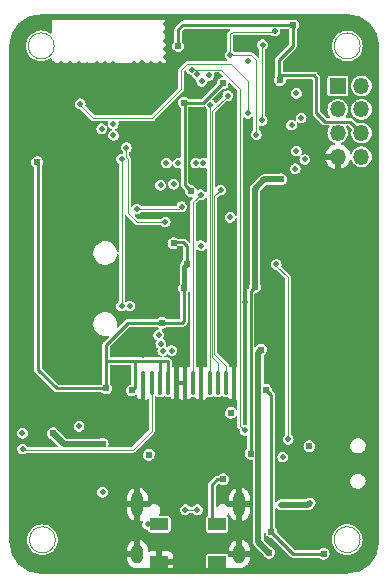
<source format=gbr>
%TF.GenerationSoftware,KiCad,Pcbnew,(6.0.0-rc1-323-gb9e66d8b98)*%
%TF.CreationDate,2021-12-20T00:28:19+08:00*%
%TF.ProjectId,XSense,5853656e-7365-42e6-9b69-6361645f7063,rev?*%
%TF.SameCoordinates,PXb340ac0PY76b1be0*%
%TF.FileFunction,Copper,L4,Bot*%
%TF.FilePolarity,Positive*%
%FSLAX46Y46*%
G04 Gerber Fmt 4.6, Leading zero omitted, Abs format (unit mm)*
G04 Created by KiCad (PCBNEW (6.0.0-rc1-323-gb9e66d8b98)) date 2021-12-20 00:28:19*
%MOMM*%
%LPD*%
G01*
G04 APERTURE LIST*
G04 Aperture macros list*
%AMRoundRect*
0 Rectangle with rounded corners*
0 $1 Rounding radius*
0 $2 $3 $4 $5 $6 $7 $8 $9 X,Y pos of 4 corners*
0 Add a 4 corners polygon primitive as box body*
4,1,4,$2,$3,$4,$5,$6,$7,$8,$9,$2,$3,0*
0 Add four circle primitives for the rounded corners*
1,1,$1+$1,$2,$3*
1,1,$1+$1,$4,$5*
1,1,$1+$1,$6,$7*
1,1,$1+$1,$8,$9*
0 Add four rect primitives between the rounded corners*
20,1,$1+$1,$2,$3,$4,$5,0*
20,1,$1+$1,$4,$5,$6,$7,0*
20,1,$1+$1,$6,$7,$8,$9,0*
20,1,$1+$1,$8,$9,$2,$3,0*%
G04 Aperture macros list end*
%TA.AperFunction,Profile*%
%ADD10C,0.500000*%
%TD*%
%TA.AperFunction,Profile*%
%ADD11C,0.100000*%
%TD*%
%TA.AperFunction,ComponentPad*%
%ADD12R,1.350000X1.350000*%
%TD*%
%TA.AperFunction,ComponentPad*%
%ADD13O,1.350000X1.350000*%
%TD*%
%TA.AperFunction,ComponentPad*%
%ADD14O,1.000000X2.100000*%
%TD*%
%TA.AperFunction,ComponentPad*%
%ADD15O,1.000000X1.600000*%
%TD*%
%TA.AperFunction,SMDPad,CuDef*%
%ADD16R,1.500000X1.000000*%
%TD*%
%TA.AperFunction,SMDPad,CuDef*%
%ADD17RoundRect,0.050000X-0.125000X-0.950000X0.125000X-0.950000X0.125000X0.950000X-0.125000X0.950000X0*%
%TD*%
%TA.AperFunction,ViaPad*%
%ADD18C,0.508000*%
%TD*%
%TA.AperFunction,ViaPad*%
%ADD19C,0.609600*%
%TD*%
%TA.AperFunction,Conductor*%
%ADD20C,0.101600*%
%TD*%
%TA.AperFunction,Conductor*%
%ADD21C,0.254000*%
%TD*%
%TA.AperFunction,Conductor*%
%ADD22C,0.381000*%
%TD*%
%TA.AperFunction,Conductor*%
%ADD23C,0.508000*%
%TD*%
G04 APERTURE END LIST*
D10*
X582946Y2477666D02*
G75*
G03*
X3040002Y4722I2457054J-15839D01*
G01*
X3054640Y46925855D02*
X28951133Y46920051D01*
X31408189Y44447107D02*
X31397105Y2460002D01*
D11*
X4236974Y2650000D02*
G75*
G03*
X4236974Y2650000I-1100000J0D01*
G01*
D10*
X28924161Y2946D02*
G75*
G03*
X31397105Y2460002I15839J2457054D01*
G01*
X3054640Y46925855D02*
G75*
G03*
X581696Y44468799I-15842J-2457051D01*
G01*
D11*
X30051135Y44462946D02*
G75*
G03*
X30051135Y44462946I-1100000J0D01*
G01*
X30040000Y2662946D02*
G75*
G03*
X30040000Y2662946I-1100000J0D01*
G01*
X4138798Y44468804D02*
G75*
G03*
X4138798Y44468804I-1100000J0D01*
G01*
D10*
X582946Y2490000D02*
X581696Y44468799D01*
X31408189Y44447107D02*
G75*
G03*
X28951133Y46920051I-2457054J15839D01*
G01*
X28924161Y2946D02*
X3030000Y4722D01*
D12*
%TO.P,J2,1,Pin_1*%
%TO.N,/GPIO22*%
X28150000Y41080000D03*
D13*
%TO.P,J2,2,Pin_2*%
%TO.N,/GPIO26*%
X30150000Y41080000D03*
%TO.P,J2,3,Pin_3*%
%TO.N,/GPIO13*%
X28150000Y39080000D03*
%TO.P,J2,4,Pin_4*%
%TO.N,/GPIO14*%
X30150000Y39080000D03*
%TO.P,J2,5,Pin_5*%
%TO.N,/GPIO15*%
X28150000Y37080000D03*
%TO.P,J2,6,Pin_6*%
%TO.N,+3V3*%
X30150000Y37080000D03*
%TO.P,J2,7,Pin_7*%
%TO.N,GND*%
X28150000Y35080000D03*
%TO.P,J2,8*%
%TO.N,N/C*%
X30150000Y35080000D03*
%TD*%
D14*
%TO.P,U3,S1,SHIELD*%
%TO.N,GND*%
X19814000Y5645000D03*
X11174000Y5645000D03*
D15*
X19814000Y1465000D03*
X11174000Y1465000D03*
%TD*%
D16*
%TO.P,D7,1,VDD*%
%TO.N,+3V3*%
X17940000Y3960000D03*
%TO.P,D7,2,DOUT*%
%TO.N,unconnected-(D7-Pad2)*%
X17940000Y760000D03*
%TO.P,D7,3,VSS*%
%TO.N,GND*%
X13040000Y760000D03*
%TO.P,D7,4,DIN*%
%TO.N,/GPIO36*%
X13040000Y3960000D03*
%TD*%
D17*
%TO.P,U7,1,GND*%
%TO.N,GND*%
X11690000Y15920000D03*
%TO.P,U7,2,LEDK*%
%TO.N,Net-(R20-Pad2)*%
X12390000Y15920000D03*
%TO.P,U7,3,LEDA*%
%TO.N,+3V3*%
X13090000Y15920000D03*
%TO.P,U7,4,VDD*%
X13790000Y15920000D03*
%TO.P,U7,5,GND*%
%TO.N,GND*%
X14490000Y15920000D03*
%TO.P,U7,6,GND*%
X15190000Y15920000D03*
%TO.P,U7,7,D/C*%
%TO.N,/GPIO2*%
X15890000Y15920000D03*
%TO.P,U7,8,CS*%
%TO.N,GND*%
X16590000Y15920000D03*
%TO.P,U7,9,SCL*%
%TO.N,/GPIO18*%
X17290000Y15920000D03*
%TO.P,U7,10,SDA*%
%TO.N,/GPIO23*%
X17990000Y15920000D03*
%TO.P,U7,11,RESET*%
%TO.N,/GPIO4*%
X18690000Y15920000D03*
%TO.P,U7,12,GND*%
%TO.N,GND*%
X19390000Y15920000D03*
%TD*%
D18*
%TO.N,GND*%
X8730000Y4960000D03*
X20000000Y7610000D03*
X24780000Y17030000D03*
X27370000Y22740000D03*
X27370000Y21190000D03*
X27660000Y33130000D03*
X22060000Y32120000D03*
X25690000Y31380000D03*
X26110000Y34440000D03*
X26120000Y36230000D03*
X22100000Y37290000D03*
X20440000Y37740000D03*
X17490000Y44880000D03*
X18250000Y21010000D03*
X10130000Y41610000D03*
X9150000Y41550000D03*
X13090000Y42950000D03*
X12310000Y42970000D03*
X11600000Y42980000D03*
X10900000Y42970000D03*
X9200000Y40840000D03*
X10180000Y40890000D03*
X30020000Y9280000D03*
X27300000Y19410000D03*
X8370000Y25450000D03*
X24180000Y670000D03*
X880000Y23910000D03*
X27110000Y46120000D03*
X16510000Y30720000D03*
X22030000Y31340000D03*
X11000000Y34210000D03*
X8430000Y42950000D03*
D19*
X14710000Y11400000D03*
D18*
X16600000Y18950000D03*
X10370000Y39170000D03*
X11010000Y39970000D03*
X14700000Y2670000D03*
X13620000Y46280000D03*
X7880000Y990000D03*
X27510000Y8400000D03*
X22060000Y26880000D03*
X9160000Y42240000D03*
X16070000Y1740000D03*
X30450000Y1370000D03*
X2470000Y15520000D03*
X4150000Y34780000D03*
X28490000Y46120000D03*
X24720000Y31430000D03*
X15510000Y840000D03*
X30760000Y4060000D03*
X6210000Y42910000D03*
X28090000Y810000D03*
X14870000Y17870000D03*
X3760000Y30040000D03*
X28900000Y8370000D03*
X2950000Y4900000D03*
X19110000Y32750000D03*
X30510000Y28850000D03*
X26420000Y23460000D03*
X14200000Y38080000D03*
X4720000Y42910000D03*
X6760000Y17710000D03*
X29020000Y33180000D03*
X19030000Y17700000D03*
X5490000Y42930000D03*
X6790000Y25930000D03*
X24970000Y19870000D03*
X13630000Y43530000D03*
X6440000Y2480000D03*
X6320000Y1100000D03*
X10480000Y40320000D03*
X15180000Y13820000D03*
X7630000Y31710000D03*
X1110000Y29550000D03*
X16050000Y37130000D03*
X11010000Y38950000D03*
X15950000Y13820000D03*
X13640000Y44180000D03*
X11150000Y12010000D03*
X8080000Y32980000D03*
X3440000Y40690000D03*
X4040000Y42930000D03*
X20278000Y22760000D03*
X11640000Y14140000D03*
X19240000Y18990000D03*
X8750000Y31710000D03*
X10180000Y42310000D03*
X26250000Y26160000D03*
X24160000Y27420000D03*
X6730000Y21910000D03*
X6760000Y19140000D03*
X5950000Y4640000D03*
X890000Y2780000D03*
X13760000Y31570000D03*
X2320000Y37900000D03*
X9130000Y42940000D03*
X11520000Y29010000D03*
X27970000Y4140000D03*
X900000Y18660000D03*
X3190000Y36270000D03*
X2090000Y40620000D03*
X30060000Y42770000D03*
X30430000Y27730000D03*
X7880000Y2410000D03*
X8370000Y24490000D03*
X16700000Y13820000D03*
X1160000Y32560000D03*
X2570000Y9390000D03*
X13640000Y44880000D03*
X8310000Y23430000D03*
X8300000Y22360000D03*
X4820000Y40630000D03*
X16070000Y2660000D03*
X6760000Y23400000D03*
X23650000Y31400000D03*
X27110000Y45250000D03*
X31020000Y10790000D03*
X14200000Y37130000D03*
X5300000Y1120000D03*
X9380000Y40210000D03*
X8910000Y28670000D03*
X6920000Y42880000D03*
X26210000Y27360000D03*
X30990000Y7930000D03*
X30490000Y18850000D03*
D19*
X14820000Y27240000D03*
D18*
X13630000Y45630000D03*
X9090000Y960000D03*
X11640000Y18320000D03*
X6760000Y16310000D03*
X30550000Y23430000D03*
X4000000Y17430000D03*
X29160000Y14070000D03*
X940000Y15430000D03*
X1140000Y4730000D03*
X26270000Y24850000D03*
X3710000Y32600000D03*
X6860000Y28480000D03*
X8280000Y12590000D03*
X6670000Y20570000D03*
X31050000Y9230000D03*
X6770000Y24620000D03*
X30600000Y33180000D03*
X9310000Y16630000D03*
X16560000Y7710000D03*
X13100000Y22200000D03*
D19*
X20480000Y25240000D03*
D18*
X14720000Y1760000D03*
X4790000Y36300000D03*
X9790000Y39610000D03*
X30580000Y17940000D03*
X16070000Y38050000D03*
X4380000Y4800000D03*
X9250000Y2290000D03*
X7920000Y39660000D03*
X26090000Y14310000D03*
X14190000Y36200000D03*
X7750000Y42930000D03*
X30790000Y14040000D03*
X10154766Y8021813D03*
X6830000Y27340000D03*
X16670000Y17690000D03*
X5300000Y2480000D03*
D19*
%TO.N,+3V3*%
X18440000Y7760000D03*
X15384271Y25993300D03*
X13273917Y21009670D03*
X8540000Y15460000D03*
X24340000Y46260000D03*
X14640000Y44460000D03*
X15140000Y23960000D03*
X23240000Y41560000D03*
X2704000Y34624000D03*
X20760100Y9929142D03*
X23340009Y33160005D03*
X10720000Y15290000D03*
X14240000Y27760000D03*
X21140000Y24060000D03*
D18*
%TO.N,/BAT_DET*%
X1449143Y11669143D03*
X8159090Y37453120D03*
%TO.N,/ESP_EN*%
X10240000Y35860000D03*
X13540000Y29560000D03*
D19*
%TO.N,+3.3VA*%
X15740000Y32160000D03*
X15140000Y39660000D03*
X18390000Y41310000D03*
%TO.N,+BATT*%
X4040000Y11660000D03*
X25740000Y10570000D03*
X8240000Y10760000D03*
%TO.N,/VCC_SYS_IN*%
X26940000Y1467500D03*
X22530000Y3310000D03*
X22070000Y15350000D03*
D18*
%TO.N,/GPIO21*%
X20278000Y11917311D03*
X15766657Y42465900D03*
%TO.N,/KEY1_RAW*%
X10550000Y22450000D03*
X23494211Y9660000D03*
%TO.N,/GPIO27*%
X23940000Y11160000D03*
X14240000Y32760000D03*
X22940000Y25960000D03*
%TO.N,/CH340_DTR*%
X16540000Y27560000D03*
X12985920Y20005921D03*
%TO.N,/CH340_RTS*%
X14080000Y18670000D03*
X19034100Y29960000D03*
D19*
%TO.N,/VCC_SYS*%
X21670000Y18750000D03*
X22340000Y1560000D03*
D18*
%TO.N,/BUZZ*%
X20540000Y38760000D03*
X6340000Y39560000D03*
%TO.N,/GPIO12*%
X8240000Y6660000D03*
X14940000Y30860000D03*
X11140000Y30660000D03*
%TO.N,/GPIO13*%
X16130898Y34560138D03*
X25040000Y38360000D03*
%TO.N,/CHG_DET*%
X9150000Y36880000D03*
X6240000Y12260000D03*
%TO.N,/GPIO35*%
X9840000Y22460000D03*
X9840000Y34860000D03*
%TO.N,/GPIO36*%
X9140000Y37860000D03*
X12040000Y3960000D03*
%TO.N,/GPIO14*%
X14640000Y34560000D03*
X24240000Y37760000D03*
%TO.N,/GPIO15*%
X24640000Y35560000D03*
X16740000Y34560000D03*
%TO.N,/GPIO2*%
X16534100Y31860000D03*
D19*
%TO.N,VBUS*%
X19070000Y13390000D03*
X12140000Y9860000D03*
D18*
%TO.N,/USB_PWR_DP*%
X16260000Y5200000D03*
X15250000Y5190000D03*
%TO.N,/GPIO4*%
X18220000Y32260000D03*
%TO.N,/AHT_SCL*%
X21240000Y36960000D03*
X19040000Y43660000D03*
X22808558Y45727100D03*
%TO.N,/AHT_SDA*%
X21740000Y38160000D03*
X21777730Y44565900D03*
%TO.N,/GPIO18*%
X17334100Y39497015D03*
%TO.N,/GPIO23*%
X18840000Y40260000D03*
%TO.N,/GPIO19*%
X20520000Y43170000D03*
X25360000Y34850000D03*
%TO.N,/CH340_TXD*%
X16640000Y41460000D03*
X13172260Y19245551D03*
%TO.N,/CH340_RXD*%
X13340000Y18660000D03*
X16240000Y42060000D03*
%TO.N,/GPIO22*%
X17240000Y41960000D03*
%TO.N,/GPIO26*%
X13640000Y34560000D03*
X24640000Y40460000D03*
%TO.N,Net-(D5-Pad2)*%
X23350000Y5620000D03*
X25810000Y5770000D03*
%TO.N,Net-(R20-Pad2)*%
X1460000Y10340000D03*
%TO.N,/GPIO25*%
X13140000Y32660000D03*
X24540000Y34060000D03*
%TD*%
D20*
%TO.N,/GPIO4*%
X17700000Y31740000D02*
X18220000Y32260000D01*
X17700000Y18370000D02*
X17700000Y31740000D01*
X18670000Y15940000D02*
X18670000Y17400000D01*
X18690000Y15920000D02*
X18670000Y15940000D01*
X18670000Y17400000D02*
X17700000Y18370000D01*
%TO.N,/GPIO23*%
X17497289Y18092711D02*
X17497289Y38917289D01*
X17990000Y17600000D02*
X17497289Y18092711D01*
X17990000Y15920000D02*
X17990000Y17600000D01*
X17497289Y38917289D02*
X18840000Y40260000D01*
%TO.N,/GPIO18*%
X17290000Y39452915D02*
X17334100Y39497015D01*
X17290000Y15920000D02*
X17290000Y39452915D01*
%TO.N,/BUZZ*%
X20540000Y41460000D02*
X20540000Y38760000D01*
X15387399Y42922601D02*
X19077399Y42922601D01*
X14894798Y42430000D02*
X15387399Y42922601D01*
X14894798Y40804798D02*
X14894798Y42430000D01*
X19077399Y42922601D02*
X20540000Y41460000D01*
X6340000Y39460000D02*
X7440000Y38360000D01*
X7440000Y38360000D02*
X12450000Y38360000D01*
X12450000Y38360000D02*
X14894798Y40804798D01*
X6340000Y39560000D02*
X6340000Y39460000D01*
D21*
%TO.N,+3V3*%
X23240000Y41860000D02*
X23240000Y41560000D01*
X24340000Y46260000D02*
X24340000Y44460000D01*
X14240000Y27760000D02*
X14303701Y27823701D01*
X14303701Y27823701D02*
X15061778Y27823701D01*
X13140000Y17760000D02*
X13740000Y17760000D01*
X2740000Y17060000D02*
X2740000Y34588000D01*
X15040000Y46260000D02*
X14640000Y45860000D01*
X15140000Y23960000D02*
X15140000Y21160000D01*
X17930000Y7760000D02*
X17490000Y7320000D01*
X30150000Y37080000D02*
X29170000Y38060000D01*
X15403701Y27481778D02*
X15403701Y26012730D01*
X21140000Y24060000D02*
X20760100Y23680100D01*
X15140000Y21160000D02*
X14989670Y21009670D01*
D22*
X15140000Y23960000D02*
X15140000Y25749029D01*
D21*
X10720000Y15290000D02*
X10970000Y15540000D01*
X29170000Y38060000D02*
X29140000Y38060000D01*
X26340000Y38760000D02*
X26340000Y41760000D01*
X18440000Y7760000D02*
X17930000Y7760000D01*
X8640000Y17760000D02*
X10970000Y17760000D01*
X20760100Y23680100D02*
X20760100Y9929142D01*
X17490000Y7320000D02*
X17490000Y4410000D01*
X2740000Y34588000D02*
X2704000Y34624000D01*
X15403701Y26012730D02*
X15384271Y25993300D01*
X26140000Y41960000D02*
X23340000Y41960000D01*
X24340000Y46260000D02*
X15040000Y46260000D01*
X10970000Y17760000D02*
X13140000Y17760000D01*
X14989670Y21009670D02*
X13273917Y21009670D01*
X14640000Y45860000D02*
X14640000Y44460000D01*
D23*
X21140000Y24060000D02*
X21140000Y32360000D01*
D21*
X26340000Y38760000D02*
X27040000Y38060000D01*
D22*
X15140000Y25749029D02*
X15384271Y25993300D01*
D21*
X17490000Y4410000D02*
X17940000Y3960000D01*
D23*
X21140000Y32360000D02*
X21940000Y33160000D01*
D21*
X23140000Y41660000D02*
X23240000Y41560000D01*
X24340000Y44460000D02*
X23140000Y43260000D01*
X13790000Y17710000D02*
X13790000Y15920000D01*
X23340000Y41960000D02*
X23240000Y41860000D01*
D23*
X21940000Y33160000D02*
X23340000Y33160000D01*
D21*
X26340000Y41760000D02*
X26140000Y41960000D01*
X13090000Y17710000D02*
X13140000Y17760000D01*
X10970000Y15540000D02*
X10970000Y17760000D01*
X8540000Y15460000D02*
X8540000Y19160000D01*
X8540000Y15460000D02*
X4340000Y15460000D01*
X13090000Y15920000D02*
X13090000Y17710000D01*
X8540000Y19160000D02*
X10389670Y21009670D01*
X13740000Y17760000D02*
X13790000Y17710000D01*
X10389670Y21009670D02*
X13273917Y21009670D01*
X4340000Y15460000D02*
X2740000Y17060000D01*
X29140000Y38060000D02*
X27040000Y38060000D01*
X15061778Y27823701D02*
X15403701Y27481778D01*
X23140000Y43260000D02*
X23140000Y41660000D01*
D20*
%TO.N,/ESP_EN*%
X10240000Y35860000D02*
X10240000Y35034032D01*
X10345901Y30354099D02*
X11140000Y29560000D01*
X10345901Y34928131D02*
X10345901Y30354099D01*
X10240000Y35034032D02*
X10345901Y34928131D01*
X11140000Y29560000D02*
X13540000Y29560000D01*
D21*
%TO.N,+3.3VA*%
X15172901Y32727099D02*
X15740000Y32160000D01*
X15172901Y39627099D02*
X15172901Y32727099D01*
X16740000Y39660000D02*
X18390000Y41310000D01*
X15140000Y39660000D02*
X15172901Y39627099D01*
X15140000Y39660000D02*
X16740000Y39660000D01*
D23*
%TO.N,+BATT*%
X4940000Y10760000D02*
X4040000Y11660000D01*
X8240000Y10760000D02*
X4940000Y10760000D01*
D21*
%TO.N,/VCC_SYS_IN*%
X22530000Y14890000D02*
X22070000Y15350000D01*
X22530000Y3310000D02*
X22530000Y14890000D01*
X26940000Y1467500D02*
X24372500Y1467500D01*
X24372500Y1467500D02*
X22530000Y3310000D01*
D20*
%TO.N,/GPIO21*%
X19872099Y40827901D02*
X19872099Y12323212D01*
X18234100Y42465900D02*
X19872099Y40827901D01*
X15766657Y42465900D02*
X18234100Y42465900D01*
X19872099Y12323212D02*
X20278000Y11917311D01*
%TO.N,/GPIO27*%
X22940000Y25860000D02*
X22940000Y25960000D01*
X23940000Y24860000D02*
X22940000Y25860000D01*
X23940000Y11160000D02*
X23940000Y24860000D01*
D23*
%TO.N,/VCC_SYS*%
X21430099Y2469901D02*
X21430099Y15056659D01*
X21430099Y15056659D02*
X21410099Y15076659D01*
X21410099Y18490099D02*
X21670000Y18750000D01*
X22340000Y1560000D02*
X21430099Y2469901D01*
X21410099Y15076659D02*
X21410099Y18490099D01*
D20*
%TO.N,/GPIO12*%
X11140000Y30660000D02*
X14740000Y30660000D01*
X14740000Y30660000D02*
X14940000Y30860000D01*
%TO.N,/GPIO35*%
X9840000Y34860000D02*
X9840000Y22460000D01*
%TO.N,/GPIO36*%
X13040000Y3960000D02*
X12040000Y3960000D01*
%TO.N,/GPIO2*%
X15890000Y31215900D02*
X16534100Y31860000D01*
X15890000Y15920000D02*
X15890000Y31215900D01*
%TO.N,/USB_PWR_DP*%
X15260000Y5200000D02*
X15250000Y5190000D01*
X16260000Y5200000D02*
X15260000Y5200000D01*
%TO.N,/AHT_SCL*%
X19040000Y43660000D02*
X19040000Y45460000D01*
X19040000Y43660000D02*
X20840000Y43660000D01*
X21240000Y43260000D02*
X21240000Y36960000D01*
X19040000Y45460000D02*
X19240000Y45660000D01*
X22741458Y45660000D02*
X22808558Y45727100D01*
X20840000Y43660000D02*
X21240000Y43260000D01*
X19240000Y45660000D02*
X22741458Y45660000D01*
%TO.N,/AHT_SDA*%
X21740000Y44528170D02*
X21777730Y44565900D01*
X21740000Y38160000D02*
X21740000Y44528170D01*
D23*
%TO.N,Net-(D5-Pad2)*%
X23350000Y5620000D02*
X25660000Y5620000D01*
X25660000Y5620000D02*
X25810000Y5770000D01*
D20*
%TO.N,Net-(R20-Pad2)*%
X12390000Y11870000D02*
X10772499Y10252499D01*
X12390000Y15920000D02*
X12390000Y11870000D01*
X10772499Y10252499D02*
X1547501Y10252499D01*
X1547501Y10252499D02*
X1460000Y10340000D01*
%TD*%
%TA.AperFunction,Conductor*%
%TO.N,GND*%
G36*
X3328006Y46725794D02*
G01*
X3846018Y46725678D01*
X3893579Y46708355D01*
X3918879Y46664512D01*
X3920000Y46651678D01*
X3920000Y45580940D01*
X3902687Y45533374D01*
X3858850Y45508064D01*
X3809000Y45516854D01*
X3803555Y45520323D01*
X3693929Y45597084D01*
X3693928Y45597085D01*
X3691281Y45598938D01*
X3485123Y45695071D01*
X3312591Y45741301D01*
X3268531Y45753107D01*
X3268529Y45753107D01*
X3265403Y45753945D01*
X3038798Y45773770D01*
X2812193Y45753945D01*
X2809067Y45753107D01*
X2809065Y45753107D01*
X2765005Y45741301D01*
X2592473Y45695071D01*
X2386315Y45598938D01*
X2199982Y45468466D01*
X2039136Y45307620D01*
X1908664Y45121287D01*
X1812531Y44915129D01*
X1811693Y44912001D01*
X1759491Y44717180D01*
X1753657Y44695409D01*
X1733832Y44468804D01*
X1753657Y44242199D01*
X1812531Y44022479D01*
X1908664Y43816321D01*
X1910517Y43813674D01*
X1910518Y43813673D01*
X1912766Y43810463D01*
X2039136Y43629988D01*
X2199982Y43469142D01*
X2386315Y43338670D01*
X2592473Y43242537D01*
X2617463Y43235841D01*
X2809065Y43184501D01*
X2809067Y43184501D01*
X2812193Y43183663D01*
X3038798Y43163838D01*
X3265403Y43183663D01*
X3268529Y43184501D01*
X3268531Y43184501D01*
X3460133Y43235841D01*
X3485123Y43242537D01*
X3691281Y43338670D01*
X3726195Y43363117D01*
X3803555Y43417285D01*
X3852450Y43430386D01*
X3898326Y43408994D01*
X3919718Y43363117D01*
X3920000Y43356668D01*
X3920000Y42990000D01*
X7103512Y42986715D01*
X13596953Y42980013D01*
X13596954Y42980013D01*
X13610000Y42980000D01*
X13607836Y43082797D01*
X13595819Y43653487D01*
X13595818Y43653559D01*
X13535662Y46648003D01*
X13552016Y46695907D01*
X13595336Y46722092D01*
X13609664Y46723489D01*
X14935090Y46723192D01*
X14982652Y46705869D01*
X15007952Y46662026D01*
X14999151Y46612178D01*
X14960367Y46579649D01*
X14947923Y46576316D01*
X14943680Y46575568D01*
X14932634Y46573621D01*
X14932632Y46573620D01*
X14926261Y46572497D01*
X14920656Y46569261D01*
X14916224Y46567648D01*
X14909994Y46565068D01*
X14905709Y46563069D01*
X14899457Y46561394D01*
X14867528Y46539037D01*
X14866517Y46538329D01*
X14861072Y46534860D01*
X14831844Y46517986D01*
X14831842Y46517984D01*
X14826240Y46514750D01*
X14822082Y46509794D01*
X14822079Y46509792D01*
X14800395Y46483949D01*
X14796034Y46479189D01*
X14420823Y46103977D01*
X14416063Y46099616D01*
X14390213Y46077925D01*
X14390211Y46077923D01*
X14385250Y46073760D01*
X14382011Y46068150D01*
X14365139Y46038927D01*
X14361670Y46033481D01*
X14342320Y46005848D01*
X14342319Y46005845D01*
X14338606Y46000543D01*
X14336930Y45994288D01*
X14334928Y45989995D01*
X14332363Y45983804D01*
X14330741Y45979348D01*
X14327503Y45973739D01*
X14320520Y45934137D01*
X14319122Y45927834D01*
X14310389Y45895243D01*
X14310388Y45895237D01*
X14308713Y45888984D01*
X14311601Y45855975D01*
X14312218Y45848926D01*
X14312500Y45842476D01*
X14312500Y44880569D01*
X14293966Y44831584D01*
X14218731Y44746396D01*
X14213324Y44740274D01*
X14151810Y44609255D01*
X14150999Y44604048D01*
X14150999Y44604047D01*
X14150067Y44598063D01*
X14129542Y44466237D01*
X14130225Y44461014D01*
X14130225Y44461011D01*
X14134084Y44431500D01*
X14148309Y44322718D01*
X14150432Y44317893D01*
X14196757Y44212612D01*
X14206603Y44190234D01*
X14299738Y44079437D01*
X14420226Y43999234D01*
X14425258Y43997662D01*
X14425260Y43997661D01*
X14449455Y43990102D01*
X14558381Y43956071D01*
X14563648Y43955974D01*
X14563651Y43955974D01*
X14627465Y43954805D01*
X14703098Y43953419D01*
X14708181Y43954805D01*
X14708183Y43954805D01*
X14837653Y43990102D01*
X14837657Y43990104D01*
X14842742Y43991490D01*
X14966088Y44067225D01*
X14992934Y44096883D01*
X15059680Y44170623D01*
X15063220Y44174534D01*
X15126330Y44304792D01*
X15150344Y44447527D01*
X15150496Y44460000D01*
X15149134Y44469515D01*
X15130724Y44598063D01*
X15129977Y44603279D01*
X15075530Y44723029D01*
X15072251Y44730241D01*
X15070069Y44735040D01*
X14985440Y44833256D01*
X14967500Y44881560D01*
X14967500Y45693694D01*
X14984813Y45741260D01*
X14989174Y45746020D01*
X15153981Y45910826D01*
X15199858Y45932218D01*
X15206307Y45932500D01*
X18978456Y45932500D01*
X19026022Y45915187D01*
X19051332Y45871350D01*
X19042542Y45821500D01*
X19030782Y45806174D01*
X18884958Y45660350D01*
X18873748Y45651150D01*
X18858823Y45641177D01*
X18844804Y45620196D01*
X18803281Y45558052D01*
X18801860Y45550907D01*
X18801859Y45550905D01*
X18791502Y45498835D01*
X18783777Y45460000D01*
X18785199Y45452851D01*
X18787278Y45442400D01*
X18788700Y45427963D01*
X18788700Y44079700D01*
X18771387Y44032134D01*
X18754187Y44017116D01*
X18742400Y44009679D01*
X18656219Y43912097D01*
X18600890Y43794249D01*
X18580860Y43665610D01*
X18581543Y43660387D01*
X18581543Y43660384D01*
X18596587Y43545344D01*
X18597741Y43536519D01*
X18650174Y43417355D01*
X18658032Y43408007D01*
X18730556Y43321729D01*
X18730559Y43321726D01*
X18733946Y43317697D01*
X18738333Y43314777D01*
X18738335Y43314775D01*
X18746259Y43309500D01*
X18776261Y43268731D01*
X18773037Y43218214D01*
X18738097Y43181589D01*
X18705253Y43173901D01*
X15419436Y43173901D01*
X15404999Y43175323D01*
X15394548Y43177402D01*
X15387399Y43178824D01*
X15380250Y43177402D01*
X15312060Y43163838D01*
X15296494Y43160742D01*
X15296492Y43160741D01*
X15289347Y43159320D01*
X15206222Y43103778D01*
X15196249Y43088853D01*
X15187049Y43077643D01*
X14739756Y42630350D01*
X14728546Y42621150D01*
X14713621Y42611177D01*
X14699602Y42590196D01*
X14658079Y42528052D01*
X14638575Y42430000D01*
X14639997Y42422851D01*
X14642076Y42412400D01*
X14643498Y42397963D01*
X14643498Y40939542D01*
X14626185Y40891976D01*
X14621824Y40887216D01*
X12367582Y38632974D01*
X12321706Y38611582D01*
X12315256Y38611300D01*
X7574744Y38611300D01*
X7527178Y38628613D01*
X7522418Y38632974D01*
X6798303Y39357089D01*
X6776911Y39402965D01*
X6777655Y39421693D01*
X6779788Y39434369D01*
X6799037Y39548781D01*
X6799174Y39560000D01*
X6780718Y39688875D01*
X6726832Y39807390D01*
X6722777Y39812097D01*
X6645290Y39902025D01*
X6645289Y39902026D01*
X6641850Y39906017D01*
X6637431Y39908881D01*
X6637429Y39908883D01*
X6537024Y39973961D01*
X6537025Y39973961D01*
X6532601Y39976828D01*
X6432604Y40006733D01*
X6412923Y40012619D01*
X6412922Y40012619D01*
X6407870Y40014130D01*
X6340340Y40014543D01*
X6282952Y40014894D01*
X6282950Y40014894D01*
X6277683Y40014926D01*
X6152505Y39979150D01*
X6042400Y39909679D01*
X5956219Y39812097D01*
X5900890Y39694249D01*
X5880860Y39565610D01*
X5881543Y39560387D01*
X5881543Y39560384D01*
X5887100Y39517893D01*
X5897741Y39436519D01*
X5899864Y39431694D01*
X5940229Y39339958D01*
X5950174Y39317355D01*
X5960448Y39305133D01*
X6030556Y39221729D01*
X6030559Y39221726D01*
X6033946Y39217697D01*
X6038333Y39214777D01*
X6137931Y39148477D01*
X6137934Y39148475D01*
X6142320Y39145556D01*
X6266587Y39106733D01*
X6271855Y39106636D01*
X6271858Y39106636D01*
X6309351Y39105949D01*
X6360321Y39084287D01*
X7239650Y38204958D01*
X7248850Y38193748D01*
X7258823Y38178823D01*
X7279804Y38164804D01*
X7341948Y38123281D01*
X7349093Y38121860D01*
X7349095Y38121859D01*
X7432851Y38105199D01*
X7440000Y38103777D01*
X7457601Y38107278D01*
X7472037Y38108700D01*
X8638131Y38108700D01*
X8685697Y38091387D01*
X8711007Y38047550D01*
X8705117Y38003253D01*
X8700890Y37994249D01*
X8680860Y37865610D01*
X8681543Y37860387D01*
X8681543Y37860384D01*
X8696507Y37745959D01*
X8697741Y37736519D01*
X8699864Y37731694D01*
X8710107Y37708416D01*
X8750174Y37617355D01*
X8753566Y37613320D01*
X8830556Y37521729D01*
X8830559Y37521726D01*
X8833946Y37517697D01*
X8854593Y37503953D01*
X8937931Y37448477D01*
X8937934Y37448475D01*
X8942320Y37445556D01*
X8947352Y37443984D01*
X8947354Y37443983D01*
X8961307Y37439624D01*
X9001547Y37408915D01*
X9012633Y37359525D01*
X8989378Y37314564D01*
X8969458Y37301441D01*
X8967577Y37300600D01*
X8962505Y37299150D01*
X8958045Y37296336D01*
X8958043Y37296335D01*
X8911094Y37266712D01*
X8852400Y37229679D01*
X8766219Y37132097D01*
X8710890Y37014249D01*
X8690860Y36885610D01*
X8691543Y36880387D01*
X8691543Y36880384D01*
X8699388Y36820396D01*
X8707741Y36756519D01*
X8709864Y36751694D01*
X8722850Y36722182D01*
X8760174Y36637355D01*
X8763566Y36633320D01*
X8840556Y36541729D01*
X8840559Y36541726D01*
X8843946Y36537697D01*
X8864593Y36523953D01*
X8947931Y36468477D01*
X8947934Y36468475D01*
X8952320Y36465556D01*
X9076587Y36426733D01*
X9081855Y36426636D01*
X9081858Y36426636D01*
X9136432Y36425636D01*
X9206755Y36424347D01*
X9211838Y36425733D01*
X9211840Y36425733D01*
X9327270Y36457203D01*
X9327272Y36457204D01*
X9332360Y36458591D01*
X9407039Y36504444D01*
X9438813Y36523953D01*
X9438814Y36523954D01*
X9443306Y36526712D01*
X9530672Y36623233D01*
X9587437Y36740396D01*
X9609037Y36868781D01*
X9609174Y36880000D01*
X9590718Y37008875D01*
X9556717Y37083656D01*
X9539014Y37122592D01*
X9539012Y37122594D01*
X9536832Y37127390D01*
X9532777Y37132097D01*
X9455290Y37222025D01*
X9455289Y37222026D01*
X9451850Y37226017D01*
X9447431Y37228881D01*
X9447429Y37228883D01*
X9347024Y37293961D01*
X9347025Y37293961D01*
X9342601Y37296828D01*
X9337553Y37298338D01*
X9337550Y37298339D01*
X9330326Y37300499D01*
X9289715Y37330714D01*
X9278027Y37379965D01*
X9300731Y37425207D01*
X9320124Y37437981D01*
X9322360Y37438591D01*
X9331142Y37443983D01*
X9428813Y37503953D01*
X9428814Y37503954D01*
X9433306Y37506712D01*
X9520672Y37603233D01*
X9577437Y37720396D01*
X9578837Y37728714D01*
X9597960Y37842381D01*
X9599037Y37848781D01*
X9599174Y37860000D01*
X9580718Y37988875D01*
X9578536Y37993673D01*
X9578535Y37993678D01*
X9573809Y38004072D01*
X9569882Y38054539D01*
X9599313Y38095722D01*
X9641173Y38108700D01*
X12417963Y38108700D01*
X12432399Y38107278D01*
X12450000Y38103777D01*
X12474749Y38108700D01*
X12479671Y38109679D01*
X12540905Y38121859D01*
X12540907Y38121860D01*
X12548052Y38123281D01*
X12631177Y38178823D01*
X12641150Y38193748D01*
X12650350Y38204958D01*
X15049840Y40604448D01*
X15061050Y40613648D01*
X15075975Y40623621D01*
X15131517Y40706746D01*
X15132993Y40714162D01*
X15146098Y40780049D01*
X15149599Y40797649D01*
X15149599Y40797650D01*
X15151021Y40804798D01*
X15147848Y40820752D01*
X15147520Y40822399D01*
X15146098Y40836836D01*
X15146098Y42295256D01*
X15163411Y42342822D01*
X15167772Y42347582D01*
X15200147Y42379957D01*
X15246023Y42401349D01*
X15294918Y42388248D01*
X15323726Y42347560D01*
X15324398Y42342419D01*
X15376831Y42223255D01*
X15386210Y42212097D01*
X15457213Y42127629D01*
X15457216Y42127626D01*
X15460603Y42123597D01*
X15464990Y42120677D01*
X15564588Y42054377D01*
X15564591Y42054375D01*
X15568977Y42051456D01*
X15693244Y42012633D01*
X15698512Y42012536D01*
X15698515Y42012536D01*
X15724265Y42012064D01*
X15771506Y41993881D01*
X15796283Y41947672D01*
X15797741Y41936519D01*
X15850174Y41817355D01*
X15853566Y41813320D01*
X15930556Y41721729D01*
X15930559Y41721726D01*
X15933946Y41717697D01*
X15946628Y41709255D01*
X16037931Y41648477D01*
X16037934Y41648475D01*
X16042320Y41645556D01*
X16140291Y41614948D01*
X16180529Y41584240D01*
X16191342Y41532931D01*
X16180860Y41465610D01*
X16181543Y41460387D01*
X16181543Y41460384D01*
X16195206Y41355908D01*
X16197741Y41336519D01*
X16199864Y41331694D01*
X16221908Y41281596D01*
X16250174Y41217355D01*
X16253566Y41213320D01*
X16330556Y41121729D01*
X16330559Y41121726D01*
X16333946Y41117697D01*
X16354593Y41103953D01*
X16437931Y41048477D01*
X16437934Y41048475D01*
X16442320Y41045556D01*
X16566587Y41006733D01*
X16571855Y41006636D01*
X16571858Y41006636D01*
X16626432Y41005636D01*
X16696755Y41004347D01*
X16701838Y41005733D01*
X16701840Y41005733D01*
X16817270Y41037203D01*
X16817272Y41037204D01*
X16822360Y41038591D01*
X16889801Y41080000D01*
X16928813Y41103953D01*
X16928814Y41103954D01*
X16933306Y41106712D01*
X17020672Y41203233D01*
X17077437Y41320396D01*
X17078444Y41326377D01*
X17098386Y41444911D01*
X17123350Y41488945D01*
X17172715Y41506621D01*
X17296755Y41504347D01*
X17301838Y41505733D01*
X17301840Y41505733D01*
X17417270Y41537203D01*
X17417272Y41537204D01*
X17422360Y41538591D01*
X17533306Y41606712D01*
X17620672Y41703233D01*
X17677437Y41820396D01*
X17678394Y41826080D01*
X17693207Y41914130D01*
X17699037Y41948781D01*
X17699174Y41960000D01*
X17680718Y42088875D01*
X17671126Y42109971D01*
X17667198Y42160437D01*
X17696629Y42201622D01*
X17738490Y42214600D01*
X18099356Y42214600D01*
X18146922Y42197287D01*
X18151682Y42192926D01*
X18402688Y41941920D01*
X18424080Y41896044D01*
X18410979Y41847149D01*
X18369515Y41818115D01*
X18349911Y41815595D01*
X18325988Y41815741D01*
X18325987Y41815741D01*
X18320718Y41815773D01*
X18181549Y41775998D01*
X18059137Y41698762D01*
X18025213Y41660350D01*
X17966835Y41594249D01*
X17963324Y41590274D01*
X17901810Y41459255D01*
X17900999Y41454048D01*
X17900999Y41454047D01*
X17900813Y41452851D01*
X17879542Y41316237D01*
X17880225Y41311013D01*
X17880225Y41311011D01*
X17881007Y41305033D01*
X17870008Y41255624D01*
X17859958Y41243113D01*
X16626020Y40009174D01*
X16580144Y39987782D01*
X16573694Y39987500D01*
X15558785Y39987500D01*
X15511219Y40004813D01*
X15502725Y40013196D01*
X15479027Y40040699D01*
X15479026Y40040700D01*
X15475587Y40044691D01*
X15384158Y40103953D01*
X15358551Y40120551D01*
X15358550Y40120552D01*
X15354129Y40123417D01*
X15349081Y40124927D01*
X15349078Y40124928D01*
X15220509Y40163378D01*
X15220508Y40163378D01*
X15215456Y40164889D01*
X15142008Y40165338D01*
X15075988Y40165741D01*
X15075987Y40165741D01*
X15070718Y40165773D01*
X14931549Y40125998D01*
X14809137Y40048762D01*
X14771933Y40006636D01*
X14750580Y39982458D01*
X14713324Y39940274D01*
X14651810Y39809255D01*
X14650999Y39804048D01*
X14650999Y39804047D01*
X14648023Y39784935D01*
X14629542Y39666237D01*
X14630225Y39661014D01*
X14630225Y39661011D01*
X14632833Y39641071D01*
X14648309Y39522718D01*
X14706603Y39390234D01*
X14709995Y39386199D01*
X14796348Y39283469D01*
X14796351Y39283466D01*
X14799738Y39279437D01*
X14804125Y39276517D01*
X14804127Y39276515D01*
X14812407Y39271003D01*
X14842409Y39230234D01*
X14845401Y39209404D01*
X14845401Y35072368D01*
X14828088Y35024802D01*
X14784251Y34999492D01*
X14750200Y35001471D01*
X14707870Y35014130D01*
X14640340Y35014543D01*
X14582952Y35014894D01*
X14582950Y35014894D01*
X14577683Y35014926D01*
X14452505Y34979150D01*
X14448045Y34976336D01*
X14437710Y34969815D01*
X14342400Y34909679D01*
X14256219Y34812097D01*
X14243467Y34784935D01*
X14206661Y34706542D01*
X14170774Y34670843D01*
X14120336Y34666563D01*
X14078948Y34695705D01*
X14072312Y34707362D01*
X14068567Y34715600D01*
X14042888Y34772077D01*
X14029014Y34802592D01*
X14029012Y34802594D01*
X14026832Y34807390D01*
X14022777Y34812097D01*
X13945290Y34902025D01*
X13945289Y34902026D01*
X13941850Y34906017D01*
X13937431Y34908881D01*
X13937429Y34908883D01*
X13837024Y34973961D01*
X13837025Y34973961D01*
X13832601Y34976828D01*
X13726057Y35008691D01*
X13712923Y35012619D01*
X13712922Y35012619D01*
X13707870Y35014130D01*
X13640340Y35014543D01*
X13582952Y35014894D01*
X13582950Y35014894D01*
X13577683Y35014926D01*
X13452505Y34979150D01*
X13448045Y34976336D01*
X13437710Y34969815D01*
X13342400Y34909679D01*
X13256219Y34812097D01*
X13200890Y34694249D01*
X13180860Y34565610D01*
X13181543Y34560387D01*
X13181543Y34560384D01*
X13196066Y34449330D01*
X13197741Y34436519D01*
X13199864Y34431694D01*
X13202461Y34425793D01*
X13250174Y34317355D01*
X13253566Y34313320D01*
X13330556Y34221729D01*
X13330559Y34221726D01*
X13333946Y34217697D01*
X13352559Y34205307D01*
X13437931Y34148477D01*
X13437934Y34148475D01*
X13442320Y34145556D01*
X13566587Y34106733D01*
X13571855Y34106636D01*
X13571858Y34106636D01*
X13626432Y34105636D01*
X13696755Y34104347D01*
X13701838Y34105733D01*
X13701840Y34105733D01*
X13817270Y34137203D01*
X13817272Y34137204D01*
X13822360Y34138591D01*
X13906746Y34190404D01*
X13928813Y34203953D01*
X13928814Y34203954D01*
X13933306Y34206712D01*
X14020672Y34303233D01*
X14074373Y34414072D01*
X14110693Y34449330D01*
X14161179Y34452994D01*
X14202208Y34423348D01*
X14208701Y34411610D01*
X14214555Y34398306D01*
X14250174Y34317355D01*
X14253566Y34313320D01*
X14330556Y34221729D01*
X14330559Y34221726D01*
X14333946Y34217697D01*
X14352559Y34205307D01*
X14437931Y34148477D01*
X14437934Y34148475D01*
X14442320Y34145556D01*
X14566587Y34106733D01*
X14571855Y34106636D01*
X14571858Y34106636D01*
X14626432Y34105636D01*
X14696755Y34104347D01*
X14701837Y34105732D01*
X14701841Y34105733D01*
X14751937Y34119391D01*
X14802382Y34115199D01*
X14838331Y34079563D01*
X14845401Y34047997D01*
X14845401Y32777654D01*
X14834203Y32746889D01*
X14842033Y32733570D01*
X14842978Y32713701D01*
X14841614Y32698115D01*
X14843289Y32691862D01*
X14843290Y32691856D01*
X14852023Y32659265D01*
X14853420Y32652966D01*
X14860404Y32613360D01*
X14863642Y32607751D01*
X14865264Y32603295D01*
X14867829Y32597104D01*
X14869831Y32592811D01*
X14871507Y32586556D01*
X14875220Y32581254D01*
X14875221Y32581251D01*
X14894571Y32553618D01*
X14898040Y32548172D01*
X14914077Y32520396D01*
X14918151Y32513339D01*
X14923112Y32509176D01*
X14923114Y32509174D01*
X14948964Y32487483D01*
X14953724Y32483122D01*
X15208727Y32228119D01*
X15230119Y32182243D01*
X15230395Y32174889D01*
X15230353Y32171444D01*
X15229542Y32166237D01*
X15230225Y32161014D01*
X15230225Y32161011D01*
X15235536Y32120396D01*
X15248309Y32022718D01*
X15250432Y32017893D01*
X15300567Y31903953D01*
X15306603Y31890234D01*
X15399738Y31779437D01*
X15520226Y31699234D01*
X15525258Y31697662D01*
X15525260Y31697661D01*
X15564993Y31685248D01*
X15658381Y31656071D01*
X15663648Y31655974D01*
X15663651Y31655974D01*
X15727147Y31654811D01*
X15794993Y31653568D01*
X15842233Y31635386D01*
X15866735Y31591093D01*
X15857033Y31541412D01*
X15845962Y31527254D01*
X15734958Y31416250D01*
X15723748Y31407050D01*
X15708823Y31397077D01*
X15694804Y31376096D01*
X15653281Y31313952D01*
X15651860Y31306807D01*
X15651859Y31306805D01*
X15645326Y31273961D01*
X15633777Y31215900D01*
X15635199Y31208751D01*
X15637278Y31198300D01*
X15638700Y31183863D01*
X15638700Y27888586D01*
X15621387Y27841020D01*
X15577550Y27815710D01*
X15527700Y27824500D01*
X15512374Y27836260D01*
X15305755Y28042878D01*
X15301394Y28047638D01*
X15279703Y28073488D01*
X15279701Y28073490D01*
X15275538Y28078451D01*
X15269928Y28081690D01*
X15240705Y28098562D01*
X15235259Y28102031D01*
X15207626Y28121381D01*
X15207623Y28121382D01*
X15202321Y28125095D01*
X15196066Y28126771D01*
X15191773Y28128773D01*
X15185582Y28131338D01*
X15181126Y28132960D01*
X15175517Y28136198D01*
X15135911Y28143182D01*
X15129612Y28144579D01*
X15097021Y28153312D01*
X15097015Y28153313D01*
X15090762Y28154988D01*
X15051744Y28151574D01*
X15050704Y28151483D01*
X15044254Y28151201D01*
X14587429Y28151201D01*
X14547179Y28163105D01*
X14458558Y28220547D01*
X14458554Y28220549D01*
X14454129Y28223417D01*
X14384792Y28244153D01*
X14320509Y28263378D01*
X14320508Y28263378D01*
X14315456Y28264889D01*
X14242008Y28265338D01*
X14175988Y28265741D01*
X14175987Y28265741D01*
X14170718Y28265773D01*
X14031549Y28225998D01*
X13909137Y28148762D01*
X13888235Y28125095D01*
X13817644Y28045165D01*
X13813324Y28040274D01*
X13751810Y27909255D01*
X13729542Y27766237D01*
X13730225Y27761014D01*
X13730225Y27761011D01*
X13735135Y27723464D01*
X13748309Y27622718D01*
X13806603Y27490234D01*
X13899738Y27379437D01*
X14020226Y27299234D01*
X14025258Y27297662D01*
X14025260Y27297661D01*
X14045739Y27291263D01*
X14158381Y27256071D01*
X14163648Y27255974D01*
X14163651Y27255974D01*
X14227465Y27254805D01*
X14303098Y27253419D01*
X14308181Y27254805D01*
X14308183Y27254805D01*
X14437653Y27290102D01*
X14437657Y27290104D01*
X14442742Y27291490D01*
X14566088Y27367225D01*
X14577142Y27379437D01*
X14660801Y27471861D01*
X14705558Y27495508D01*
X14715664Y27496201D01*
X14895472Y27496201D01*
X14943038Y27478888D01*
X14947798Y27474527D01*
X15054527Y27367797D01*
X15075919Y27321920D01*
X15076201Y27315471D01*
X15076201Y26434672D01*
X15058888Y26387106D01*
X15054671Y26382859D01*
X15053408Y26382062D01*
X15049921Y26378114D01*
X15049919Y26378112D01*
X14985993Y26305729D01*
X14957595Y26273574D01*
X14896081Y26142555D01*
X14885744Y26076163D01*
X14884216Y26066351D01*
X14863423Y26025410D01*
X14819731Y25981718D01*
X14817088Y25976530D01*
X14817086Y25976528D01*
X14808232Y25959151D01*
X14802166Y25949251D01*
X14798519Y25944231D01*
X14792471Y25935906D01*
X14787273Y25928752D01*
X14785475Y25923218D01*
X14785474Y25923216D01*
X14779445Y25904658D01*
X14775003Y25893933D01*
X14763501Y25871361D01*
X14762590Y25865609D01*
X14759538Y25846338D01*
X14756827Y25835047D01*
X14749000Y25810957D01*
X14749000Y24308669D01*
X14730466Y24259684D01*
X14713324Y24240274D01*
X14651810Y24109255D01*
X14650999Y24104048D01*
X14650999Y24104047D01*
X14646706Y24076474D01*
X14629542Y23966237D01*
X14630225Y23961014D01*
X14630225Y23961011D01*
X14637577Y23904792D01*
X14648309Y23822718D01*
X14650432Y23817893D01*
X14681215Y23747934D01*
X14706603Y23690234D01*
X14790773Y23590102D01*
X14795146Y23584900D01*
X14812500Y23537284D01*
X14812500Y21411170D01*
X14795187Y21363604D01*
X14751350Y21338294D01*
X14738500Y21337170D01*
X13692702Y21337170D01*
X13645136Y21354483D01*
X13636642Y21362866D01*
X13612944Y21390369D01*
X13612943Y21390370D01*
X13609504Y21394361D01*
X13488046Y21473087D01*
X13482998Y21474597D01*
X13482995Y21474598D01*
X13354426Y21513048D01*
X13354425Y21513048D01*
X13349373Y21514559D01*
X13275925Y21515008D01*
X13209905Y21515411D01*
X13209904Y21515411D01*
X13204635Y21515443D01*
X13065466Y21475668D01*
X12943054Y21398432D01*
X12912295Y21363604D01*
X12911042Y21362185D01*
X12866578Y21337992D01*
X12855576Y21337170D01*
X10407186Y21337170D01*
X10400736Y21337452D01*
X10367134Y21340392D01*
X10367133Y21340392D01*
X10360685Y21340956D01*
X10321848Y21330549D01*
X10315546Y21329152D01*
X10305813Y21327436D01*
X10282304Y21323291D01*
X10282302Y21323290D01*
X10275931Y21322167D01*
X10270326Y21318931D01*
X10265894Y21317318D01*
X10259664Y21314738D01*
X10255379Y21312739D01*
X10249127Y21311064D01*
X10216187Y21287999D01*
X10210742Y21284530D01*
X10181514Y21267656D01*
X10181512Y21267654D01*
X10175910Y21264420D01*
X10150055Y21233606D01*
X10145705Y21228860D01*
X9811731Y20894885D01*
X9555686Y20638840D01*
X9509810Y20617448D01*
X9460915Y20630549D01*
X9431882Y20672013D01*
X9431302Y20702149D01*
X9430358Y20702268D01*
X9454691Y20894885D01*
X9454691Y20894889D01*
X9454949Y20896929D01*
X9455341Y20925000D01*
X9453667Y20942079D01*
X9436547Y21116669D01*
X9436194Y21120272D01*
X9379484Y21308106D01*
X9287370Y21481347D01*
X9163361Y21633398D01*
X9012180Y21758465D01*
X8997814Y21766233D01*
X8842768Y21850066D01*
X8839585Y21851787D01*
X8836135Y21852855D01*
X8836130Y21852857D01*
X8717841Y21889473D01*
X8652152Y21909807D01*
X8457019Y21930317D01*
X8261618Y21912534D01*
X8258145Y21911512D01*
X8258146Y21911512D01*
X8076864Y21858158D01*
X8076860Y21858156D01*
X8073393Y21857136D01*
X7982115Y21809417D01*
X7902719Y21767910D01*
X7902716Y21767908D01*
X7899512Y21766233D01*
X7896694Y21763967D01*
X7896692Y21763966D01*
X7749419Y21645556D01*
X7749416Y21645553D01*
X7746600Y21643289D01*
X7620480Y21492984D01*
X7525956Y21321046D01*
X7524864Y21317603D01*
X7524863Y21317601D01*
X7478382Y21171074D01*
X7466628Y21134022D01*
X7466225Y21130426D01*
X7466224Y21130423D01*
X7461933Y21092163D01*
X7444757Y20939037D01*
X7445060Y20935428D01*
X7445060Y20935426D01*
X7448293Y20896929D01*
X7461175Y20743517D01*
X7479690Y20678948D01*
X7503379Y20596337D01*
X7515258Y20554909D01*
X7535208Y20516091D01*
X7603288Y20383620D01*
X7603291Y20383615D01*
X7604944Y20380399D01*
X7726818Y20226631D01*
X7876238Y20099465D01*
X7917932Y20076163D01*
X8044354Y20005508D01*
X8044358Y20005506D01*
X8047513Y20003743D01*
X8050949Y20002626D01*
X8050955Y20002624D01*
X8169467Y19964118D01*
X8234118Y19943111D01*
X8294541Y19935906D01*
X8425346Y19920308D01*
X8425349Y19920308D01*
X8428946Y19919879D01*
X8493365Y19924836D01*
X8620965Y19934654D01*
X8620966Y19934654D01*
X8624576Y19934932D01*
X8668106Y19947086D01*
X8718575Y19943203D01*
X8754741Y19907787D01*
X8759681Y19857409D01*
X8740332Y19823486D01*
X8320823Y19403977D01*
X8316063Y19399616D01*
X8290213Y19377925D01*
X8290211Y19377923D01*
X8285250Y19373760D01*
X8282011Y19368150D01*
X8265139Y19338927D01*
X8261670Y19333481D01*
X8242320Y19305848D01*
X8242319Y19305845D01*
X8238606Y19300543D01*
X8236930Y19294288D01*
X8234928Y19289995D01*
X8232363Y19283804D01*
X8230741Y19279348D01*
X8227503Y19273739D01*
X8222028Y19242689D01*
X8220520Y19234137D01*
X8219122Y19227834D01*
X8210389Y19195243D01*
X8210388Y19195237D01*
X8208713Y19188984D01*
X8209278Y19182532D01*
X8212218Y19148926D01*
X8212500Y19142476D01*
X8212500Y15880569D01*
X8193966Y15831584D01*
X8177922Y15813417D01*
X8177125Y15812515D01*
X8132661Y15788322D01*
X8121659Y15787500D01*
X4506307Y15787500D01*
X4458741Y15804813D01*
X4453981Y15809174D01*
X3089174Y17173980D01*
X3067782Y17219856D01*
X3067500Y17226306D01*
X3067500Y26939037D01*
X7444757Y26939037D01*
X7445060Y26935428D01*
X7445060Y26935426D01*
X7448293Y26896929D01*
X7461175Y26743517D01*
X7515258Y26554909D01*
X7516911Y26551693D01*
X7603288Y26383620D01*
X7603291Y26383615D01*
X7604944Y26380399D01*
X7726818Y26226631D01*
X7876238Y26099465D01*
X7879400Y26097698D01*
X8044354Y26005508D01*
X8044358Y26005506D01*
X8047513Y26003743D01*
X8050949Y26002626D01*
X8050955Y26002624D01*
X8148851Y25970816D01*
X8234118Y25943111D01*
X8294541Y25935906D01*
X8425346Y25920308D01*
X8425349Y25920308D01*
X8428946Y25919879D01*
X8493365Y25924836D01*
X8620965Y25934654D01*
X8620966Y25934654D01*
X8624576Y25934932D01*
X8813556Y25987697D01*
X8816783Y25989327D01*
X8985455Y26074529D01*
X8985458Y26074531D01*
X8988689Y26076163D01*
X9143303Y26196960D01*
X9271509Y26345489D01*
X9273292Y26348628D01*
X9273295Y26348632D01*
X9322172Y26434672D01*
X9368425Y26516091D01*
X9380269Y26551693D01*
X9429215Y26698832D01*
X9430358Y26702268D01*
X9435130Y26740038D01*
X9441283Y26788749D01*
X9464421Y26833771D01*
X9511085Y26853387D01*
X9559440Y26838418D01*
X9586861Y26795870D01*
X9588700Y26779475D01*
X9588700Y22879700D01*
X9571387Y22832134D01*
X9554187Y22817116D01*
X9542400Y22809679D01*
X9456219Y22712097D01*
X9400890Y22594249D01*
X9380860Y22465610D01*
X9381543Y22460387D01*
X9381543Y22460384D01*
X9383276Y22447138D01*
X9397741Y22336519D01*
X9399864Y22331694D01*
X9406946Y22315600D01*
X9450174Y22217355D01*
X9453566Y22213320D01*
X9530556Y22121729D01*
X9530559Y22121726D01*
X9533946Y22117697D01*
X9553360Y22104774D01*
X9637931Y22048477D01*
X9637934Y22048475D01*
X9642320Y22045556D01*
X9766587Y22006733D01*
X9771855Y22006636D01*
X9771858Y22006636D01*
X9826432Y22005636D01*
X9896755Y22004347D01*
X9901838Y22005733D01*
X9901840Y22005733D01*
X10017270Y22037203D01*
X10017272Y22037204D01*
X10022360Y22038591D01*
X10112526Y22093953D01*
X10128813Y22103953D01*
X10128814Y22103954D01*
X10133306Y22106712D01*
X10136845Y22110622D01*
X10140898Y22113987D01*
X10142406Y22112170D01*
X10179192Y22131605D01*
X10228676Y22120949D01*
X10238622Y22113461D01*
X10240550Y22111737D01*
X10243946Y22107697D01*
X10248337Y22104774D01*
X10347931Y22038477D01*
X10347934Y22038475D01*
X10352320Y22035556D01*
X10476587Y21996733D01*
X10481855Y21996636D01*
X10481858Y21996636D01*
X10536432Y21995636D01*
X10606755Y21994347D01*
X10611838Y21995733D01*
X10611840Y21995733D01*
X10727270Y22027203D01*
X10727272Y22027204D01*
X10732360Y22028591D01*
X10843306Y22096712D01*
X10930672Y22193233D01*
X10987437Y22310396D01*
X10991021Y22331694D01*
X11008562Y22435959D01*
X11009037Y22438781D01*
X11009174Y22450000D01*
X10990718Y22578875D01*
X10936832Y22697390D01*
X10928274Y22707323D01*
X10855290Y22792025D01*
X10855289Y22792026D01*
X10851850Y22796017D01*
X10847431Y22798881D01*
X10847429Y22798883D01*
X10747024Y22863961D01*
X10747025Y22863961D01*
X10742601Y22866828D01*
X10617870Y22904130D01*
X10550340Y22904543D01*
X10492952Y22904894D01*
X10492950Y22904894D01*
X10487683Y22904926D01*
X10362505Y22869150D01*
X10358045Y22866336D01*
X10256861Y22802494D01*
X10256860Y22802493D01*
X10252400Y22799679D01*
X10248910Y22795728D01*
X10248268Y22795181D01*
X10200823Y22777539D01*
X10153137Y22794521D01*
X10147032Y22800505D01*
X10145290Y22802025D01*
X10141850Y22806017D01*
X10137432Y22808881D01*
X10137427Y22808885D01*
X10125050Y22816907D01*
X10094552Y22857307D01*
X10091300Y22879003D01*
X10091300Y30074656D01*
X10108613Y30122222D01*
X10152450Y30147532D01*
X10202300Y30138742D01*
X10217626Y30126982D01*
X10939648Y29404961D01*
X10948851Y29393747D01*
X10958823Y29378823D01*
X11027126Y29333185D01*
X11041948Y29323281D01*
X11140000Y29303777D01*
X11157601Y29307278D01*
X11172037Y29308700D01*
X13122982Y29308700D01*
X13170548Y29291387D01*
X13179627Y29282316D01*
X13230551Y29221735D01*
X13230554Y29221733D01*
X13233946Y29217697D01*
X13238337Y29214774D01*
X13337931Y29148477D01*
X13337934Y29148475D01*
X13342320Y29145556D01*
X13466587Y29106733D01*
X13471855Y29106636D01*
X13471858Y29106636D01*
X13526432Y29105636D01*
X13596755Y29104347D01*
X13601838Y29105733D01*
X13601840Y29105733D01*
X13717270Y29137203D01*
X13717272Y29137204D01*
X13722360Y29138591D01*
X13833306Y29206712D01*
X13920672Y29303233D01*
X13977437Y29420396D01*
X13999037Y29548781D01*
X13999174Y29560000D01*
X13980718Y29688875D01*
X13972033Y29707977D01*
X13929014Y29802592D01*
X13929012Y29802594D01*
X13926832Y29807390D01*
X13922777Y29812097D01*
X13845290Y29902025D01*
X13845289Y29902026D01*
X13841850Y29906017D01*
X13837431Y29908881D01*
X13837429Y29908883D01*
X13737024Y29973961D01*
X13737025Y29973961D01*
X13732601Y29976828D01*
X13607870Y30014130D01*
X13540340Y30014543D01*
X13482952Y30014894D01*
X13482950Y30014894D01*
X13477683Y30014926D01*
X13352505Y29979150D01*
X13242400Y29909679D01*
X13238913Y29905731D01*
X13238911Y29905729D01*
X13177606Y29836314D01*
X13133143Y29812122D01*
X13122141Y29811300D01*
X11274743Y29811300D01*
X11227177Y29828613D01*
X11222417Y29832974D01*
X10962268Y30093123D01*
X10940876Y30138999D01*
X10953977Y30187894D01*
X10995441Y30216928D01*
X11036660Y30216082D01*
X11061551Y30208306D01*
X11061553Y30208306D01*
X11066587Y30206733D01*
X11071855Y30206636D01*
X11071858Y30206636D01*
X11126432Y30205636D01*
X11196755Y30204347D01*
X11201838Y30205733D01*
X11201840Y30205733D01*
X11317270Y30237203D01*
X11317272Y30237204D01*
X11322360Y30238591D01*
X11377833Y30272651D01*
X11428813Y30303953D01*
X11428814Y30303954D01*
X11433306Y30306712D01*
X11503588Y30384359D01*
X11548344Y30408007D01*
X11558451Y30408700D01*
X14707963Y30408700D01*
X14722399Y30407278D01*
X14740000Y30403777D01*
X14754861Y30406733D01*
X14764749Y30408700D01*
X14784450Y30412619D01*
X14804624Y30416632D01*
X14841128Y30414687D01*
X14866587Y30406733D01*
X14871854Y30406636D01*
X14871857Y30406636D01*
X14927826Y30405610D01*
X14996755Y30404347D01*
X15001838Y30405733D01*
X15001840Y30405733D01*
X15117270Y30437203D01*
X15117272Y30437204D01*
X15122360Y30438591D01*
X15233306Y30506712D01*
X15320672Y30603233D01*
X15377437Y30720396D01*
X15399037Y30848781D01*
X15399174Y30860000D01*
X15380718Y30988875D01*
X15369980Y31012491D01*
X15329014Y31102592D01*
X15329012Y31102594D01*
X15326832Y31107390D01*
X15323026Y31111808D01*
X15245290Y31202025D01*
X15245289Y31202026D01*
X15241850Y31206017D01*
X15237431Y31208881D01*
X15237429Y31208883D01*
X15137024Y31273961D01*
X15137025Y31273961D01*
X15132601Y31276828D01*
X15037236Y31305348D01*
X15012923Y31312619D01*
X15012922Y31312619D01*
X15007870Y31314130D01*
X14940340Y31314543D01*
X14882952Y31314894D01*
X14882950Y31314894D01*
X14877683Y31314926D01*
X14752505Y31279150D01*
X14642400Y31209679D01*
X14556219Y31112097D01*
X14500890Y30994249D01*
X14500079Y30989039D01*
X14497724Y30973915D01*
X14473300Y30929579D01*
X14424605Y30911300D01*
X11557382Y30911300D01*
X11509816Y30928613D01*
X11501322Y30936996D01*
X11445290Y31002025D01*
X11445289Y31002026D01*
X11441850Y31006017D01*
X11437431Y31008881D01*
X11437429Y31008883D01*
X11337024Y31073961D01*
X11337025Y31073961D01*
X11332601Y31076828D01*
X11230407Y31107390D01*
X11212923Y31112619D01*
X11212922Y31112619D01*
X11207870Y31114130D01*
X11140340Y31114543D01*
X11082952Y31114894D01*
X11082950Y31114894D01*
X11077683Y31114926D01*
X10952505Y31079150D01*
X10842400Y31009679D01*
X10756219Y30912097D01*
X10743415Y30884825D01*
X10738186Y30873688D01*
X10702299Y30837989D01*
X10651861Y30833709D01*
X10610473Y30862851D01*
X10597201Y30905137D01*
X10597201Y32665610D01*
X12680860Y32665610D01*
X12681543Y32660387D01*
X12681543Y32660384D01*
X12696590Y32545324D01*
X12697741Y32536519D01*
X12699864Y32531694D01*
X12740636Y32439033D01*
X12750174Y32417355D01*
X12761440Y32403953D01*
X12830556Y32321729D01*
X12830559Y32321726D01*
X12833946Y32317697D01*
X12869675Y32293914D01*
X12937931Y32248477D01*
X12937934Y32248475D01*
X12942320Y32245556D01*
X13066587Y32206733D01*
X13071855Y32206636D01*
X13071858Y32206636D01*
X13126432Y32205636D01*
X13196755Y32204347D01*
X13201838Y32205733D01*
X13201840Y32205733D01*
X13317270Y32237203D01*
X13317272Y32237204D01*
X13322360Y32238591D01*
X13433306Y32306712D01*
X13520672Y32403233D01*
X13577437Y32520396D01*
X13579941Y32535275D01*
X13593462Y32615646D01*
X13599037Y32648781D01*
X13599174Y32660000D01*
X13584050Y32765610D01*
X13780860Y32765610D01*
X13781543Y32760387D01*
X13781543Y32760384D01*
X13796507Y32645959D01*
X13797741Y32636519D01*
X13799864Y32631694D01*
X13827801Y32568203D01*
X13850174Y32517355D01*
X13853566Y32513320D01*
X13930556Y32421729D01*
X13930559Y32421726D01*
X13933946Y32417697D01*
X13954593Y32403953D01*
X14037931Y32348477D01*
X14037934Y32348475D01*
X14042320Y32345556D01*
X14166587Y32306733D01*
X14171855Y32306636D01*
X14171858Y32306636D01*
X14226432Y32305636D01*
X14296755Y32304347D01*
X14301838Y32305733D01*
X14301840Y32305733D01*
X14417270Y32337203D01*
X14417272Y32337204D01*
X14422360Y32338591D01*
X14533306Y32406712D01*
X14620672Y32503233D01*
X14677437Y32620396D01*
X14683705Y32657649D01*
X14696286Y32732427D01*
X14705274Y32748281D01*
X14701864Y32752345D01*
X14698148Y32767164D01*
X14695015Y32789039D01*
X14680718Y32888875D01*
X14670484Y32911384D01*
X14629014Y33002592D01*
X14629012Y33002594D01*
X14626832Y33007390D01*
X14622777Y33012097D01*
X14545290Y33102025D01*
X14545289Y33102026D01*
X14541850Y33106017D01*
X14537431Y33108881D01*
X14537429Y33108883D01*
X14437024Y33173961D01*
X14437025Y33173961D01*
X14432601Y33176828D01*
X14307870Y33214130D01*
X14240340Y33214543D01*
X14182952Y33214894D01*
X14182950Y33214894D01*
X14177683Y33214926D01*
X14052505Y33179150D01*
X13942400Y33109679D01*
X13856219Y33012097D01*
X13800890Y32894249D01*
X13780860Y32765610D01*
X13584050Y32765610D01*
X13580718Y32788875D01*
X13556982Y32841079D01*
X13529014Y32902592D01*
X13529012Y32902594D01*
X13526832Y32907390D01*
X13522777Y32912097D01*
X13445290Y33002025D01*
X13445289Y33002026D01*
X13441850Y33006017D01*
X13437431Y33008881D01*
X13437429Y33008883D01*
X13337024Y33073961D01*
X13337025Y33073961D01*
X13332601Y33076828D01*
X13225415Y33108883D01*
X13212923Y33112619D01*
X13212922Y33112619D01*
X13207870Y33114130D01*
X13140340Y33114543D01*
X13082952Y33114894D01*
X13082950Y33114894D01*
X13077683Y33114926D01*
X12952505Y33079150D01*
X12842400Y33009679D01*
X12756219Y32912097D01*
X12700890Y32794249D01*
X12680860Y32665610D01*
X10597201Y32665610D01*
X10597201Y34896094D01*
X10598623Y34910530D01*
X10600702Y34920982D01*
X10602124Y34928131D01*
X10582620Y35026183D01*
X10572601Y35041177D01*
X10527078Y35109308D01*
X10521016Y35113358D01*
X10515864Y35118510D01*
X10517591Y35120237D01*
X10494258Y35152053D01*
X10491300Y35172767D01*
X10491300Y35439521D01*
X10508613Y35487087D01*
X10526577Y35502581D01*
X10533306Y35506712D01*
X10620672Y35603233D01*
X10677437Y35720396D01*
X10679277Y35731327D01*
X10697960Y35842381D01*
X10699037Y35848781D01*
X10699174Y35860000D01*
X10680718Y35988875D01*
X10657416Y36040125D01*
X10629014Y36102592D01*
X10629012Y36102594D01*
X10626832Y36107390D01*
X10622777Y36112097D01*
X10545290Y36202025D01*
X10545289Y36202026D01*
X10541850Y36206017D01*
X10537431Y36208881D01*
X10537429Y36208883D01*
X10437024Y36273961D01*
X10437025Y36273961D01*
X10432601Y36276828D01*
X10307870Y36314130D01*
X10240340Y36314543D01*
X10182952Y36314894D01*
X10182950Y36314894D01*
X10177683Y36314926D01*
X10052505Y36279150D01*
X9942400Y36209679D01*
X9928952Y36194452D01*
X9867811Y36125222D01*
X9856219Y36112097D01*
X9800890Y35994249D01*
X9780860Y35865610D01*
X9781543Y35860387D01*
X9781543Y35860384D01*
X9789101Y35802592D01*
X9797741Y35736519D01*
X9799864Y35731694D01*
X9818633Y35689039D01*
X9850174Y35617355D01*
X9853566Y35613320D01*
X9930556Y35521729D01*
X9930559Y35521726D01*
X9933946Y35517697D01*
X9954590Y35503955D01*
X9955705Y35503213D01*
X9985707Y35462444D01*
X9988700Y35441613D01*
X9988700Y35387176D01*
X9971387Y35339610D01*
X9927550Y35314300D01*
X9908152Y35314046D01*
X9907870Y35314130D01*
X9840340Y35314543D01*
X9782952Y35314894D01*
X9782950Y35314894D01*
X9777683Y35314926D01*
X9652505Y35279150D01*
X9542400Y35209679D01*
X9456219Y35112097D01*
X9400890Y34994249D01*
X9380860Y34865610D01*
X9381543Y34860387D01*
X9381543Y34860384D01*
X9394401Y34762063D01*
X9397741Y34736519D01*
X9399864Y34731694D01*
X9418633Y34689039D01*
X9450174Y34617355D01*
X9458580Y34607355D01*
X9530556Y34521729D01*
X9530559Y34521726D01*
X9533946Y34517697D01*
X9553355Y34504777D01*
X9555705Y34503213D01*
X9585707Y34462444D01*
X9588700Y34441613D01*
X9588700Y27077938D01*
X9571387Y27030372D01*
X9527550Y27005062D01*
X9477700Y27013852D01*
X9445163Y27052629D01*
X9441053Y27070717D01*
X9437746Y27104444D01*
X9436194Y27120272D01*
X9427679Y27148477D01*
X9415511Y27188779D01*
X9379484Y27308106D01*
X9287370Y27481347D01*
X9223223Y27560000D01*
X9165648Y27630594D01*
X9165647Y27630595D01*
X9163361Y27633398D01*
X9012180Y27758465D01*
X9007472Y27761011D01*
X8842768Y27850066D01*
X8839585Y27851787D01*
X8836135Y27852855D01*
X8836130Y27852857D01*
X8717841Y27889473D01*
X8652152Y27909807D01*
X8457019Y27930317D01*
X8261618Y27912534D01*
X8232782Y27904047D01*
X8076864Y27858158D01*
X8076860Y27858156D01*
X8073393Y27857136D01*
X7994153Y27815710D01*
X7902719Y27767910D01*
X7902716Y27767908D01*
X7899512Y27766233D01*
X7896694Y27763967D01*
X7896692Y27763966D01*
X7749419Y27645556D01*
X7749416Y27645553D01*
X7746600Y27643289D01*
X7620480Y27492984D01*
X7618738Y27489816D01*
X7618737Y27489814D01*
X7612326Y27478152D01*
X7525956Y27321046D01*
X7524864Y27317603D01*
X7524863Y27317601D01*
X7468953Y27141350D01*
X7466628Y27134022D01*
X7466225Y27130426D01*
X7466224Y27130423D01*
X7463743Y27108306D01*
X7444757Y26939037D01*
X3067500Y26939037D01*
X3067500Y34244039D01*
X3086637Y34293699D01*
X3123680Y34334623D01*
X3127220Y34338534D01*
X3190330Y34468792D01*
X3214344Y34611527D01*
X3214496Y34624000D01*
X3212858Y34635443D01*
X3194724Y34762063D01*
X3193977Y34767279D01*
X3134069Y34899040D01*
X3069775Y34973656D01*
X3043027Y35004699D01*
X3043026Y35004700D01*
X3039587Y35008691D01*
X2978858Y35048054D01*
X2922551Y35084551D01*
X2922550Y35084552D01*
X2918129Y35087417D01*
X2913081Y35088927D01*
X2913078Y35088928D01*
X2784509Y35127378D01*
X2784508Y35127378D01*
X2779456Y35128889D01*
X2706008Y35129338D01*
X2639988Y35129741D01*
X2639987Y35129741D01*
X2634718Y35129773D01*
X2495549Y35089998D01*
X2373137Y35012762D01*
X2341089Y34976474D01*
X2281395Y34908883D01*
X2277324Y34904274D01*
X2272165Y34893285D01*
X2231837Y34807390D01*
X2215810Y34773255D01*
X2214999Y34768048D01*
X2214999Y34768047D01*
X2214067Y34762063D01*
X2193542Y34630237D01*
X2194225Y34625014D01*
X2194225Y34625011D01*
X2196358Y34608700D01*
X2212309Y34486718D01*
X2270603Y34354234D01*
X2283800Y34338534D01*
X2360348Y34247469D01*
X2360351Y34247466D01*
X2363738Y34243437D01*
X2368125Y34240517D01*
X2368126Y34240516D01*
X2379505Y34232941D01*
X2409508Y34192172D01*
X2412500Y34171341D01*
X2412500Y17077524D01*
X2412218Y17071074D01*
X2408713Y17031016D01*
X2410388Y17024763D01*
X2410389Y17024757D01*
X2419122Y16992166D01*
X2420519Y16985867D01*
X2427503Y16946261D01*
X2430741Y16940652D01*
X2432363Y16936196D01*
X2434928Y16930005D01*
X2436930Y16925712D01*
X2438606Y16919457D01*
X2442319Y16914155D01*
X2442320Y16914152D01*
X2461670Y16886519D01*
X2465139Y16881073D01*
X2485250Y16846240D01*
X2490211Y16842077D01*
X2490213Y16842075D01*
X2516063Y16820384D01*
X2520823Y16816023D01*
X4096035Y15240810D01*
X4100385Y15236064D01*
X4126240Y15205250D01*
X4131842Y15202016D01*
X4131844Y15202014D01*
X4144916Y15194468D01*
X4161082Y15185134D01*
X4166496Y15181684D01*
X4199457Y15158605D01*
X4205713Y15156929D01*
X4210015Y15154923D01*
X4216192Y15152364D01*
X4220657Y15150739D01*
X4226261Y15147503D01*
X4232635Y15146379D01*
X4265862Y15140520D01*
X4272163Y15139123D01*
X4288328Y15134792D01*
X4311016Y15128713D01*
X4351074Y15132218D01*
X4357524Y15132500D01*
X8120666Y15132500D01*
X8168232Y15115187D01*
X8177312Y15106116D01*
X8199738Y15079437D01*
X8320226Y14999234D01*
X8325258Y14997662D01*
X8325260Y14997661D01*
X8349455Y14990102D01*
X8458381Y14956071D01*
X8463648Y14955974D01*
X8463651Y14955974D01*
X8527465Y14954805D01*
X8603098Y14953419D01*
X8608181Y14954805D01*
X8608183Y14954805D01*
X8737653Y14990102D01*
X8737657Y14990104D01*
X8742742Y14991490D01*
X8866088Y15067225D01*
X8902925Y15107921D01*
X8959680Y15170623D01*
X8963220Y15174534D01*
X9026330Y15304792D01*
X9050344Y15447527D01*
X9050496Y15460000D01*
X9049200Y15469054D01*
X9030724Y15598063D01*
X9029977Y15603279D01*
X8970069Y15735040D01*
X8885440Y15833256D01*
X8867500Y15881560D01*
X8867500Y17358500D01*
X8884813Y17406066D01*
X8928650Y17431376D01*
X8941500Y17432500D01*
X10568500Y17432500D01*
X10616066Y17415187D01*
X10641376Y17371350D01*
X10642500Y17358500D01*
X10642500Y15849237D01*
X10625187Y15801671D01*
X10588836Y15778087D01*
X10511549Y15755998D01*
X10389137Y15678762D01*
X10293324Y15570274D01*
X10291085Y15565505D01*
X10237037Y15450387D01*
X10231810Y15439255D01*
X10209542Y15296237D01*
X10210225Y15291014D01*
X10210225Y15291011D01*
X10216790Y15240810D01*
X10228309Y15152718D01*
X10286603Y15020234D01*
X10379738Y14909437D01*
X10500226Y14829234D01*
X10505258Y14827662D01*
X10505260Y14827661D01*
X10529455Y14820102D01*
X10638381Y14786071D01*
X10643648Y14785974D01*
X10643651Y14785974D01*
X10707465Y14784805D01*
X10783098Y14783419D01*
X10788181Y14784805D01*
X10788183Y14784805D01*
X10917653Y14820102D01*
X10917657Y14820104D01*
X10922742Y14821490D01*
X10927233Y14824248D01*
X10927241Y14824251D01*
X11023462Y14883332D01*
X11073056Y14893468D01*
X11117562Y14869354D01*
X11132002Y14844790D01*
X11160981Y14762271D01*
X11166098Y14752605D01*
X11239922Y14652657D01*
X11247657Y14644922D01*
X11347605Y14571098D01*
X11357271Y14565981D01*
X11475475Y14524471D01*
X11484210Y14522554D01*
X11503864Y14520696D01*
X11511948Y14523638D01*
X11515000Y14528925D01*
X11515000Y16021000D01*
X11532313Y16068566D01*
X11576150Y16093876D01*
X11589000Y16095000D01*
X11791000Y16095000D01*
X11838566Y16077687D01*
X11863876Y16033850D01*
X11865000Y16021000D01*
X11865000Y14533049D01*
X11868638Y14523053D01*
X11873200Y14520420D01*
X11895784Y14522554D01*
X11904530Y14524472D01*
X12022731Y14565981D01*
X12030076Y14569870D01*
X12080214Y14576825D01*
X12123094Y14549925D01*
X12138700Y14504470D01*
X12138700Y12004744D01*
X12121387Y11957178D01*
X12117026Y11952418D01*
X10690081Y10525473D01*
X10644205Y10504081D01*
X10637755Y10503799D01*
X8794608Y10503799D01*
X8747042Y10521112D01*
X8721732Y10564949D01*
X8724103Y10600196D01*
X8726330Y10604792D01*
X8750344Y10747527D01*
X8750496Y10760000D01*
X8748996Y10770478D01*
X8730724Y10898063D01*
X8729977Y10903279D01*
X8670069Y11035040D01*
X8575587Y11144691D01*
X8493862Y11197663D01*
X8458551Y11220551D01*
X8458550Y11220552D01*
X8454129Y11223417D01*
X8449081Y11224927D01*
X8449078Y11224928D01*
X8320509Y11263378D01*
X8320508Y11263378D01*
X8315456Y11264889D01*
X8242008Y11265338D01*
X8175988Y11265741D01*
X8175987Y11265741D01*
X8170718Y11265773D01*
X8031549Y11225998D01*
X8027094Y11223187D01*
X8022276Y11221032D01*
X8021389Y11223015D01*
X7991931Y11214500D01*
X5158912Y11214500D01*
X5111346Y11231813D01*
X5106586Y11236174D01*
X4531538Y11811222D01*
X4516500Y11832920D01*
X4510894Y11845251D01*
X4470069Y11935040D01*
X4407222Y12007977D01*
X4379027Y12040699D01*
X4379026Y12040700D01*
X4375587Y12044691D01*
X4254129Y12123417D01*
X4249081Y12124927D01*
X4249078Y12124928D01*
X4120509Y12163378D01*
X4120508Y12163378D01*
X4115456Y12164889D01*
X4042008Y12165338D01*
X3975988Y12165741D01*
X3975987Y12165741D01*
X3970718Y12165773D01*
X3831549Y12125998D01*
X3709137Y12048762D01*
X3613324Y11940274D01*
X3551810Y11809255D01*
X3550999Y11804048D01*
X3550999Y11804047D01*
X3550222Y11799057D01*
X3529542Y11666237D01*
X3530225Y11661014D01*
X3530225Y11661011D01*
X3530629Y11657924D01*
X3548309Y11522718D01*
X3550432Y11517893D01*
X3590647Y11426498D01*
X3606603Y11390234D01*
X3699738Y11279437D01*
X3820226Y11199234D01*
X3837924Y11193705D01*
X3857792Y11187497D01*
X3888050Y11169190D01*
X4427115Y10630125D01*
X4448507Y10584249D01*
X4435406Y10535354D01*
X4393942Y10506320D01*
X4374789Y10503799D01*
X1932483Y10503799D01*
X1884917Y10521112D01*
X1865119Y10547170D01*
X1849014Y10582592D01*
X1849012Y10582594D01*
X1846832Y10587390D01*
X1842777Y10592097D01*
X1765290Y10682025D01*
X1765289Y10682026D01*
X1761850Y10686017D01*
X1757431Y10688881D01*
X1757429Y10688883D01*
X1682879Y10737203D01*
X1652601Y10756828D01*
X1527870Y10794130D01*
X1460340Y10794543D01*
X1402952Y10794894D01*
X1402950Y10794894D01*
X1397683Y10794926D01*
X1272505Y10759150D01*
X1162400Y10689679D01*
X1109804Y10630125D01*
X1079911Y10596277D01*
X1076219Y10592097D01*
X1020890Y10474249D01*
X1000860Y10345610D01*
X1001543Y10340387D01*
X1001543Y10340384D01*
X1013525Y10248762D01*
X1017741Y10216519D01*
X1070174Y10097355D01*
X1073566Y10093320D01*
X1150556Y10001729D01*
X1150559Y10001726D01*
X1153946Y9997697D01*
X1174318Y9984136D01*
X1257931Y9928477D01*
X1257934Y9928475D01*
X1262320Y9925556D01*
X1386587Y9886733D01*
X1391855Y9886636D01*
X1391858Y9886636D01*
X1446432Y9885636D01*
X1516755Y9884347D01*
X1521838Y9885733D01*
X1521840Y9885733D01*
X1637270Y9917203D01*
X1637272Y9917204D01*
X1642360Y9918591D01*
X1678181Y9940585D01*
X1748817Y9983955D01*
X1748820Y9983958D01*
X1753306Y9986712D01*
X1753826Y9985866D01*
X1796301Y10001199D01*
X10740462Y10001199D01*
X10754898Y9999777D01*
X10772499Y9996276D01*
X10797248Y10001199D01*
X10839880Y10009679D01*
X10863404Y10014358D01*
X10863406Y10014359D01*
X10870551Y10015780D01*
X10932695Y10057303D01*
X10953676Y10071322D01*
X10963649Y10086247D01*
X10972849Y10097457D01*
X12545042Y11669650D01*
X12556252Y11678850D01*
X12571177Y11688823D01*
X12626719Y11771948D01*
X12631938Y11798182D01*
X12641300Y11845251D01*
X12644801Y11862851D01*
X12646223Y11870000D01*
X12642722Y11887601D01*
X12641300Y11902037D01*
X12641300Y14713563D01*
X12658613Y14761129D01*
X12674186Y14775090D01*
X12695601Y14789399D01*
X12695602Y14789400D01*
X12696733Y14787707D01*
X12733550Y14804875D01*
X12782445Y14791774D01*
X12783281Y14791073D01*
X12784399Y14789399D01*
X12788702Y14786524D01*
X12861201Y14738082D01*
X12861203Y14738081D01*
X12867260Y14734034D01*
X12874405Y14732613D01*
X12874407Y14732612D01*
X12936756Y14720210D01*
X12936757Y14720210D01*
X12940326Y14719500D01*
X13239674Y14719500D01*
X13243243Y14720210D01*
X13243244Y14720210D01*
X13305593Y14732612D01*
X13305595Y14732613D01*
X13312740Y14734034D01*
X13318797Y14738081D01*
X13318799Y14738082D01*
X13395601Y14789399D01*
X13396732Y14787707D01*
X13433550Y14804875D01*
X13482445Y14791774D01*
X13483281Y14791073D01*
X13484399Y14789399D01*
X13488702Y14786524D01*
X13561201Y14738082D01*
X13561203Y14738081D01*
X13567260Y14734034D01*
X13574405Y14732613D01*
X13574407Y14732612D01*
X13636756Y14720210D01*
X13636757Y14720210D01*
X13640326Y14719500D01*
X13939674Y14719500D01*
X13943245Y14720210D01*
X13945039Y14720387D01*
X13994073Y14707820D01*
X14011817Y14690708D01*
X14039922Y14652657D01*
X14047657Y14644922D01*
X14147605Y14571098D01*
X14157271Y14565981D01*
X14275475Y14524471D01*
X14284210Y14522554D01*
X14303864Y14520696D01*
X14311948Y14523638D01*
X14315000Y14528925D01*
X14315000Y14533049D01*
X14665000Y14533049D01*
X14668638Y14523053D01*
X14673200Y14520420D01*
X14695784Y14522554D01*
X14704530Y14524473D01*
X14815481Y14563435D01*
X14864519Y14563435D01*
X14975475Y14524471D01*
X14984210Y14522554D01*
X15003864Y14520696D01*
X15011948Y14523638D01*
X15015000Y14528925D01*
X15015000Y15731952D01*
X15011362Y15741948D01*
X15006075Y15745000D01*
X14678048Y15745000D01*
X14668052Y15741362D01*
X14665000Y15736075D01*
X14665000Y14533049D01*
X14315000Y14533049D01*
X14315000Y16108048D01*
X14665000Y16108048D01*
X14668638Y16098052D01*
X14673925Y16095000D01*
X15001952Y16095000D01*
X15011948Y16098638D01*
X15015000Y16103925D01*
X15015000Y17306951D01*
X15011362Y17316947D01*
X15006800Y17319580D01*
X14984216Y17317446D01*
X14975470Y17315527D01*
X14864519Y17276565D01*
X14815481Y17276565D01*
X14704525Y17315529D01*
X14695790Y17317446D01*
X14676136Y17319304D01*
X14668052Y17316362D01*
X14665000Y17311075D01*
X14665000Y16108048D01*
X14315000Y16108048D01*
X14315000Y17306951D01*
X14311362Y17316947D01*
X14306800Y17319580D01*
X14284216Y17317446D01*
X14275470Y17315528D01*
X14216019Y17294650D01*
X14165403Y17295224D01*
X14126998Y17328200D01*
X14117500Y17364470D01*
X14117500Y17692476D01*
X14117782Y17698926D01*
X14120722Y17732531D01*
X14121287Y17738984D01*
X14110877Y17777837D01*
X14109480Y17784138D01*
X14103621Y17817365D01*
X14102497Y17823739D01*
X14099261Y17829343D01*
X14097636Y17833808D01*
X14095077Y17839985D01*
X14093071Y17844287D01*
X14091395Y17850543D01*
X14068316Y17883504D01*
X14064866Y17888918D01*
X14044750Y17923760D01*
X14039794Y17927919D01*
X14039792Y17927921D01*
X14013948Y17949606D01*
X14009188Y17953967D01*
X13983974Y17979181D01*
X13979613Y17983940D01*
X13957922Y18009790D01*
X13953760Y18014750D01*
X13948150Y18017989D01*
X13918927Y18034861D01*
X13913481Y18038330D01*
X13885848Y18057680D01*
X13885845Y18057681D01*
X13880543Y18061394D01*
X13874288Y18063070D01*
X13869995Y18065072D01*
X13863804Y18067637D01*
X13859348Y18069259D01*
X13853739Y18072497D01*
X13814133Y18079481D01*
X13807834Y18080878D01*
X13775243Y18089611D01*
X13775237Y18089612D01*
X13768984Y18091287D01*
X13728926Y18087782D01*
X13722476Y18087500D01*
X13520928Y18087500D01*
X13473362Y18104813D01*
X13448052Y18148650D01*
X13456842Y18198500D01*
X13495619Y18231037D01*
X13501459Y18232893D01*
X13522360Y18238591D01*
X13633306Y18306712D01*
X13658448Y18334488D01*
X13703202Y18358135D01*
X13752687Y18347482D01*
X13769955Y18332445D01*
X13773946Y18327697D01*
X13778337Y18324774D01*
X13877931Y18258477D01*
X13877934Y18258475D01*
X13882320Y18255556D01*
X14006587Y18216733D01*
X14011855Y18216636D01*
X14011858Y18216636D01*
X14066432Y18215636D01*
X14136755Y18214347D01*
X14141838Y18215733D01*
X14141840Y18215733D01*
X14257270Y18247203D01*
X14257272Y18247204D01*
X14262360Y18248591D01*
X14317840Y18282656D01*
X14368813Y18313953D01*
X14368814Y18313954D01*
X14373306Y18316712D01*
X14460672Y18413233D01*
X14517437Y18530396D01*
X14518468Y18536519D01*
X14538562Y18655959D01*
X14539037Y18658781D01*
X14539174Y18670000D01*
X14520718Y18798875D01*
X14495532Y18854268D01*
X14469014Y18912592D01*
X14469012Y18912594D01*
X14466832Y18917390D01*
X14431063Y18958903D01*
X14385290Y19012025D01*
X14385289Y19012026D01*
X14381850Y19016017D01*
X14377431Y19018881D01*
X14377429Y19018883D01*
X14277024Y19083961D01*
X14277025Y19083961D01*
X14272601Y19086828D01*
X14170892Y19117245D01*
X14152923Y19122619D01*
X14152922Y19122619D01*
X14147870Y19124130D01*
X14080340Y19124543D01*
X14022952Y19124894D01*
X14022950Y19124894D01*
X14017683Y19124926D01*
X13892505Y19089150D01*
X13782400Y19019679D01*
X13761453Y18995961D01*
X13716992Y18971769D01*
X13667380Y18981816D01*
X13649928Y18996642D01*
X13645290Y19002025D01*
X13645289Y19002026D01*
X13641850Y19006017D01*
X13637432Y19008881D01*
X13637428Y19008884D01*
X13635374Y19010215D01*
X13634357Y19011562D01*
X13633453Y19012351D01*
X13633619Y19012541D01*
X13604879Y19050617D01*
X13608321Y19095372D01*
X13605795Y19096178D01*
X13607398Y19101203D01*
X13609697Y19105947D01*
X13631297Y19234332D01*
X13631434Y19245551D01*
X13612978Y19374426D01*
X13559092Y19492941D01*
X13555037Y19497648D01*
X13477550Y19587576D01*
X13477549Y19587577D01*
X13474110Y19591568D01*
X13469691Y19594432D01*
X13469689Y19594434D01*
X13425846Y19622851D01*
X13387957Y19647409D01*
X13357460Y19687807D01*
X13360064Y19738359D01*
X13364912Y19747298D01*
X13366592Y19749154D01*
X13423357Y19866317D01*
X13432369Y19919879D01*
X13444482Y19991880D01*
X13444957Y19994702D01*
X13445094Y20005921D01*
X13426638Y20134796D01*
X13372752Y20253311D01*
X13368697Y20258018D01*
X13291210Y20347946D01*
X13291209Y20347947D01*
X13287770Y20351938D01*
X13263627Y20367587D01*
X13233129Y20407984D01*
X13235733Y20458536D01*
X13270222Y20495587D01*
X13305231Y20503671D01*
X13331747Y20503185D01*
X13331751Y20503185D01*
X13337015Y20503089D01*
X13342098Y20504475D01*
X13342100Y20504475D01*
X13471570Y20539772D01*
X13471574Y20539774D01*
X13476659Y20541160D01*
X13600005Y20616895D01*
X13637058Y20657831D01*
X13681813Y20681477D01*
X13691920Y20682170D01*
X14972146Y20682170D01*
X14978596Y20681888D01*
X15018654Y20678383D01*
X15024907Y20680058D01*
X15024913Y20680059D01*
X15057504Y20688792D01*
X15063803Y20690189D01*
X15103409Y20697173D01*
X15109018Y20700411D01*
X15113474Y20702033D01*
X15119665Y20704598D01*
X15123958Y20706600D01*
X15130213Y20708276D01*
X15135515Y20711989D01*
X15135518Y20711990D01*
X15163151Y20731340D01*
X15168597Y20734809D01*
X15197820Y20751681D01*
X15203430Y20754920D01*
X15229285Y20785733D01*
X15233646Y20790492D01*
X15359189Y20916034D01*
X15363949Y20920395D01*
X15389792Y20942079D01*
X15389794Y20942082D01*
X15394750Y20946240D01*
X15414866Y20981082D01*
X15418316Y20986496D01*
X15441395Y21019457D01*
X15443071Y21025713D01*
X15445077Y21030015D01*
X15447636Y21036192D01*
X15449261Y21040657D01*
X15452497Y21046261D01*
X15459480Y21085862D01*
X15460877Y21092163D01*
X15469611Y21124761D01*
X15471287Y21131016D01*
X15467782Y21171074D01*
X15467500Y21177524D01*
X15467500Y23540267D01*
X15486637Y23589926D01*
X15509837Y23615557D01*
X15554593Y23639205D01*
X15604078Y23628551D01*
X15635138Y23588581D01*
X15638700Y23565898D01*
X15638700Y17335530D01*
X15621387Y17287964D01*
X15577550Y17262654D01*
X15530076Y17270130D01*
X15522731Y17274019D01*
X15404525Y17315529D01*
X15395790Y17317446D01*
X15376136Y17319304D01*
X15368052Y17316362D01*
X15365000Y17311075D01*
X15365000Y14533049D01*
X15368638Y14523053D01*
X15373200Y14520420D01*
X15395784Y14522554D01*
X15404530Y14524472D01*
X15522729Y14565981D01*
X15532395Y14571098D01*
X15632343Y14644922D01*
X15640078Y14652657D01*
X15668183Y14690708D01*
X15710369Y14718683D01*
X15734961Y14720387D01*
X15736755Y14720210D01*
X15740326Y14719500D01*
X16039674Y14719500D01*
X16043245Y14720210D01*
X16045039Y14720387D01*
X16094073Y14707820D01*
X16111817Y14690708D01*
X16139922Y14652657D01*
X16147657Y14644922D01*
X16247605Y14571098D01*
X16257271Y14565981D01*
X16375475Y14524471D01*
X16384210Y14522554D01*
X16403864Y14520696D01*
X16411948Y14523638D01*
X16415000Y14528925D01*
X16415000Y17306951D01*
X16411362Y17316947D01*
X16406800Y17319580D01*
X16384216Y17317446D01*
X16375470Y17315528D01*
X16257269Y17274019D01*
X16249924Y17270130D01*
X16199786Y17263175D01*
X16156906Y17290075D01*
X16141300Y17335530D01*
X16141300Y27141213D01*
X16158613Y27188779D01*
X16202450Y27214089D01*
X16256305Y27202813D01*
X16337931Y27148477D01*
X16337934Y27148475D01*
X16342320Y27145556D01*
X16466587Y27106733D01*
X16471855Y27106636D01*
X16471858Y27106636D01*
X16526432Y27105636D01*
X16596755Y27104347D01*
X16601838Y27105733D01*
X16601840Y27105733D01*
X16717270Y27137203D01*
X16717272Y27137204D01*
X16722360Y27138591D01*
X16833306Y27206712D01*
X16909838Y27291263D01*
X16954593Y27314910D01*
X17004078Y27304257D01*
X17035138Y27264287D01*
X17038700Y27241604D01*
X17038700Y17335530D01*
X17021387Y17287964D01*
X16977550Y17262654D01*
X16930076Y17270130D01*
X16922731Y17274019D01*
X16804525Y17315529D01*
X16795790Y17317446D01*
X16776136Y17319304D01*
X16768052Y17316362D01*
X16765000Y17311075D01*
X16765000Y14533049D01*
X16768638Y14523053D01*
X16773200Y14520420D01*
X16795784Y14522554D01*
X16804530Y14524472D01*
X16922729Y14565981D01*
X16932395Y14571098D01*
X17032343Y14644922D01*
X17040078Y14652657D01*
X17068183Y14690708D01*
X17110369Y14718683D01*
X17134961Y14720387D01*
X17136755Y14720210D01*
X17140326Y14719500D01*
X17439674Y14719500D01*
X17443243Y14720210D01*
X17443244Y14720210D01*
X17505593Y14732612D01*
X17505595Y14732613D01*
X17512740Y14734034D01*
X17518797Y14738081D01*
X17518799Y14738082D01*
X17595601Y14789399D01*
X17596732Y14787707D01*
X17633550Y14804875D01*
X17682445Y14791774D01*
X17683281Y14791073D01*
X17684399Y14789399D01*
X17688702Y14786524D01*
X17761201Y14738082D01*
X17761203Y14738081D01*
X17767260Y14734034D01*
X17774405Y14732613D01*
X17774407Y14732612D01*
X17836756Y14720210D01*
X17836757Y14720210D01*
X17840326Y14719500D01*
X18139674Y14719500D01*
X18143243Y14720210D01*
X18143244Y14720210D01*
X18205593Y14732612D01*
X18205595Y14732613D01*
X18212740Y14734034D01*
X18218797Y14738081D01*
X18218799Y14738082D01*
X18295601Y14789399D01*
X18296732Y14787707D01*
X18333550Y14804875D01*
X18382445Y14791774D01*
X18383281Y14791073D01*
X18384399Y14789399D01*
X18388702Y14786524D01*
X18461201Y14738082D01*
X18461203Y14738081D01*
X18467260Y14734034D01*
X18474405Y14732613D01*
X18474407Y14732612D01*
X18536756Y14720210D01*
X18536757Y14720210D01*
X18540326Y14719500D01*
X18839674Y14719500D01*
X18843245Y14720210D01*
X18845039Y14720387D01*
X18894073Y14707820D01*
X18911817Y14690708D01*
X18939922Y14652657D01*
X18947657Y14644922D01*
X19047605Y14571098D01*
X19057271Y14565981D01*
X19175475Y14524471D01*
X19184210Y14522554D01*
X19203864Y14520696D01*
X19211948Y14523638D01*
X19215000Y14528925D01*
X19215000Y17306951D01*
X19211362Y17316947D01*
X19206800Y17319580D01*
X19184216Y17317446D01*
X19175470Y17315528D01*
X19057271Y17274019D01*
X19047605Y17268902D01*
X19039264Y17262741D01*
X18990717Y17248408D01*
X18944314Y17268634D01*
X18921768Y17313954D01*
X18921300Y17322266D01*
X18921300Y17367963D01*
X18922722Y17382400D01*
X18924801Y17392851D01*
X18926223Y17400000D01*
X18919758Y17432500D01*
X18908141Y17490905D01*
X18908140Y17490907D01*
X18906719Y17498052D01*
X18865196Y17560196D01*
X18851177Y17581177D01*
X18836252Y17591150D01*
X18825042Y17600350D01*
X17972974Y18452418D01*
X17951582Y18498294D01*
X17951300Y18504744D01*
X17951300Y31605256D01*
X17968613Y31652822D01*
X17972974Y31657582D01*
X18100327Y31784935D01*
X18146203Y31806327D01*
X18154008Y31806597D01*
X18276755Y31804347D01*
X18281838Y31805733D01*
X18281840Y31805733D01*
X18397270Y31837203D01*
X18397272Y31837204D01*
X18402360Y31838591D01*
X18486469Y31890234D01*
X18508813Y31903953D01*
X18508814Y31903954D01*
X18513306Y31906712D01*
X18600672Y32003233D01*
X18657437Y32120396D01*
X18660919Y32141088D01*
X18677089Y32237203D01*
X18679037Y32248781D01*
X18679174Y32260000D01*
X18660718Y32388875D01*
X18650830Y32410622D01*
X18609014Y32502592D01*
X18609012Y32502594D01*
X18606832Y32507390D01*
X18602777Y32512097D01*
X18525290Y32602025D01*
X18525289Y32602026D01*
X18521850Y32606017D01*
X18517431Y32608881D01*
X18517429Y32608883D01*
X18437971Y32660384D01*
X18412601Y32676828D01*
X18287870Y32714130D01*
X18220340Y32714543D01*
X18162952Y32714894D01*
X18162950Y32714894D01*
X18157683Y32714926D01*
X18032505Y32679150D01*
X17922400Y32609679D01*
X17918913Y32605731D01*
X17918911Y32605729D01*
X17878054Y32559467D01*
X17833591Y32535275D01*
X17783979Y32545324D01*
X17752434Y32584911D01*
X17748589Y32608453D01*
X17748589Y38782545D01*
X17765902Y38830111D01*
X17770263Y38834871D01*
X18720327Y39784935D01*
X18766203Y39806327D01*
X18774008Y39806597D01*
X18896755Y39804347D01*
X18901838Y39805733D01*
X18901840Y39805733D01*
X19017270Y39837203D01*
X19017272Y39837204D01*
X19022360Y39838591D01*
X19108542Y39891507D01*
X19128813Y39903953D01*
X19128814Y39903954D01*
X19133306Y39906712D01*
X19220672Y40003233D01*
X19277437Y40120396D01*
X19278624Y40127447D01*
X19297889Y40241957D01*
X19299037Y40248781D01*
X19299174Y40260000D01*
X19280718Y40388875D01*
X19252179Y40451643D01*
X19229014Y40502592D01*
X19229012Y40502594D01*
X19226832Y40507390D01*
X19222777Y40512097D01*
X19145290Y40602025D01*
X19145289Y40602026D01*
X19141850Y40606017D01*
X19137431Y40608881D01*
X19137429Y40608883D01*
X19037024Y40673961D01*
X19037025Y40673961D01*
X19032601Y40676828D01*
X18930407Y40707390D01*
X18912923Y40712619D01*
X18912922Y40712619D01*
X18907870Y40714130D01*
X18840340Y40714543D01*
X18782952Y40714894D01*
X18782950Y40714894D01*
X18777683Y40714926D01*
X18652505Y40679150D01*
X18542400Y40609679D01*
X18456219Y40512097D01*
X18400890Y40394249D01*
X18380860Y40265610D01*
X18381543Y40260387D01*
X18381543Y40260384D01*
X18388780Y40205044D01*
X18377781Y40155634D01*
X18367731Y40143123D01*
X17873970Y39649362D01*
X17828094Y39627970D01*
X17779199Y39641071D01*
X17754280Y39671060D01*
X17723115Y39739605D01*
X17723113Y39739608D01*
X17720932Y39744405D01*
X17686010Y39784935D01*
X17639390Y39839040D01*
X17639389Y39839041D01*
X17635950Y39843032D01*
X17631531Y39845896D01*
X17631529Y39845898D01*
X17591076Y39872118D01*
X17561160Y39891508D01*
X17530663Y39931906D01*
X17533267Y39982458D01*
X17549084Y40005930D01*
X17924837Y40381682D01*
X18326253Y40783098D01*
X18372130Y40804490D01*
X18379931Y40804760D01*
X18453098Y40803419D01*
X18458181Y40804805D01*
X18458183Y40804805D01*
X18587653Y40840102D01*
X18587657Y40840104D01*
X18592742Y40841490D01*
X18716088Y40917225D01*
X18736289Y40939542D01*
X18809680Y41020623D01*
X18813220Y41024534D01*
X18876330Y41154792D01*
X18881155Y41183472D01*
X18897664Y41281596D01*
X18922628Y41325630D01*
X18970057Y41343316D01*
X19017758Y41326377D01*
X19022964Y41321644D01*
X19599125Y40745483D01*
X19620517Y40699607D01*
X19620799Y40693157D01*
X19620799Y30103715D01*
X19603486Y30056149D01*
X19559649Y30030839D01*
X19509799Y30039629D01*
X19475773Y30082946D01*
X19475565Y30083656D01*
X19474818Y30088875D01*
X19436604Y30172922D01*
X19423114Y30202592D01*
X19423112Y30202594D01*
X19420932Y30207390D01*
X19416877Y30212097D01*
X19339390Y30302025D01*
X19339389Y30302026D01*
X19335950Y30306017D01*
X19331531Y30308881D01*
X19331529Y30308883D01*
X19231124Y30373961D01*
X19231125Y30373961D01*
X19226701Y30376828D01*
X19101970Y30414130D01*
X19034440Y30414543D01*
X18977052Y30414894D01*
X18977050Y30414894D01*
X18971783Y30414926D01*
X18846605Y30379150D01*
X18736500Y30309679D01*
X18689134Y30256047D01*
X18654586Y30216928D01*
X18650319Y30212097D01*
X18594990Y30094249D01*
X18574960Y29965610D01*
X18575643Y29960387D01*
X18575643Y29960384D01*
X18586413Y29878029D01*
X18591841Y29836519D01*
X18593964Y29831694D01*
X18602938Y29811300D01*
X18644274Y29717355D01*
X18647666Y29713320D01*
X18724656Y29621729D01*
X18724659Y29621726D01*
X18728046Y29617697D01*
X18748693Y29603953D01*
X18832031Y29548477D01*
X18832034Y29548475D01*
X18836420Y29545556D01*
X18960687Y29506733D01*
X18965955Y29506636D01*
X18965958Y29506636D01*
X19020532Y29505636D01*
X19090855Y29504347D01*
X19095938Y29505733D01*
X19095940Y29505733D01*
X19211370Y29537203D01*
X19211372Y29537204D01*
X19216460Y29538591D01*
X19327406Y29606712D01*
X19414772Y29703233D01*
X19471537Y29820396D01*
X19472920Y29828613D01*
X19473825Y29833995D01*
X19498789Y29878029D01*
X19546218Y29895715D01*
X19593919Y29878776D01*
X19619572Y29835138D01*
X19620799Y29821717D01*
X19620799Y17387375D01*
X19603486Y17339809D01*
X19572109Y17317838D01*
X19568052Y17316361D01*
X19565000Y17311075D01*
X19565000Y14533049D01*
X19568638Y14523053D01*
X19583800Y14514299D01*
X19616337Y14475522D01*
X19620799Y14450214D01*
X19620799Y13724172D01*
X19603486Y13676606D01*
X19559649Y13651296D01*
X19509799Y13660086D01*
X19490739Y13675868D01*
X19409027Y13770699D01*
X19409026Y13770700D01*
X19405587Y13774691D01*
X19284129Y13853417D01*
X19279081Y13854927D01*
X19279078Y13854928D01*
X19150509Y13893378D01*
X19150508Y13893378D01*
X19145456Y13894889D01*
X19072008Y13895338D01*
X19005988Y13895741D01*
X19005987Y13895741D01*
X19000718Y13895773D01*
X18861549Y13855998D01*
X18739137Y13778762D01*
X18643324Y13670274D01*
X18581810Y13539255D01*
X18580999Y13534048D01*
X18580999Y13534047D01*
X18576706Y13506474D01*
X18559542Y13396237D01*
X18560225Y13391014D01*
X18560225Y13391011D01*
X18567614Y13334507D01*
X18578309Y13252718D01*
X18636603Y13120234D01*
X18729738Y13009437D01*
X18850226Y12929234D01*
X18855258Y12927662D01*
X18855260Y12927661D01*
X18879455Y12920102D01*
X18988381Y12886071D01*
X18993648Y12885974D01*
X18993651Y12885974D01*
X19057465Y12884805D01*
X19133098Y12883419D01*
X19138181Y12884805D01*
X19138183Y12884805D01*
X19267653Y12920102D01*
X19267657Y12920104D01*
X19272742Y12921490D01*
X19396088Y12997225D01*
X19407142Y13009437D01*
X19491936Y13103115D01*
X19536692Y13126762D01*
X19586178Y13116107D01*
X19617237Y13076138D01*
X19620799Y13053455D01*
X19620799Y12355249D01*
X19619377Y12340813D01*
X19615876Y12323212D01*
X19617298Y12316063D01*
X19620799Y12298463D01*
X19631243Y12245959D01*
X19635380Y12225160D01*
X19690922Y12142035D01*
X19705847Y12132062D01*
X19717057Y12122862D01*
X19805507Y12034412D01*
X19826899Y11988536D01*
X19826300Y11970704D01*
X19818860Y11922921D01*
X19819543Y11917698D01*
X19819543Y11917697D01*
X19834566Y11802817D01*
X19835741Y11793830D01*
X19837864Y11789005D01*
X19842225Y11779095D01*
X19888174Y11674666D01*
X19902247Y11657924D01*
X19968556Y11579040D01*
X19968559Y11579037D01*
X19971946Y11575008D01*
X19976333Y11572088D01*
X20075931Y11505788D01*
X20075934Y11505786D01*
X20080320Y11502867D01*
X20204587Y11464044D01*
X20209855Y11463947D01*
X20209858Y11463947D01*
X20264432Y11462947D01*
X20334755Y11461658D01*
X20339841Y11463045D01*
X20345071Y11463696D01*
X20345239Y11462346D01*
X20389583Y11458660D01*
X20425531Y11423022D01*
X20432600Y11391458D01*
X20432600Y10349711D01*
X20414066Y10300726D01*
X20364578Y10244691D01*
X20333424Y10209416D01*
X20331185Y10204647D01*
X20287760Y10112155D01*
X20271910Y10078397D01*
X20249642Y9935379D01*
X20250325Y9930156D01*
X20250325Y9930153D01*
X20253929Y9902592D01*
X20268409Y9791860D01*
X20326703Y9659376D01*
X20419838Y9548579D01*
X20540326Y9468376D01*
X20545358Y9466804D01*
X20545360Y9466803D01*
X20585093Y9454390D01*
X20678481Y9425213D01*
X20683748Y9425116D01*
X20683751Y9425116D01*
X20747565Y9423947D01*
X20823198Y9422561D01*
X20828281Y9423947D01*
X20828283Y9423947D01*
X20882135Y9438629D01*
X20932580Y9434438D01*
X20968529Y9398801D01*
X20975599Y9367235D01*
X20975599Y2501286D01*
X20975086Y2492590D01*
X20970692Y2455463D01*
X20971685Y2450026D01*
X20971685Y2450024D01*
X20981473Y2396428D01*
X20981854Y2394137D01*
X20989960Y2340223D01*
X20989962Y2340216D01*
X20990784Y2334750D01*
X20993126Y2329873D01*
X20993231Y2329440D01*
X20993314Y2329199D01*
X20994029Y2326997D01*
X20994103Y2326755D01*
X20994274Y2326338D01*
X20995246Y2321018D01*
X20997794Y2316113D01*
X21022918Y2267747D01*
X21023953Y2265676D01*
X21049945Y2211548D01*
X21053614Y2207579D01*
X21054190Y2206613D01*
X21056303Y2203478D01*
X21058247Y2199735D01*
X21062593Y2194647D01*
X21100918Y2156322D01*
X21102932Y2154227D01*
X21142716Y2111189D01*
X21147499Y2108411D01*
X21151011Y2105597D01*
X21157068Y2100172D01*
X21849326Y1407914D01*
X21864733Y1385391D01*
X21882816Y1344294D01*
X21906603Y1290234D01*
X21999738Y1179437D01*
X22120226Y1099234D01*
X22125258Y1097662D01*
X22125260Y1097661D01*
X22149455Y1090102D01*
X22258381Y1056071D01*
X22263648Y1055974D01*
X22263651Y1055974D01*
X22327465Y1054805D01*
X22403098Y1053419D01*
X22408181Y1054805D01*
X22408183Y1054805D01*
X22537653Y1090102D01*
X22537657Y1090104D01*
X22542742Y1091490D01*
X22666088Y1167225D01*
X22675953Y1178123D01*
X22759680Y1270623D01*
X22763220Y1274534D01*
X22826330Y1404792D01*
X22850344Y1547527D01*
X22850496Y1560000D01*
X22847128Y1583522D01*
X22830724Y1698063D01*
X22829977Y1703279D01*
X22770069Y1835040D01*
X22683983Y1934947D01*
X22679027Y1940699D01*
X22679026Y1940700D01*
X22675587Y1944691D01*
X22614858Y1984054D01*
X22558551Y2020551D01*
X22558550Y2020552D01*
X22554129Y2023417D01*
X22522406Y2032904D01*
X22491286Y2051474D01*
X21906273Y2636487D01*
X21884881Y2682363D01*
X21884599Y2688813D01*
X21884599Y3211569D01*
X21901912Y3259135D01*
X21945749Y3284445D01*
X21995599Y3275655D01*
X22028136Y3236878D01*
X22031974Y3221164D01*
X22038309Y3172718D01*
X22040432Y3167893D01*
X22071923Y3096325D01*
X22096603Y3040234D01*
X22189738Y2929437D01*
X22310226Y2849234D01*
X22315258Y2847662D01*
X22315260Y2847661D01*
X22348997Y2837121D01*
X22448381Y2806071D01*
X22453649Y2805974D01*
X22453652Y2805974D01*
X22543205Y2804333D01*
X22594175Y2782671D01*
X23363454Y2013391D01*
X24128535Y1248310D01*
X24132885Y1243564D01*
X24158740Y1212750D01*
X24164342Y1209516D01*
X24164344Y1209514D01*
X24193572Y1192640D01*
X24199015Y1189173D01*
X24231957Y1166106D01*
X24238209Y1164431D01*
X24242494Y1162432D01*
X24248724Y1159852D01*
X24253156Y1158239D01*
X24258761Y1155003D01*
X24265132Y1153880D01*
X24265134Y1153879D01*
X24288643Y1149734D01*
X24298376Y1148018D01*
X24304675Y1146622D01*
X24343515Y1136214D01*
X24349963Y1136778D01*
X24349964Y1136778D01*
X24383566Y1139718D01*
X24390016Y1140000D01*
X26520666Y1140000D01*
X26568232Y1122687D01*
X26577312Y1113616D01*
X26599738Y1086937D01*
X26720226Y1006734D01*
X26725258Y1005162D01*
X26725260Y1005161D01*
X26749455Y997602D01*
X26858381Y963571D01*
X26863648Y963474D01*
X26863651Y963474D01*
X26927465Y962305D01*
X27003098Y960919D01*
X27008181Y962305D01*
X27008183Y962305D01*
X27137653Y997602D01*
X27137657Y997604D01*
X27142742Y998990D01*
X27266088Y1074725D01*
X27283761Y1094249D01*
X27359680Y1178123D01*
X27363220Y1182034D01*
X27426330Y1312292D01*
X27450344Y1455027D01*
X27450496Y1467500D01*
X27433881Y1583522D01*
X27430724Y1605563D01*
X27429977Y1610779D01*
X27370069Y1742540D01*
X27297483Y1826780D01*
X27279027Y1848199D01*
X27279026Y1848200D01*
X27275587Y1852191D01*
X27181188Y1913378D01*
X27158551Y1928051D01*
X27158550Y1928052D01*
X27154129Y1930917D01*
X27149081Y1932427D01*
X27149078Y1932428D01*
X27020509Y1970878D01*
X27020508Y1970878D01*
X27015456Y1972389D01*
X26942008Y1972838D01*
X26875988Y1973241D01*
X26875987Y1973241D01*
X26870718Y1973273D01*
X26731549Y1933498D01*
X26609137Y1856262D01*
X26580759Y1824130D01*
X26577125Y1820015D01*
X26532661Y1795822D01*
X26521659Y1795000D01*
X24538807Y1795000D01*
X24491241Y1812313D01*
X24486481Y1816674D01*
X23640208Y2662946D01*
X27635034Y2662946D01*
X27654859Y2436341D01*
X27655697Y2433215D01*
X27655697Y2433213D01*
X27680614Y2340223D01*
X27713733Y2216621D01*
X27809866Y2010463D01*
X27940338Y1824130D01*
X28101184Y1663284D01*
X28287517Y1532812D01*
X28493675Y1436679D01*
X28563479Y1417975D01*
X28710267Y1378643D01*
X28710269Y1378643D01*
X28713395Y1377805D01*
X28940000Y1357980D01*
X29166605Y1377805D01*
X29169731Y1378643D01*
X29169733Y1378643D01*
X29316521Y1417975D01*
X29386325Y1436679D01*
X29592483Y1532812D01*
X29778816Y1663284D01*
X29939662Y1824130D01*
X30070134Y2010463D01*
X30166267Y2216621D01*
X30199386Y2340223D01*
X30224303Y2433213D01*
X30224303Y2433215D01*
X30225141Y2436341D01*
X30244966Y2662946D01*
X30225141Y2889551D01*
X30166267Y3109271D01*
X30070134Y3315429D01*
X29939662Y3501762D01*
X29778816Y3662608D01*
X29592483Y3793080D01*
X29386325Y3889213D01*
X29276465Y3918650D01*
X29169733Y3947249D01*
X29169731Y3947249D01*
X29166605Y3948087D01*
X28940000Y3967912D01*
X28713395Y3948087D01*
X28710269Y3947249D01*
X28710267Y3947249D01*
X28603535Y3918650D01*
X28493675Y3889213D01*
X28287517Y3793080D01*
X28101184Y3662608D01*
X27940338Y3501762D01*
X27809866Y3315429D01*
X27713733Y3109271D01*
X27654859Y2889551D01*
X27635034Y2662946D01*
X23640208Y2662946D01*
X23061753Y3241401D01*
X23040361Y3287277D01*
X23040372Y3297527D01*
X23040344Y3297527D01*
X23040375Y3300045D01*
X23040375Y3300071D01*
X23040496Y3310000D01*
X23039340Y3318077D01*
X23020724Y3448063D01*
X23019977Y3453279D01*
X22960069Y3585040D01*
X22875440Y3683256D01*
X22857500Y3731560D01*
X22857500Y5296462D01*
X22874813Y5344028D01*
X22918650Y5369338D01*
X22968500Y5360548D01*
X22988146Y5344078D01*
X22996941Y5333615D01*
X22998388Y5331837D01*
X23035359Y5284941D01*
X23039909Y5281796D01*
X23040726Y5281029D01*
X23041966Y5280052D01*
X23043946Y5277697D01*
X23088336Y5248148D01*
X23094823Y5243830D01*
X23095850Y5243133D01*
X23147789Y5207236D01*
X23151613Y5206027D01*
X23152320Y5205556D01*
X23216611Y5185470D01*
X23278097Y5166025D01*
X23282295Y5165695D01*
X23282298Y5165694D01*
X23283074Y5165633D01*
X23284768Y5165500D01*
X23343152Y5165500D01*
X23344507Y5165488D01*
X23406755Y5164347D01*
X23409930Y5165213D01*
X23414557Y5165500D01*
X25628615Y5165500D01*
X25637311Y5164987D01*
X25674438Y5160593D01*
X25679875Y5161586D01*
X25679877Y5161586D01*
X25733473Y5171374D01*
X25735764Y5171755D01*
X25789678Y5179861D01*
X25789685Y5179863D01*
X25795151Y5180685D01*
X25800028Y5183027D01*
X25800461Y5183132D01*
X25800702Y5183215D01*
X25802904Y5183930D01*
X25803146Y5184004D01*
X25803563Y5184175D01*
X25808883Y5185147D01*
X25862162Y5212823D01*
X25864233Y5213858D01*
X25918353Y5239846D01*
X25922322Y5243515D01*
X25923288Y5244091D01*
X25926423Y5246204D01*
X25930166Y5248148D01*
X25935254Y5252494D01*
X25973579Y5290819D01*
X25975674Y5292833D01*
X26014650Y5328862D01*
X26018712Y5332617D01*
X26021490Y5337400D01*
X26024304Y5340912D01*
X26029729Y5346969D01*
X26087205Y5404445D01*
X26094849Y5410477D01*
X26094758Y5410587D01*
X26098812Y5413952D01*
X26103306Y5416712D01*
X26138654Y5455764D01*
X26141190Y5458430D01*
X26155527Y5472767D01*
X26157172Y5474994D01*
X26157176Y5474999D01*
X26159917Y5478710D01*
X26164572Y5484399D01*
X26190672Y5513233D01*
X26197704Y5527748D01*
X26204768Y5539434D01*
X26216209Y5554924D01*
X26228878Y5591000D01*
X26232101Y5598743D01*
X26245138Y5625651D01*
X26247437Y5630396D01*
X26250729Y5649962D01*
X26253883Y5662204D01*
X26259661Y5678657D01*
X26261493Y5683874D01*
X26262849Y5718387D01*
X26263818Y5727759D01*
X26268562Y5755957D01*
X26268562Y5755959D01*
X26269037Y5758781D01*
X26269174Y5770000D01*
X26266756Y5786887D01*
X26266066Y5800279D01*
X26266641Y5814912D01*
X26266858Y5820437D01*
X26257296Y5856503D01*
X26255574Y5864967D01*
X26251465Y5893662D01*
X26251464Y5893665D01*
X26250718Y5898875D01*
X26248538Y5903670D01*
X26248537Y5903673D01*
X26242120Y5917787D01*
X26237956Y5929449D01*
X26233252Y5947189D01*
X26233250Y5947193D01*
X26231832Y5952542D01*
X26214040Y5981071D01*
X26209475Y5989583D01*
X26196832Y6017390D01*
X26180843Y6035946D01*
X26174112Y6045092D01*
X26173261Y6046457D01*
X26159508Y6068509D01*
X26136914Y6088116D01*
X26129356Y6095701D01*
X26115293Y6112021D01*
X26111850Y6116017D01*
X26088176Y6131362D01*
X26079932Y6137564D01*
X26060464Y6154456D01*
X26060463Y6154457D01*
X26056285Y6158082D01*
X26032316Y6168679D01*
X26021992Y6174261D01*
X26007025Y6183961D01*
X26007023Y6183962D01*
X26002601Y6186828D01*
X25972019Y6195974D01*
X25963298Y6199191D01*
X25936345Y6211107D01*
X25931285Y6213344D01*
X25911233Y6215717D01*
X25908937Y6215989D01*
X25896439Y6218577D01*
X25877870Y6224130D01*
X25858598Y6224248D01*
X25842227Y6224348D01*
X25833983Y6224860D01*
X25816430Y6226937D01*
X25795562Y6229407D01*
X25777085Y6226033D01*
X25763344Y6224830D01*
X25756700Y6224871D01*
X25752952Y6224894D01*
X25752951Y6224894D01*
X25747683Y6224926D01*
X25709839Y6214110D01*
X25702806Y6212467D01*
X25661117Y6204853D01*
X25656206Y6202302D01*
X25647748Y6197909D01*
X25633976Y6192429D01*
X25627574Y6190599D01*
X25627572Y6190598D01*
X25622505Y6189150D01*
X25618048Y6186338D01*
X25618046Y6186337D01*
X25586075Y6166165D01*
X25580700Y6163080D01*
X25539834Y6141852D01*
X25534746Y6137506D01*
X25530490Y6133250D01*
X25517653Y6122993D01*
X25512400Y6119679D01*
X25508914Y6115731D01*
X25508912Y6115730D01*
X25494592Y6099515D01*
X25450128Y6075322D01*
X25439126Y6074500D01*
X23357644Y6074500D01*
X23357192Y6074501D01*
X23292952Y6074894D01*
X23292950Y6074894D01*
X23287683Y6074926D01*
X23257875Y6066407D01*
X23248546Y6064381D01*
X23220320Y6060138D01*
X23220317Y6060137D01*
X23214849Y6059315D01*
X23193726Y6049171D01*
X23182046Y6044735D01*
X23162505Y6039150D01*
X23158048Y6036338D01*
X23158046Y6036337D01*
X23133145Y6020625D01*
X23125689Y6016501D01*
X23096635Y6002550D01*
X23096631Y6002547D01*
X23091647Y6000154D01*
X23077169Y5986771D01*
X23066432Y5978533D01*
X23056860Y5972494D01*
X23056856Y5972490D01*
X23052400Y5969679D01*
X23048913Y5965730D01*
X23048910Y5965728D01*
X23026961Y5940874D01*
X23021729Y5935522D01*
X22991288Y5907383D01*
X22988936Y5903334D01*
X22946000Y5877228D01*
X22895963Y5884885D01*
X22862555Y5922914D01*
X22857500Y5949794D01*
X22857500Y7616862D01*
X29199758Y7616862D01*
X29205849Y7561690D01*
X29215903Y7470623D01*
X29217035Y7460367D01*
X29218568Y7456178D01*
X29260157Y7342532D01*
X29271143Y7312510D01*
X29273628Y7308812D01*
X29273630Y7308808D01*
X29345900Y7201260D01*
X29358958Y7181828D01*
X29475410Y7075865D01*
X29479333Y7073735D01*
X29609852Y7002868D01*
X29609856Y7002866D01*
X29613776Y7000738D01*
X29766069Y6960785D01*
X29844782Y6959549D01*
X29919038Y6958382D01*
X29923495Y6958312D01*
X29927837Y6959306D01*
X29927842Y6959307D01*
X30072621Y6992466D01*
X30072624Y6992467D01*
X30076968Y6993462D01*
X30217625Y7064205D01*
X30235124Y7079150D01*
X30333955Y7163560D01*
X30337348Y7166458D01*
X30401672Y7255974D01*
X30426620Y7290693D01*
X30426620Y7290694D01*
X30429224Y7294317D01*
X30485272Y7433739D01*
X30486287Y7436265D01*
X30486287Y7436266D01*
X30487950Y7440402D01*
X30510134Y7596277D01*
X30510278Y7610000D01*
X30493978Y7744700D01*
X30491899Y7761877D01*
X30491363Y7766306D01*
X30455847Y7860297D01*
X30437286Y7909418D01*
X30437285Y7909420D01*
X30435710Y7913588D01*
X30351252Y8036474D01*
X30349062Y8039661D01*
X30349060Y8039663D01*
X30346531Y8043343D01*
X30292720Y8091287D01*
X30232310Y8145111D01*
X30232307Y8145113D01*
X30228976Y8148081D01*
X30089831Y8221755D01*
X29937128Y8260111D01*
X29855583Y8260538D01*
X29784142Y8260912D01*
X29784139Y8260912D01*
X29779684Y8260935D01*
X29775349Y8259894D01*
X29775347Y8259894D01*
X29695936Y8240829D01*
X29626588Y8224180D01*
X29486679Y8151968D01*
X29483321Y8149039D01*
X29483320Y8149038D01*
X29387194Y8065181D01*
X29368034Y8048467D01*
X29365466Y8044813D01*
X29365465Y8044812D01*
X29340853Y8009792D01*
X29277501Y7919652D01*
X29220309Y7772961D01*
X29219727Y7768537D01*
X29219726Y7768535D01*
X29216961Y7747527D01*
X29199758Y7616862D01*
X22857500Y7616862D01*
X22857500Y9665610D01*
X23035071Y9665610D01*
X23035754Y9660387D01*
X23035754Y9660384D01*
X23050757Y9545659D01*
X23051952Y9536519D01*
X23054075Y9531694D01*
X23083655Y9464469D01*
X23104385Y9417355D01*
X23107777Y9413320D01*
X23184767Y9321729D01*
X23184770Y9321726D01*
X23188157Y9317697D01*
X23208804Y9303953D01*
X23292142Y9248477D01*
X23292145Y9248475D01*
X23296531Y9245556D01*
X23420798Y9206733D01*
X23426066Y9206636D01*
X23426069Y9206636D01*
X23480643Y9205636D01*
X23550966Y9204347D01*
X23556049Y9205733D01*
X23556051Y9205733D01*
X23671481Y9237203D01*
X23671483Y9237204D01*
X23676571Y9238591D01*
X23787517Y9306712D01*
X23874883Y9403233D01*
X23931648Y9520396D01*
X23935899Y9545659D01*
X23952773Y9645959D01*
X23953248Y9648781D01*
X23953385Y9660000D01*
X23934929Y9788875D01*
X23909547Y9844700D01*
X23883225Y9902592D01*
X23883223Y9902594D01*
X23881043Y9907390D01*
X23876988Y9912097D01*
X23799501Y10002025D01*
X23799500Y10002026D01*
X23796061Y10006017D01*
X23791642Y10008881D01*
X23791640Y10008883D01*
X23691235Y10073961D01*
X23691236Y10073961D01*
X23686812Y10076828D01*
X23583712Y10107661D01*
X23567134Y10112619D01*
X23567133Y10112619D01*
X23562081Y10114130D01*
X23494551Y10114543D01*
X23437163Y10114894D01*
X23437161Y10114894D01*
X23431894Y10114926D01*
X23306716Y10079150D01*
X23196611Y10009679D01*
X23135590Y9940585D01*
X23122317Y9925556D01*
X23110430Y9912097D01*
X23055101Y9794249D01*
X23035071Y9665610D01*
X22857500Y9665610D01*
X22857500Y10576237D01*
X25229542Y10576237D01*
X25230225Y10571014D01*
X25230225Y10571011D01*
X25232358Y10554700D01*
X25248309Y10432718D01*
X25250432Y10427893D01*
X25284347Y10350816D01*
X25306603Y10300234D01*
X25399738Y10189437D01*
X25520226Y10109234D01*
X25525258Y10107662D01*
X25525260Y10107661D01*
X25558248Y10097355D01*
X25658381Y10066071D01*
X25663648Y10065974D01*
X25663651Y10065974D01*
X25727465Y10064805D01*
X25803098Y10063419D01*
X25808181Y10064805D01*
X25808183Y10064805D01*
X25937653Y10100102D01*
X25937657Y10100104D01*
X25942742Y10101490D01*
X26066088Y10177225D01*
X26070255Y10181828D01*
X26159680Y10280623D01*
X26163220Y10284534D01*
X26226330Y10414792D01*
X26250344Y10557527D01*
X26250496Y10570000D01*
X26248858Y10581443D01*
X26243785Y10616862D01*
X29199758Y10616862D01*
X29203668Y10581443D01*
X29216078Y10469039D01*
X29217035Y10460367D01*
X29218568Y10456178D01*
X29268393Y10320026D01*
X29271143Y10312510D01*
X29273628Y10308812D01*
X29273630Y10308808D01*
X29353845Y10189437D01*
X29358958Y10181828D01*
X29475410Y10075865D01*
X29479333Y10073735D01*
X29609852Y10002868D01*
X29609856Y10002866D01*
X29613776Y10000738D01*
X29766069Y9960785D01*
X29844782Y9959549D01*
X29919038Y9958382D01*
X29923495Y9958312D01*
X29927837Y9959306D01*
X29927842Y9959307D01*
X30072621Y9992466D01*
X30072624Y9992467D01*
X30076968Y9993462D01*
X30217625Y10064205D01*
X30235124Y10079150D01*
X30333955Y10163560D01*
X30337348Y10166458D01*
X30422194Y10284534D01*
X30426620Y10290693D01*
X30426620Y10290694D01*
X30429224Y10294317D01*
X30431801Y10300726D01*
X30486287Y10436265D01*
X30486287Y10436266D01*
X30487950Y10440402D01*
X30510134Y10596277D01*
X30510278Y10610000D01*
X30493874Y10745556D01*
X30491899Y10761877D01*
X30491363Y10766306D01*
X30455847Y10860297D01*
X30437286Y10909418D01*
X30437285Y10909420D01*
X30435710Y10913588D01*
X30355323Y11030551D01*
X30349062Y11039661D01*
X30349060Y11039663D01*
X30346531Y11043343D01*
X30303431Y11081744D01*
X30232310Y11145111D01*
X30232307Y11145113D01*
X30228976Y11148081D01*
X30135333Y11197663D01*
X30093771Y11219669D01*
X30093770Y11219669D01*
X30089831Y11221755D01*
X29937128Y11260111D01*
X29855583Y11260538D01*
X29784142Y11260912D01*
X29784139Y11260912D01*
X29779684Y11260935D01*
X29775349Y11259894D01*
X29775347Y11259894D01*
X29718916Y11246346D01*
X29626588Y11224180D01*
X29486679Y11151968D01*
X29483321Y11149039D01*
X29483320Y11149038D01*
X29398359Y11074921D01*
X29368034Y11048467D01*
X29365466Y11044813D01*
X29365465Y11044812D01*
X29355225Y11030241D01*
X29277501Y10919652D01*
X29275879Y10915493D01*
X29275879Y10915492D01*
X29228873Y10794926D01*
X29220309Y10772961D01*
X29219727Y10768537D01*
X29219726Y10768535D01*
X29208825Y10685729D01*
X29199758Y10616862D01*
X26243785Y10616862D01*
X26230724Y10708063D01*
X26229977Y10713279D01*
X26170069Y10845040D01*
X26075587Y10954691D01*
X25954129Y11033417D01*
X25949081Y11034927D01*
X25949078Y11034928D01*
X25820509Y11073378D01*
X25820508Y11073378D01*
X25815456Y11074889D01*
X25742008Y11075338D01*
X25675988Y11075741D01*
X25675987Y11075741D01*
X25670718Y11075773D01*
X25531549Y11035998D01*
X25527089Y11033184D01*
X25522916Y11030551D01*
X25409137Y10958762D01*
X25313324Y10850274D01*
X25299922Y10821729D01*
X25263757Y10744700D01*
X25251810Y10719255D01*
X25250999Y10714048D01*
X25250999Y10714047D01*
X25250105Y10708306D01*
X25229542Y10576237D01*
X22857500Y10576237D01*
X22857500Y14872483D01*
X22857782Y14878933D01*
X22858167Y14883332D01*
X22861286Y14918984D01*
X22852034Y14953516D01*
X22850879Y14957827D01*
X22849482Y14964127D01*
X22848533Y14969508D01*
X22842497Y15003739D01*
X22839258Y15009349D01*
X22837631Y15013819D01*
X22835079Y15019980D01*
X22833069Y15024290D01*
X22831394Y15030543D01*
X22808327Y15063485D01*
X22804860Y15068928D01*
X22787986Y15098156D01*
X22787984Y15098158D01*
X22784750Y15103760D01*
X22779794Y15107918D01*
X22779792Y15107921D01*
X22753949Y15129605D01*
X22749189Y15133966D01*
X22677905Y15205250D01*
X22601753Y15281401D01*
X22580361Y15327277D01*
X22580372Y15337527D01*
X22580344Y15337527D01*
X22580375Y15340045D01*
X22580375Y15340071D01*
X22580496Y15350000D01*
X22559977Y15493279D01*
X22500069Y15625040D01*
X22443303Y15690919D01*
X22409027Y15730699D01*
X22409026Y15730700D01*
X22405587Y15734691D01*
X22324114Y15787500D01*
X22288551Y15810551D01*
X22288550Y15810552D01*
X22284129Y15813417D01*
X22279081Y15814927D01*
X22279078Y15814928D01*
X22150509Y15853378D01*
X22150508Y15853378D01*
X22145456Y15854889D01*
X22072008Y15855338D01*
X22005988Y15855741D01*
X22005987Y15855741D01*
X22000718Y15855773D01*
X21958934Y15843831D01*
X21908442Y15847406D01*
X21872060Y15882600D01*
X21864599Y15914982D01*
X21864599Y18235090D01*
X21881912Y18282656D01*
X21899879Y18298151D01*
X21991594Y18354465D01*
X21991597Y18354468D01*
X21996088Y18357225D01*
X22046785Y18413233D01*
X22089680Y18460623D01*
X22093220Y18464534D01*
X22156330Y18594792D01*
X22180344Y18737527D01*
X22180496Y18750000D01*
X22172810Y18803674D01*
X22160724Y18888063D01*
X22159977Y18893279D01*
X22102868Y19018883D01*
X22102251Y19020241D01*
X22100069Y19025040D01*
X22014687Y19124130D01*
X22009027Y19130699D01*
X22009026Y19130700D01*
X22005587Y19134691D01*
X21884129Y19213417D01*
X21879081Y19214927D01*
X21879078Y19214928D01*
X21750509Y19253378D01*
X21750508Y19253378D01*
X21745456Y19254889D01*
X21672008Y19255338D01*
X21605988Y19255741D01*
X21605987Y19255741D01*
X21600718Y19255773D01*
X21461549Y19215998D01*
X21339137Y19138762D01*
X21243324Y19030274D01*
X21241085Y19025505D01*
X21241083Y19025502D01*
X21228585Y18998882D01*
X21192698Y18963183D01*
X21142260Y18958903D01*
X21100872Y18988045D01*
X21087600Y19030331D01*
X21087600Y23480167D01*
X21104913Y23527733D01*
X21148750Y23553043D01*
X21162953Y23554155D01*
X21203098Y23553419D01*
X21208181Y23554805D01*
X21208183Y23554805D01*
X21337653Y23590102D01*
X21337657Y23590104D01*
X21342742Y23591490D01*
X21466088Y23667225D01*
X21563220Y23774534D01*
X21626330Y23904792D01*
X21650344Y24047527D01*
X21650496Y24060000D01*
X21648858Y24071443D01*
X21630724Y24198063D01*
X21629977Y24203279D01*
X21601136Y24266712D01*
X21594500Y24297340D01*
X21594500Y25965610D01*
X22480860Y25965610D01*
X22481543Y25960387D01*
X22481543Y25960384D01*
X22493937Y25865609D01*
X22497741Y25836519D01*
X22550174Y25717355D01*
X22553566Y25713320D01*
X22630556Y25621729D01*
X22630559Y25621726D01*
X22633946Y25617697D01*
X22638333Y25614777D01*
X22737931Y25548477D01*
X22737934Y25548475D01*
X22742320Y25545556D01*
X22866587Y25506733D01*
X22871855Y25506636D01*
X22871858Y25506636D01*
X22909351Y25505949D01*
X22960321Y25484287D01*
X23667026Y24777583D01*
X23688418Y24731707D01*
X23688700Y24725257D01*
X23688700Y11579700D01*
X23671387Y11532134D01*
X23654187Y11517116D01*
X23642400Y11509679D01*
X23600597Y11462346D01*
X23565868Y11423022D01*
X23556219Y11412097D01*
X23500890Y11294249D01*
X23480860Y11165610D01*
X23481543Y11160387D01*
X23481543Y11160384D01*
X23496849Y11043343D01*
X23497741Y11036519D01*
X23550174Y10917355D01*
X23553566Y10913320D01*
X23630556Y10821729D01*
X23630559Y10821726D01*
X23633946Y10817697D01*
X23654593Y10803953D01*
X23737931Y10748477D01*
X23737934Y10748475D01*
X23742320Y10745556D01*
X23866587Y10706733D01*
X23871855Y10706636D01*
X23871858Y10706636D01*
X23926432Y10705636D01*
X23996755Y10704347D01*
X24001838Y10705733D01*
X24001840Y10705733D01*
X24117270Y10737203D01*
X24117272Y10737204D01*
X24122360Y10738591D01*
X24185114Y10777122D01*
X24228813Y10803953D01*
X24228814Y10803954D01*
X24233306Y10806712D01*
X24320672Y10903233D01*
X24377437Y11020396D01*
X24379094Y11030241D01*
X24398349Y11144691D01*
X24399037Y11148781D01*
X24399174Y11160000D01*
X24380718Y11288875D01*
X24336467Y11386199D01*
X24329014Y11402592D01*
X24329012Y11402594D01*
X24326832Y11407390D01*
X24322777Y11412097D01*
X24245290Y11502025D01*
X24245289Y11502026D01*
X24241850Y11506017D01*
X24237432Y11508881D01*
X24237427Y11508885D01*
X24225050Y11516907D01*
X24194552Y11557307D01*
X24191300Y11579003D01*
X24191300Y24827963D01*
X24192722Y24842399D01*
X24194801Y24852851D01*
X24196223Y24860000D01*
X24176719Y24958052D01*
X24121177Y25041177D01*
X24106253Y25051149D01*
X24095039Y25060352D01*
X23398303Y25757088D01*
X23376911Y25802964D01*
X23377655Y25821692D01*
X23385044Y25865609D01*
X23399037Y25948781D01*
X23399174Y25960000D01*
X23380718Y26088875D01*
X23332588Y26194731D01*
X23329014Y26202592D01*
X23329012Y26202594D01*
X23326832Y26207390D01*
X23322777Y26212097D01*
X23245290Y26302025D01*
X23245289Y26302026D01*
X23241850Y26306017D01*
X23237431Y26308881D01*
X23237429Y26308883D01*
X23137024Y26373961D01*
X23137025Y26373961D01*
X23132601Y26376828D01*
X23007870Y26414130D01*
X22940340Y26414543D01*
X22882952Y26414894D01*
X22882950Y26414894D01*
X22877683Y26414926D01*
X22752505Y26379150D01*
X22642400Y26309679D01*
X22556219Y26212097D01*
X22500890Y26094249D01*
X22480860Y25965610D01*
X21594500Y25965610D01*
X21594500Y32141088D01*
X21611813Y32188654D01*
X21616174Y32193414D01*
X22106586Y32683826D01*
X22152462Y32705218D01*
X22158912Y32705500D01*
X23092100Y32705500D01*
X23120205Y32699142D01*
X23120235Y32699239D01*
X23125267Y32697667D01*
X23125269Y32697666D01*
X23149464Y32690107D01*
X23258390Y32656076D01*
X23263657Y32655979D01*
X23263660Y32655979D01*
X23327474Y32654810D01*
X23403107Y32653424D01*
X23408190Y32654810D01*
X23408192Y32654810D01*
X23537662Y32690107D01*
X23537666Y32690109D01*
X23542751Y32691495D01*
X23666097Y32767230D01*
X23675533Y32777654D01*
X23759689Y32870628D01*
X23763229Y32874539D01*
X23826339Y33004797D01*
X23850353Y33147532D01*
X23850505Y33160005D01*
X23848507Y33173961D01*
X23830733Y33298068D01*
X23829986Y33303284D01*
X23770078Y33435045D01*
X23683770Y33535210D01*
X23679036Y33540704D01*
X23679035Y33540705D01*
X23675596Y33544696D01*
X23596195Y33596162D01*
X23558560Y33620556D01*
X23558559Y33620557D01*
X23554138Y33623422D01*
X23549090Y33624932D01*
X23549087Y33624933D01*
X23420518Y33663383D01*
X23420517Y33663383D01*
X23415465Y33664894D01*
X23342017Y33665343D01*
X23275997Y33665746D01*
X23275996Y33665746D01*
X23270727Y33665778D01*
X23131558Y33626003D01*
X23127103Y33623192D01*
X23122285Y33621037D01*
X23121401Y33623014D01*
X23091932Y33614500D01*
X21971385Y33614500D01*
X21962688Y33615013D01*
X21925562Y33619407D01*
X21920125Y33618414D01*
X21920123Y33618414D01*
X21866527Y33608626D01*
X21864236Y33608245D01*
X21810322Y33600139D01*
X21810315Y33600137D01*
X21804849Y33599315D01*
X21799972Y33596973D01*
X21799539Y33596868D01*
X21799298Y33596785D01*
X21797096Y33596070D01*
X21796854Y33595996D01*
X21796437Y33595825D01*
X21791117Y33594853D01*
X21786212Y33592305D01*
X21737846Y33567181D01*
X21735775Y33566146D01*
X21681647Y33540154D01*
X21677678Y33536485D01*
X21676712Y33535909D01*
X21673577Y33533796D01*
X21669834Y33531852D01*
X21664746Y33527506D01*
X21626421Y33489181D01*
X21624326Y33487167D01*
X21581288Y33447383D01*
X21578510Y33442600D01*
X21575696Y33439088D01*
X21570271Y33433031D01*
X20840813Y32703573D01*
X20834300Y32697786D01*
X20809285Y32678066D01*
X20809283Y32678064D01*
X20804941Y32674641D01*
X20770792Y32625231D01*
X20769456Y32623363D01*
X20737078Y32579527D01*
X20737077Y32579524D01*
X20733791Y32575076D01*
X20731999Y32569974D01*
X20731764Y32569587D01*
X20731658Y32569370D01*
X20730609Y32567310D01*
X20730487Y32567079D01*
X20730313Y32566663D01*
X20727236Y32562211D01*
X20725568Y32556938D01*
X20725568Y32556937D01*
X20709135Y32504975D01*
X20708399Y32502770D01*
X20701499Y32483122D01*
X20688507Y32446126D01*
X20688295Y32440723D01*
X20688017Y32439624D01*
X20687295Y32435919D01*
X20686025Y32431903D01*
X20685500Y32425232D01*
X20685500Y32371039D01*
X20685443Y32368134D01*
X20683462Y32317697D01*
X20683142Y32309563D01*
X20684560Y32304215D01*
X20685053Y32299751D01*
X20685500Y32291629D01*
X20685500Y24297520D01*
X20678485Y24266071D01*
X20651810Y24209255D01*
X20629542Y24066237D01*
X20630225Y24061014D01*
X20630225Y24061010D01*
X20631007Y24055033D01*
X20620008Y24005624D01*
X20609958Y23993112D01*
X20540923Y23924077D01*
X20536163Y23919716D01*
X20510313Y23898025D01*
X20510311Y23898023D01*
X20505350Y23893860D01*
X20502111Y23888250D01*
X20485239Y23859027D01*
X20481770Y23853581D01*
X20462420Y23825948D01*
X20462419Y23825945D01*
X20458706Y23820643D01*
X20457030Y23814388D01*
X20455028Y23810095D01*
X20452463Y23803904D01*
X20450841Y23799448D01*
X20447603Y23793839D01*
X20440620Y23754237D01*
X20439222Y23747934D01*
X20430489Y23715343D01*
X20430488Y23715337D01*
X20428813Y23709084D01*
X20431836Y23674534D01*
X20432318Y23669026D01*
X20432600Y23662576D01*
X20432600Y12443605D01*
X20415287Y12396039D01*
X20371450Y12370729D01*
X20349223Y12370438D01*
X20345870Y12371441D01*
X20280776Y12371839D01*
X20220951Y12372205D01*
X20220950Y12372205D01*
X20219360Y12372215D01*
X20219358Y12372215D01*
X20215683Y12372237D01*
X20215688Y12373008D01*
X20170528Y12382775D01*
X20157638Y12393065D01*
X20145073Y12405630D01*
X20123681Y12451506D01*
X20123399Y12457956D01*
X20123399Y34065610D01*
X24080860Y34065610D01*
X24081543Y34060387D01*
X24081543Y34060384D01*
X24085309Y34031590D01*
X24097741Y33936519D01*
X24150174Y33817355D01*
X24153566Y33813320D01*
X24230556Y33721729D01*
X24230559Y33721726D01*
X24233946Y33717697D01*
X24254593Y33703953D01*
X24337931Y33648477D01*
X24337934Y33648475D01*
X24342320Y33645556D01*
X24466587Y33606733D01*
X24471855Y33606636D01*
X24471858Y33606636D01*
X24526432Y33605636D01*
X24596755Y33604347D01*
X24601838Y33605733D01*
X24601840Y33605733D01*
X24717270Y33637203D01*
X24717272Y33637204D01*
X24722360Y33638591D01*
X24833306Y33706712D01*
X24920672Y33803233D01*
X24977437Y33920396D01*
X24999037Y34048781D01*
X24999174Y34060000D01*
X24980718Y34188875D01*
X24926832Y34307390D01*
X24922777Y34312097D01*
X24845290Y34402025D01*
X24845289Y34402026D01*
X24841850Y34406017D01*
X24837431Y34408881D01*
X24837429Y34408883D01*
X24737024Y34473961D01*
X24737025Y34473961D01*
X24732601Y34476828D01*
X24607870Y34514130D01*
X24540340Y34514543D01*
X24482952Y34514894D01*
X24482950Y34514894D01*
X24477683Y34514926D01*
X24352505Y34479150D01*
X24242400Y34409679D01*
X24197696Y34359061D01*
X24160985Y34317493D01*
X24156219Y34312097D01*
X24100890Y34194249D01*
X24080860Y34065610D01*
X20123399Y34065610D01*
X20123399Y35565610D01*
X24180860Y35565610D01*
X24181543Y35560387D01*
X24181543Y35560384D01*
X24194351Y35462444D01*
X24197741Y35436519D01*
X24250174Y35317355D01*
X24253566Y35313320D01*
X24330556Y35221729D01*
X24330559Y35221726D01*
X24333946Y35217697D01*
X24351925Y35205729D01*
X24437931Y35148477D01*
X24437934Y35148475D01*
X24442320Y35145556D01*
X24566587Y35106733D01*
X24571855Y35106636D01*
X24571858Y35106636D01*
X24626432Y35105636D01*
X24696755Y35104347D01*
X24701838Y35105733D01*
X24701840Y35105733D01*
X24817270Y35137203D01*
X24817272Y35137204D01*
X24822360Y35138591D01*
X24828976Y35142653D01*
X24851748Y35156634D01*
X24901342Y35166769D01*
X24945848Y35142653D01*
X24964440Y35095572D01*
X24957452Y35062125D01*
X24920890Y34984249D01*
X24900860Y34855610D01*
X24901543Y34850387D01*
X24901543Y34850384D01*
X24915750Y34741746D01*
X24917741Y34726519D01*
X24970174Y34607355D01*
X24973566Y34603320D01*
X25050556Y34511729D01*
X25050559Y34511726D01*
X25053946Y34507697D01*
X25085462Y34486718D01*
X25157931Y34438477D01*
X25157934Y34438475D01*
X25162320Y34435556D01*
X25286587Y34396733D01*
X25291855Y34396636D01*
X25291858Y34396636D01*
X25346432Y34395636D01*
X25416755Y34394347D01*
X25421838Y34395733D01*
X25421840Y34395733D01*
X25537270Y34427203D01*
X25537272Y34427204D01*
X25542360Y34428591D01*
X25612187Y34471465D01*
X25648813Y34493953D01*
X25648814Y34493954D01*
X25653306Y34496712D01*
X25740672Y34593233D01*
X25797437Y34710396D01*
X25798815Y34718583D01*
X25814428Y34811384D01*
X25816601Y34824302D01*
X27106150Y34824302D01*
X27106222Y34822383D01*
X27131484Y34722911D01*
X27133740Y34716540D01*
X27213619Y34543270D01*
X27216987Y34537436D01*
X27327104Y34381623D01*
X27331493Y34376484D01*
X27468151Y34243358D01*
X27473406Y34239103D01*
X27632036Y34133110D01*
X27637973Y34129886D01*
X27813272Y34054572D01*
X27819691Y34052487D01*
X27887272Y34037194D01*
X27897825Y34038536D01*
X27899795Y34040668D01*
X27900000Y34041685D01*
X27900000Y34816952D01*
X27896362Y34826948D01*
X27891075Y34830000D01*
X27117335Y34830000D01*
X27107339Y34826362D01*
X27106150Y34824302D01*
X25816601Y34824302D01*
X25819037Y34838781D01*
X25819174Y34850000D01*
X25800718Y34978875D01*
X25790444Y35001471D01*
X25749014Y35092592D01*
X25749012Y35092594D01*
X25746832Y35097390D01*
X25742777Y35102097D01*
X25665290Y35192025D01*
X25665289Y35192026D01*
X25661850Y35196017D01*
X25657431Y35198881D01*
X25657429Y35198883D01*
X25569307Y35256000D01*
X25552601Y35266828D01*
X25427870Y35304130D01*
X25360340Y35304543D01*
X25302952Y35304894D01*
X25302950Y35304894D01*
X25297683Y35304926D01*
X25172505Y35269150D01*
X25149013Y35254328D01*
X25099549Y35243588D01*
X25054751Y35267156D01*
X25035584Y35314006D01*
X25042930Y35349175D01*
X25077437Y35420396D01*
X25084512Y35462444D01*
X25098562Y35545959D01*
X25099037Y35548781D01*
X25099174Y35560000D01*
X25080718Y35688875D01*
X25059070Y35736487D01*
X25029014Y35802592D01*
X25029012Y35802594D01*
X25026832Y35807390D01*
X25022777Y35812097D01*
X24945290Y35902025D01*
X24945289Y35902026D01*
X24941850Y35906017D01*
X24937431Y35908881D01*
X24937429Y35908883D01*
X24837024Y35973961D01*
X24837025Y35973961D01*
X24832601Y35976828D01*
X24707870Y36014130D01*
X24640340Y36014543D01*
X24582952Y36014894D01*
X24582950Y36014894D01*
X24577683Y36014926D01*
X24452505Y35979150D01*
X24342400Y35909679D01*
X24256219Y35812097D01*
X24200890Y35694249D01*
X24180860Y35565610D01*
X20123399Y35565610D01*
X20123399Y38353129D01*
X20140712Y38400695D01*
X20184549Y38426005D01*
X20238404Y38414729D01*
X20337931Y38348477D01*
X20337934Y38348475D01*
X20342320Y38345556D01*
X20466587Y38306733D01*
X20471855Y38306636D01*
X20471858Y38306636D01*
X20526432Y38305636D01*
X20596755Y38304347D01*
X20601838Y38305733D01*
X20601840Y38305733D01*
X20717270Y38337203D01*
X20717272Y38337204D01*
X20722360Y38338591D01*
X20802016Y38387500D01*
X20828813Y38403953D01*
X20828814Y38403954D01*
X20833306Y38406712D01*
X20859837Y38436023D01*
X20904593Y38459671D01*
X20954078Y38449017D01*
X20985138Y38409047D01*
X20988700Y38386364D01*
X20988700Y37379700D01*
X20971387Y37332134D01*
X20954187Y37317116D01*
X20942400Y37309679D01*
X20856219Y37212097D01*
X20800890Y37094249D01*
X20780860Y36965610D01*
X20781543Y36960387D01*
X20781543Y36960384D01*
X20793148Y36871643D01*
X20797741Y36836519D01*
X20799864Y36831694D01*
X20846533Y36725631D01*
X20850174Y36717355D01*
X20853566Y36713320D01*
X20930556Y36621729D01*
X20930559Y36621726D01*
X20933946Y36617697D01*
X20954593Y36603953D01*
X21037931Y36548477D01*
X21037934Y36548475D01*
X21042320Y36545556D01*
X21166587Y36506733D01*
X21171855Y36506636D01*
X21171858Y36506636D01*
X21226432Y36505636D01*
X21296755Y36504347D01*
X21301838Y36505733D01*
X21301840Y36505733D01*
X21417270Y36537203D01*
X21417272Y36537204D01*
X21422360Y36538591D01*
X21533306Y36606712D01*
X21620672Y36703233D01*
X21677437Y36820396D01*
X21685578Y36868781D01*
X21698562Y36945959D01*
X21699037Y36948781D01*
X21699174Y36960000D01*
X21680718Y37088875D01*
X21672069Y37107897D01*
X21629014Y37202592D01*
X21629012Y37202594D01*
X21626832Y37207390D01*
X21622777Y37212097D01*
X21545290Y37302025D01*
X21545289Y37302026D01*
X21541850Y37306017D01*
X21537432Y37308881D01*
X21537427Y37308885D01*
X21525050Y37316907D01*
X21494552Y37357307D01*
X21491300Y37379003D01*
X21491300Y37660850D01*
X21508613Y37708416D01*
X21552450Y37733726D01*
X21587365Y37731483D01*
X21666587Y37706733D01*
X21671855Y37706636D01*
X21671858Y37706636D01*
X21726432Y37705636D01*
X21796755Y37704347D01*
X21801838Y37705733D01*
X21801840Y37705733D01*
X21917270Y37737203D01*
X21917272Y37737204D01*
X21922360Y37738591D01*
X21966365Y37765610D01*
X23780860Y37765610D01*
X23781543Y37760387D01*
X23781543Y37760384D01*
X23789382Y37700443D01*
X23797741Y37636519D01*
X23850174Y37517355D01*
X23861440Y37503953D01*
X23930556Y37421729D01*
X23930559Y37421726D01*
X23933946Y37417697D01*
X23954001Y37404347D01*
X24037931Y37348477D01*
X24037934Y37348475D01*
X24042320Y37345556D01*
X24166587Y37306733D01*
X24171855Y37306636D01*
X24171858Y37306636D01*
X24226432Y37305636D01*
X24296755Y37304347D01*
X24301838Y37305733D01*
X24301840Y37305733D01*
X24417270Y37337203D01*
X24417272Y37337204D01*
X24422360Y37338591D01*
X24477833Y37372651D01*
X24528813Y37403953D01*
X24528814Y37403954D01*
X24533306Y37406712D01*
X24620672Y37503233D01*
X24677437Y37620396D01*
X24683414Y37655918D01*
X24696585Y37734207D01*
X24699037Y37748781D01*
X24699174Y37760000D01*
X24680718Y37888875D01*
X24678536Y37893675D01*
X24677097Y37898595D01*
X24680364Y37949109D01*
X24715336Y37985704D01*
X24765649Y37991259D01*
X24789128Y37980964D01*
X24837931Y37948477D01*
X24837934Y37948475D01*
X24842320Y37945556D01*
X24966587Y37906733D01*
X24971855Y37906636D01*
X24971858Y37906636D01*
X25026432Y37905636D01*
X25096755Y37904347D01*
X25101838Y37905733D01*
X25101840Y37905733D01*
X25217270Y37937203D01*
X25217272Y37937204D01*
X25222360Y37938591D01*
X25304523Y37989039D01*
X25328813Y38003953D01*
X25328814Y38003954D01*
X25333306Y38006712D01*
X25420672Y38103233D01*
X25477437Y38220396D01*
X25478484Y38226615D01*
X25497279Y38338330D01*
X25499037Y38348781D01*
X25499174Y38360000D01*
X25480718Y38488875D01*
X25471620Y38508885D01*
X25429014Y38602592D01*
X25429012Y38602594D01*
X25426832Y38607390D01*
X25422777Y38612097D01*
X25345290Y38702025D01*
X25345289Y38702026D01*
X25341850Y38706017D01*
X25337431Y38708881D01*
X25337429Y38708883D01*
X25237024Y38773961D01*
X25237025Y38773961D01*
X25232601Y38776828D01*
X25107870Y38814130D01*
X25040340Y38814543D01*
X24982952Y38814894D01*
X24982950Y38814894D01*
X24977683Y38814926D01*
X24852505Y38779150D01*
X24742400Y38709679D01*
X24656219Y38612097D01*
X24600890Y38494249D01*
X24580860Y38365610D01*
X24581543Y38360387D01*
X24581543Y38360384D01*
X24597030Y38241957D01*
X24597741Y38236519D01*
X24599863Y38231697D01*
X24600721Y38229747D01*
X24600817Y38228280D01*
X24601282Y38226615D01*
X24600933Y38226517D01*
X24604029Y38179236D01*
X24574095Y38138416D01*
X24524926Y38126387D01*
X24492737Y38137850D01*
X24480226Y38145959D01*
X24432601Y38176828D01*
X24307870Y38214130D01*
X24240340Y38214543D01*
X24182952Y38214894D01*
X24182950Y38214894D01*
X24177683Y38214926D01*
X24052505Y38179150D01*
X23942400Y38109679D01*
X23856219Y38012097D01*
X23800890Y37894249D01*
X23780860Y37765610D01*
X21966365Y37765610D01*
X21998173Y37785140D01*
X22028813Y37803953D01*
X22028814Y37803954D01*
X22033306Y37806712D01*
X22120672Y37903233D01*
X22177437Y38020396D01*
X22182006Y38047550D01*
X22193750Y38117355D01*
X22199037Y38148781D01*
X22199174Y38160000D01*
X22180718Y38288875D01*
X22173053Y38305733D01*
X22129014Y38402592D01*
X22129012Y38402594D01*
X22126832Y38407390D01*
X22120509Y38414729D01*
X22045290Y38502025D01*
X22045289Y38502026D01*
X22041850Y38506017D01*
X22037432Y38508881D01*
X22037427Y38508885D01*
X22025050Y38516907D01*
X21994552Y38557307D01*
X21991300Y38579003D01*
X21991300Y40465610D01*
X24180860Y40465610D01*
X24181543Y40460387D01*
X24181543Y40460384D01*
X24190192Y40394249D01*
X24197741Y40336519D01*
X24199864Y40331694D01*
X24230166Y40262828D01*
X24250174Y40217355D01*
X24260383Y40205210D01*
X24330556Y40121729D01*
X24330559Y40121726D01*
X24333946Y40117697D01*
X24354593Y40103953D01*
X24437931Y40048477D01*
X24437934Y40048475D01*
X24442320Y40045556D01*
X24566587Y40006733D01*
X24571855Y40006636D01*
X24571858Y40006636D01*
X24626432Y40005636D01*
X24696755Y40004347D01*
X24701838Y40005733D01*
X24701840Y40005733D01*
X24817270Y40037203D01*
X24817272Y40037204D01*
X24822360Y40038591D01*
X24933306Y40106712D01*
X25020672Y40203233D01*
X25077437Y40320396D01*
X25078510Y40326769D01*
X25098562Y40445959D01*
X25099037Y40448781D01*
X25099174Y40460000D01*
X25080718Y40588875D01*
X25064920Y40623621D01*
X25029014Y40702592D01*
X25029012Y40702594D01*
X25026832Y40707390D01*
X25022777Y40712097D01*
X24945290Y40802025D01*
X24945289Y40802026D01*
X24941850Y40806017D01*
X24937431Y40808881D01*
X24937429Y40808883D01*
X24837024Y40873961D01*
X24837025Y40873961D01*
X24832601Y40876828D01*
X24707870Y40914130D01*
X24640340Y40914543D01*
X24582952Y40914894D01*
X24582950Y40914894D01*
X24577683Y40914926D01*
X24452505Y40879150D01*
X24342400Y40809679D01*
X24256219Y40712097D01*
X24200890Y40594249D01*
X24180860Y40465610D01*
X21991300Y40465610D01*
X21991300Y44122254D01*
X22008613Y44169820D01*
X22026580Y44185316D01*
X22042451Y44195061D01*
X22071036Y44212612D01*
X22158402Y44309133D01*
X22215167Y44426296D01*
X22216340Y44433265D01*
X22236292Y44551859D01*
X22236767Y44554681D01*
X22236904Y44565900D01*
X22218448Y44694775D01*
X22204208Y44726094D01*
X22166744Y44808492D01*
X22166742Y44808494D01*
X22164562Y44813290D01*
X22160507Y44817997D01*
X22083020Y44907925D01*
X22083019Y44907926D01*
X22079580Y44911917D01*
X22075161Y44914781D01*
X22075159Y44914783D01*
X21974754Y44979861D01*
X21974755Y44979861D01*
X21970331Y44982728D01*
X21845600Y45020030D01*
X21778070Y45020443D01*
X21720682Y45020794D01*
X21720680Y45020794D01*
X21715413Y45020826D01*
X21590235Y44985050D01*
X21480130Y44915579D01*
X21422994Y44850884D01*
X21405949Y44831584D01*
X21393949Y44817997D01*
X21338620Y44700149D01*
X21318590Y44571510D01*
X21319273Y44566287D01*
X21319273Y44566284D01*
X21334302Y44451361D01*
X21335471Y44442419D01*
X21337594Y44437594D01*
X21382198Y44336224D01*
X21387904Y44323255D01*
X21391296Y44319220D01*
X21391299Y44319215D01*
X21471345Y44223990D01*
X21488700Y44176374D01*
X21488700Y43545344D01*
X21471387Y43497778D01*
X21427550Y43472468D01*
X21377700Y43481258D01*
X21362374Y43493018D01*
X21040350Y43815042D01*
X21031150Y43826252D01*
X21021177Y43841177D01*
X20938052Y43896719D01*
X20930907Y43898140D01*
X20930905Y43898141D01*
X20864749Y43911300D01*
X20847149Y43914801D01*
X20840000Y43916223D01*
X20832851Y43914801D01*
X20822400Y43912722D01*
X20807963Y43911300D01*
X19457382Y43911300D01*
X19409816Y43928613D01*
X19401322Y43936996D01*
X19345290Y44002025D01*
X19345289Y44002026D01*
X19341850Y44006017D01*
X19337432Y44008881D01*
X19337427Y44008885D01*
X19325050Y44016907D01*
X19294552Y44057307D01*
X19291300Y44079003D01*
X19291300Y45325256D01*
X19308613Y45372822D01*
X19312974Y45377582D01*
X19322418Y45387026D01*
X19368294Y45408418D01*
X19374744Y45408700D01*
X22448634Y45408700D01*
X22497958Y45389864D01*
X22499112Y45388832D01*
X22502504Y45384797D01*
X22523151Y45371053D01*
X22606489Y45315577D01*
X22606492Y45315575D01*
X22610878Y45312656D01*
X22735145Y45273833D01*
X22740413Y45273736D01*
X22740416Y45273736D01*
X22794990Y45272736D01*
X22865313Y45271447D01*
X22870396Y45272833D01*
X22870398Y45272833D01*
X22985828Y45304303D01*
X22985830Y45304304D01*
X22990918Y45305691D01*
X23065099Y45351238D01*
X23097371Y45371053D01*
X23097372Y45371054D01*
X23101864Y45373812D01*
X23189230Y45470333D01*
X23245995Y45587496D01*
X23246935Y45593080D01*
X23267120Y45713059D01*
X23267595Y45715881D01*
X23267732Y45727100D01*
X23265698Y45741301D01*
X23250417Y45848010D01*
X23260812Y45897550D01*
X23300619Y45928818D01*
X23323670Y45932500D01*
X23920666Y45932500D01*
X23968232Y45915187D01*
X23977312Y45906116D01*
X23984513Y45897550D01*
X23995146Y45884900D01*
X24012500Y45837284D01*
X24012500Y44626307D01*
X23995187Y44578741D01*
X23990826Y44573981D01*
X22920823Y43503977D01*
X22916063Y43499616D01*
X22890213Y43477925D01*
X22890211Y43477923D01*
X22885250Y43473760D01*
X22882011Y43468150D01*
X22865139Y43438927D01*
X22861670Y43433481D01*
X22842320Y43405848D01*
X22842319Y43405845D01*
X22838606Y43400543D01*
X22836930Y43394288D01*
X22834928Y43389995D01*
X22832363Y43383804D01*
X22830741Y43379348D01*
X22827503Y43373739D01*
X22820613Y43334666D01*
X22820520Y43334137D01*
X22819122Y43327834D01*
X22810389Y43295243D01*
X22810388Y43295237D01*
X22808713Y43288984D01*
X22809278Y43282532D01*
X22812218Y43248926D01*
X22812500Y43242476D01*
X22812500Y41855028D01*
X22805485Y41823579D01*
X22754050Y41714027D01*
X22751810Y41709255D01*
X22729542Y41566237D01*
X22730225Y41561014D01*
X22730225Y41561011D01*
X22733897Y41532931D01*
X22748309Y41422718D01*
X22750432Y41417893D01*
X22795422Y41315646D01*
X22806603Y41290234D01*
X22899738Y41179437D01*
X23020226Y41099234D01*
X23025258Y41097662D01*
X23025260Y41097661D01*
X23049455Y41090102D01*
X23158381Y41056071D01*
X23163648Y41055974D01*
X23163651Y41055974D01*
X23227465Y41054805D01*
X23303098Y41053419D01*
X23308181Y41054805D01*
X23308183Y41054805D01*
X23437653Y41090102D01*
X23437657Y41090104D01*
X23442742Y41091490D01*
X23566088Y41167225D01*
X23607812Y41213320D01*
X23659680Y41270623D01*
X23663220Y41274534D01*
X23726330Y41404792D01*
X23750344Y41547527D01*
X23750379Y41550388D01*
X23750380Y41550401D01*
X23750490Y41559404D01*
X23768382Y41606755D01*
X23812525Y41631527D01*
X23824484Y41632500D01*
X25938500Y41632500D01*
X25986066Y41615187D01*
X26011376Y41571350D01*
X26012500Y41558500D01*
X26012500Y38777524D01*
X26012218Y38771074D01*
X26008713Y38731016D01*
X26010388Y38724763D01*
X26010389Y38724757D01*
X26019122Y38692166D01*
X26020519Y38685867D01*
X26027503Y38646261D01*
X26030741Y38640652D01*
X26032363Y38636196D01*
X26034928Y38630005D01*
X26036930Y38625712D01*
X26038606Y38619457D01*
X26042319Y38614155D01*
X26042320Y38614152D01*
X26061670Y38586519D01*
X26065139Y38581073D01*
X26082011Y38551850D01*
X26085250Y38546240D01*
X26090211Y38542077D01*
X26090213Y38542075D01*
X26116063Y38520384D01*
X26120823Y38516023D01*
X26796034Y37840811D01*
X26800395Y37836051D01*
X26822079Y37810208D01*
X26822082Y37810206D01*
X26826240Y37805250D01*
X26831842Y37802016D01*
X26831844Y37802014D01*
X26861072Y37785140D01*
X26866515Y37781673D01*
X26899457Y37758606D01*
X26905709Y37756931D01*
X26909994Y37754932D01*
X26916224Y37752352D01*
X26920656Y37750739D01*
X26926261Y37747503D01*
X26932632Y37746380D01*
X26932634Y37746379D01*
X26956143Y37742234D01*
X26965876Y37740518D01*
X26972175Y37739122D01*
X27011015Y37728714D01*
X27017463Y37729278D01*
X27017464Y37729278D01*
X27051066Y37732218D01*
X27057516Y37732500D01*
X27393206Y37732500D01*
X27440772Y37715187D01*
X27466082Y37671350D01*
X27457292Y37621500D01*
X27448199Y37608985D01*
X27440402Y37600325D01*
X27440399Y37600321D01*
X27437805Y37597440D01*
X27345786Y37438059D01*
X27288915Y37263029D01*
X27288510Y37259180D01*
X27288510Y37259178D01*
X27284605Y37222025D01*
X27269678Y37080000D01*
X27270083Y37076147D01*
X27283470Y36948781D01*
X27288915Y36896971D01*
X27345786Y36721941D01*
X27437805Y36562560D01*
X27560950Y36425793D01*
X27564082Y36423517D01*
X27564087Y36423513D01*
X27706702Y36319898D01*
X27709839Y36317619D01*
X27713379Y36316043D01*
X27713384Y36316040D01*
X27855669Y36252691D01*
X27892082Y36217529D01*
X27897373Y36167187D01*
X27869067Y36125222D01*
X27851183Y36115663D01*
X27688398Y36055609D01*
X27682307Y36052704D01*
X27518336Y35955151D01*
X27512877Y35951185D01*
X27369433Y35825388D01*
X27364780Y35820484D01*
X27246671Y35670664D01*
X27242985Y35664988D01*
X27154159Y35496159D01*
X27151566Y35489896D01*
X27105786Y35342463D01*
X27106296Y35331836D01*
X27107196Y35330863D01*
X27110755Y35330000D01*
X28326000Y35330000D01*
X28373566Y35312687D01*
X28398876Y35268850D01*
X28400000Y35256000D01*
X28400000Y34042979D01*
X28403638Y34032983D01*
X28406051Y34031590D01*
X28585903Y34092642D01*
X28592073Y34095389D01*
X28758535Y34188611D01*
X28764105Y34192439D01*
X28910788Y34314435D01*
X28915565Y34319212D01*
X29037561Y34465895D01*
X29041389Y34471465D01*
X29134611Y34637927D01*
X29137357Y34644094D01*
X29185166Y34784935D01*
X29216850Y34824411D01*
X29266496Y34834287D01*
X29310875Y34809940D01*
X29325617Y34784016D01*
X29329113Y34773255D01*
X29344299Y34726519D01*
X29345786Y34721941D01*
X29437805Y34562560D01*
X29560950Y34425793D01*
X29564082Y34423517D01*
X29564087Y34423513D01*
X29706702Y34319898D01*
X29709839Y34317619D01*
X29713381Y34316042D01*
X29874419Y34244343D01*
X29874421Y34244342D01*
X29877966Y34242764D01*
X29881761Y34241957D01*
X29881762Y34241957D01*
X29895189Y34239103D01*
X30057981Y34204500D01*
X30242019Y34204500D01*
X30404811Y34239103D01*
X30418238Y34241957D01*
X30418239Y34241957D01*
X30422034Y34242764D01*
X30425579Y34244342D01*
X30425581Y34244343D01*
X30586619Y34316042D01*
X30590161Y34317619D01*
X30593298Y34319898D01*
X30735913Y34423513D01*
X30735918Y34423517D01*
X30739050Y34425793D01*
X30862195Y34562560D01*
X30954214Y34721941D01*
X30955702Y34726519D01*
X30970887Y34773255D01*
X31011085Y34896971D01*
X31011657Y34902407D01*
X31029917Y35076147D01*
X31030322Y35080000D01*
X31027242Y35109308D01*
X31011490Y35259178D01*
X31011490Y35259180D01*
X31011085Y35263029D01*
X30954214Y35438059D01*
X30862195Y35597440D01*
X30739050Y35734207D01*
X30735918Y35736483D01*
X30735913Y35736487D01*
X30593298Y35840102D01*
X30593297Y35840103D01*
X30590161Y35842381D01*
X30526295Y35870816D01*
X30425581Y35915657D01*
X30425579Y35915658D01*
X30422034Y35917236D01*
X30418239Y35918043D01*
X30418238Y35918043D01*
X30342221Y35934201D01*
X30242019Y35955500D01*
X30057981Y35955500D01*
X29957779Y35934201D01*
X29881762Y35918043D01*
X29881761Y35918043D01*
X29877966Y35917236D01*
X29874421Y35915658D01*
X29874419Y35915657D01*
X29773705Y35870816D01*
X29709839Y35842381D01*
X29706703Y35840103D01*
X29706702Y35840102D01*
X29564087Y35736487D01*
X29564082Y35736483D01*
X29560950Y35734207D01*
X29437805Y35597440D01*
X29345786Y35438059D01*
X29344587Y35434369D01*
X29324941Y35373904D01*
X29293777Y35334016D01*
X29244264Y35323491D01*
X29199570Y35347255D01*
X29183341Y35376684D01*
X29158819Y35463631D01*
X29156397Y35469939D01*
X29072013Y35641053D01*
X29068488Y35646807D01*
X28954335Y35799676D01*
X28949809Y35804703D01*
X28809718Y35934201D01*
X28804347Y35938322D01*
X28642999Y36040125D01*
X28636979Y36043192D01*
X28459773Y36113891D01*
X28455620Y36115121D01*
X28414930Y36145232D01*
X28403115Y36194452D01*
X28425702Y36239752D01*
X28446541Y36253675D01*
X28586616Y36316040D01*
X28586621Y36316043D01*
X28590161Y36317619D01*
X28593298Y36319898D01*
X28735913Y36423513D01*
X28735918Y36423517D01*
X28739050Y36425793D01*
X28862195Y36562560D01*
X28954214Y36721941D01*
X29011085Y36896971D01*
X29016531Y36948781D01*
X29029917Y37076147D01*
X29030322Y37080000D01*
X29015395Y37222025D01*
X29011490Y37259178D01*
X29011490Y37259180D01*
X29011085Y37263029D01*
X28954214Y37438059D01*
X28862195Y37597440D01*
X28859601Y37600321D01*
X28859598Y37600325D01*
X28851801Y37608985D01*
X28832839Y37655918D01*
X28848482Y37704060D01*
X28891409Y37730883D01*
X28906794Y37732500D01*
X29003694Y37732500D01*
X29051260Y37715187D01*
X29056020Y37710826D01*
X29309552Y37457293D01*
X29330944Y37411416D01*
X29327604Y37382102D01*
X29288915Y37263029D01*
X29288510Y37259180D01*
X29288510Y37259178D01*
X29284605Y37222025D01*
X29269678Y37080000D01*
X29270083Y37076147D01*
X29283470Y36948781D01*
X29288915Y36896971D01*
X29345786Y36721941D01*
X29437805Y36562560D01*
X29560950Y36425793D01*
X29564082Y36423517D01*
X29564087Y36423513D01*
X29706702Y36319898D01*
X29709839Y36317619D01*
X29713381Y36316042D01*
X29874419Y36244343D01*
X29874421Y36244342D01*
X29877966Y36242764D01*
X29881761Y36241957D01*
X29881762Y36241957D01*
X29892136Y36239752D01*
X30057981Y36204500D01*
X30242019Y36204500D01*
X30407864Y36239752D01*
X30418238Y36241957D01*
X30418239Y36241957D01*
X30422034Y36242764D01*
X30425579Y36244342D01*
X30425581Y36244343D01*
X30586619Y36316042D01*
X30590161Y36317619D01*
X30593298Y36319898D01*
X30735913Y36423513D01*
X30735918Y36423517D01*
X30739050Y36425793D01*
X30862195Y36562560D01*
X30954214Y36721941D01*
X31011085Y36896971D01*
X31016531Y36948781D01*
X31029917Y37076147D01*
X31030322Y37080000D01*
X31015395Y37222025D01*
X31011490Y37259178D01*
X31011490Y37259180D01*
X31011085Y37263029D01*
X30954214Y37438059D01*
X30862195Y37597440D01*
X30739050Y37734207D01*
X30735918Y37736483D01*
X30735913Y37736487D01*
X30593298Y37840102D01*
X30593297Y37840103D01*
X30590161Y37842381D01*
X30485734Y37888875D01*
X30425581Y37915657D01*
X30425579Y37915658D01*
X30422034Y37917236D01*
X30418239Y37918043D01*
X30418238Y37918043D01*
X30308588Y37941350D01*
X30242019Y37955500D01*
X30057981Y37955500D01*
X29991412Y37941350D01*
X29881762Y37918043D01*
X29881761Y37918043D01*
X29877966Y37917236D01*
X29854376Y37906733D01*
X29853817Y37906484D01*
X29803321Y37902954D01*
X29771393Y37921761D01*
X29413977Y38279177D01*
X29409616Y38283937D01*
X29387925Y38309787D01*
X29387923Y38309789D01*
X29383760Y38314750D01*
X29378150Y38317989D01*
X29348927Y38334861D01*
X29343481Y38338330D01*
X29343109Y38338591D01*
X29324469Y38351643D01*
X29315848Y38357680D01*
X29315845Y38357681D01*
X29310543Y38361394D01*
X29304288Y38363070D01*
X29299995Y38365072D01*
X29293804Y38367637D01*
X29289348Y38369259D01*
X29283739Y38372497D01*
X29244133Y38379481D01*
X29237834Y38380878D01*
X29205243Y38389611D01*
X29205237Y38389612D01*
X29198984Y38391287D01*
X29158926Y38387782D01*
X29152476Y38387500D01*
X28870778Y38387500D01*
X28823212Y38404813D01*
X28797902Y38448650D01*
X28806692Y38498500D01*
X28815785Y38511015D01*
X28859599Y38559675D01*
X28859606Y38559685D01*
X28862195Y38562560D01*
X28954214Y38721941D01*
X29011085Y38896971D01*
X29013491Y38919856D01*
X29029917Y39076147D01*
X29030322Y39080000D01*
X29269678Y39080000D01*
X29270083Y39076147D01*
X29286510Y38919856D01*
X29288915Y38896971D01*
X29345786Y38721941D01*
X29437805Y38562560D01*
X29560950Y38425793D01*
X29564082Y38423517D01*
X29564087Y38423513D01*
X29686107Y38334861D01*
X29709839Y38317619D01*
X29713381Y38316042D01*
X29874419Y38244343D01*
X29874421Y38244342D01*
X29877966Y38242764D01*
X29881761Y38241957D01*
X29881762Y38241957D01*
X29882755Y38241746D01*
X30057981Y38204500D01*
X30242019Y38204500D01*
X30417245Y38241746D01*
X30418238Y38241957D01*
X30418239Y38241957D01*
X30422034Y38242764D01*
X30425579Y38244342D01*
X30425581Y38244343D01*
X30586619Y38316042D01*
X30590161Y38317619D01*
X30613893Y38334861D01*
X30735913Y38423513D01*
X30735918Y38423517D01*
X30739050Y38425793D01*
X30862195Y38562560D01*
X30954214Y38721941D01*
X31011085Y38896971D01*
X31013491Y38919856D01*
X31029917Y39076147D01*
X31030322Y39080000D01*
X31021118Y39167570D01*
X31011490Y39259178D01*
X31011490Y39259180D01*
X31011085Y39263029D01*
X30954214Y39438059D01*
X30862195Y39597440D01*
X30739050Y39734207D01*
X30735918Y39736483D01*
X30735913Y39736487D01*
X30593298Y39840102D01*
X30593297Y39840103D01*
X30590161Y39842381D01*
X30582262Y39845898D01*
X30425581Y39915657D01*
X30425579Y39915658D01*
X30422034Y39917236D01*
X30418239Y39918043D01*
X30418238Y39918043D01*
X30372164Y39927836D01*
X30242019Y39955500D01*
X30057981Y39955500D01*
X29927836Y39927836D01*
X29881762Y39918043D01*
X29881761Y39918043D01*
X29877966Y39917236D01*
X29874421Y39915658D01*
X29874419Y39915657D01*
X29717738Y39845898D01*
X29709839Y39842381D01*
X29706703Y39840103D01*
X29706702Y39840102D01*
X29564087Y39736487D01*
X29564082Y39736483D01*
X29560950Y39734207D01*
X29437805Y39597440D01*
X29345786Y39438059D01*
X29288915Y39263029D01*
X29288510Y39259180D01*
X29288510Y39259178D01*
X29278882Y39167570D01*
X29269678Y39080000D01*
X29030322Y39080000D01*
X29021118Y39167570D01*
X29011490Y39259178D01*
X29011490Y39259180D01*
X29011085Y39263029D01*
X28954214Y39438059D01*
X28862195Y39597440D01*
X28739050Y39734207D01*
X28735918Y39736483D01*
X28735913Y39736487D01*
X28593298Y39840102D01*
X28593297Y39840103D01*
X28590161Y39842381D01*
X28582262Y39845898D01*
X28425581Y39915657D01*
X28425579Y39915658D01*
X28422034Y39917236D01*
X28418239Y39918043D01*
X28418238Y39918043D01*
X28372164Y39927836D01*
X28242019Y39955500D01*
X28057981Y39955500D01*
X27927836Y39927836D01*
X27881762Y39918043D01*
X27881761Y39918043D01*
X27877966Y39917236D01*
X27874421Y39915658D01*
X27874419Y39915657D01*
X27717738Y39845898D01*
X27709839Y39842381D01*
X27706703Y39840103D01*
X27706702Y39840102D01*
X27564087Y39736487D01*
X27564082Y39736483D01*
X27560950Y39734207D01*
X27437805Y39597440D01*
X27345786Y39438059D01*
X27288915Y39263029D01*
X27288510Y39259180D01*
X27288510Y39259178D01*
X27278882Y39167570D01*
X27269678Y39080000D01*
X27270083Y39076147D01*
X27286510Y38919856D01*
X27288915Y38896971D01*
X27345786Y38721941D01*
X27437805Y38562560D01*
X27440394Y38559685D01*
X27440401Y38559675D01*
X27484215Y38511015D01*
X27503177Y38464082D01*
X27487535Y38415941D01*
X27444607Y38389117D01*
X27429222Y38387500D01*
X27206307Y38387500D01*
X27158741Y38404813D01*
X27153981Y38409174D01*
X26689174Y38873980D01*
X26667782Y38919856D01*
X26667500Y38926306D01*
X26667500Y40385252D01*
X27274500Y40385252D01*
X27286133Y40326769D01*
X27290184Y40320707D01*
X27290184Y40320706D01*
X27293565Y40315646D01*
X27330448Y40260448D01*
X27336509Y40256398D01*
X27356914Y40242764D01*
X27396769Y40216133D01*
X27437772Y40207977D01*
X27451682Y40205210D01*
X27451683Y40205210D01*
X27455252Y40204500D01*
X28844748Y40204500D01*
X28848317Y40205210D01*
X28848318Y40205210D01*
X28862228Y40207977D01*
X28903231Y40216133D01*
X28943087Y40242764D01*
X28963491Y40256398D01*
X28969552Y40260448D01*
X29006435Y40315646D01*
X29009816Y40320706D01*
X29009816Y40320707D01*
X29013867Y40326769D01*
X29025500Y40385252D01*
X29025500Y41080000D01*
X29269678Y41080000D01*
X29270083Y41076147D01*
X29287112Y40914130D01*
X29288915Y40896971D01*
X29345786Y40721941D01*
X29437805Y40562560D01*
X29560950Y40425793D01*
X29564082Y40423517D01*
X29564087Y40423513D01*
X29690466Y40331694D01*
X29709839Y40317619D01*
X29713381Y40316042D01*
X29874419Y40244343D01*
X29874421Y40244342D01*
X29877966Y40242764D01*
X29881761Y40241957D01*
X29881762Y40241957D01*
X29927836Y40232164D01*
X30057981Y40204500D01*
X30242019Y40204500D01*
X30372164Y40232164D01*
X30418238Y40241957D01*
X30418239Y40241957D01*
X30422034Y40242764D01*
X30425579Y40244342D01*
X30425581Y40244343D01*
X30586619Y40316042D01*
X30590161Y40317619D01*
X30609534Y40331694D01*
X30735913Y40423513D01*
X30735918Y40423517D01*
X30739050Y40425793D01*
X30862195Y40562560D01*
X30954214Y40721941D01*
X31011085Y40896971D01*
X31012889Y40914130D01*
X31029917Y41076147D01*
X31030322Y41080000D01*
X31022461Y41154792D01*
X31011490Y41259178D01*
X31011490Y41259180D01*
X31011085Y41263029D01*
X30954214Y41438059D01*
X30862195Y41597440D01*
X30739050Y41734207D01*
X30735918Y41736483D01*
X30735913Y41736487D01*
X30593298Y41840102D01*
X30593297Y41840103D01*
X30590161Y41842381D01*
X30519730Y41873739D01*
X30425581Y41915657D01*
X30425579Y41915658D01*
X30422034Y41917236D01*
X30418239Y41918043D01*
X30418238Y41918043D01*
X30372164Y41927836D01*
X30242019Y41955500D01*
X30057981Y41955500D01*
X29927836Y41927836D01*
X29881762Y41918043D01*
X29881761Y41918043D01*
X29877966Y41917236D01*
X29874421Y41915658D01*
X29874419Y41915657D01*
X29780270Y41873739D01*
X29709839Y41842381D01*
X29706703Y41840103D01*
X29706702Y41840102D01*
X29564087Y41736487D01*
X29564082Y41736483D01*
X29560950Y41734207D01*
X29437805Y41597440D01*
X29345786Y41438059D01*
X29288915Y41263029D01*
X29288510Y41259180D01*
X29288510Y41259178D01*
X29277539Y41154792D01*
X29269678Y41080000D01*
X29025500Y41080000D01*
X29025500Y41774748D01*
X29013867Y41833231D01*
X29006700Y41843958D01*
X28973602Y41893491D01*
X28969552Y41899552D01*
X28945450Y41915657D01*
X28909294Y41939816D01*
X28909293Y41939816D01*
X28903231Y41943867D01*
X28858705Y41952724D01*
X28848318Y41954790D01*
X28848317Y41954790D01*
X28844748Y41955500D01*
X27455252Y41955500D01*
X27451683Y41954790D01*
X27451682Y41954790D01*
X27441295Y41952724D01*
X27396769Y41943867D01*
X27390707Y41939816D01*
X27390706Y41939816D01*
X27354550Y41915657D01*
X27330448Y41899552D01*
X27326398Y41893491D01*
X27293301Y41843958D01*
X27286133Y41833231D01*
X27274500Y41774748D01*
X27274500Y40385252D01*
X26667500Y40385252D01*
X26667500Y41742476D01*
X26667782Y41748926D01*
X26669723Y41771108D01*
X26671287Y41788984D01*
X26668753Y41798442D01*
X26660877Y41827837D01*
X26659480Y41834138D01*
X26653621Y41867365D01*
X26652497Y41873739D01*
X26649261Y41879343D01*
X26647636Y41883808D01*
X26645077Y41889985D01*
X26643071Y41894287D01*
X26641395Y41900543D01*
X26618316Y41933504D01*
X26614866Y41938918D01*
X26604347Y41957138D01*
X26597986Y41968156D01*
X26597984Y41968158D01*
X26594750Y41973760D01*
X26589794Y41977918D01*
X26589792Y41977921D01*
X26563949Y41999605D01*
X26559189Y42003966D01*
X26383976Y42179178D01*
X26379614Y42183938D01*
X26357922Y42209790D01*
X26353760Y42214750D01*
X26339029Y42223255D01*
X26318927Y42234861D01*
X26313481Y42238330D01*
X26285848Y42257680D01*
X26285845Y42257681D01*
X26280543Y42261394D01*
X26274288Y42263070D01*
X26269995Y42265072D01*
X26263804Y42267637D01*
X26259348Y42269259D01*
X26253739Y42272497D01*
X26214133Y42279481D01*
X26207834Y42280878D01*
X26175243Y42289611D01*
X26175237Y42289612D01*
X26168984Y42291287D01*
X26128926Y42287782D01*
X26122476Y42287500D01*
X23541500Y42287500D01*
X23493934Y42304813D01*
X23468624Y42348650D01*
X23467500Y42361500D01*
X23467500Y43093694D01*
X23484813Y43141260D01*
X23489174Y43146020D01*
X24559190Y44216035D01*
X24563936Y44220385D01*
X24594750Y44246240D01*
X24597984Y44251842D01*
X24597986Y44251844D01*
X24614860Y44281072D01*
X24618329Y44286517D01*
X24641394Y44319457D01*
X24643069Y44325709D01*
X24645068Y44329994D01*
X24647648Y44336224D01*
X24649261Y44340656D01*
X24652497Y44346261D01*
X24659482Y44385876D01*
X24660879Y44392178D01*
X24667632Y44417380D01*
X24671286Y44431015D01*
X24670711Y44437594D01*
X24668493Y44462946D01*
X27646169Y44462946D01*
X27665994Y44236341D01*
X27666832Y44233215D01*
X27666832Y44233213D01*
X27679666Y44185316D01*
X27724868Y44016621D01*
X27821001Y43810463D01*
X27951473Y43624130D01*
X28112319Y43463284D01*
X28298652Y43332812D01*
X28504810Y43236679D01*
X28573722Y43218214D01*
X28721402Y43178643D01*
X28721404Y43178643D01*
X28724530Y43177805D01*
X28951135Y43157980D01*
X29177740Y43177805D01*
X29180866Y43178643D01*
X29180868Y43178643D01*
X29328548Y43218214D01*
X29397460Y43236679D01*
X29603618Y43332812D01*
X29789951Y43463284D01*
X29950797Y43624130D01*
X30081269Y43810463D01*
X30177402Y44016621D01*
X30222604Y44185316D01*
X30235438Y44233213D01*
X30235438Y44233215D01*
X30236276Y44236341D01*
X30256101Y44462946D01*
X30236276Y44689551D01*
X30177402Y44909271D01*
X30081269Y45115429D01*
X30079218Y45118359D01*
X29992384Y45242369D01*
X29950797Y45301762D01*
X29789951Y45462608D01*
X29620956Y45580940D01*
X29606266Y45591226D01*
X29606265Y45591227D01*
X29603618Y45593080D01*
X29397460Y45689213D01*
X29203066Y45741301D01*
X29180868Y45747249D01*
X29180866Y45747249D01*
X29177740Y45748087D01*
X28951135Y45767912D01*
X28724530Y45748087D01*
X28721404Y45747249D01*
X28721402Y45747249D01*
X28699204Y45741301D01*
X28504810Y45689213D01*
X28298652Y45593080D01*
X28296005Y45591227D01*
X28296004Y45591226D01*
X28281314Y45580940D01*
X28112319Y45462608D01*
X27951473Y45301762D01*
X27909886Y45242369D01*
X27823053Y45118359D01*
X27821001Y45115429D01*
X27724868Y44909271D01*
X27665994Y44689551D01*
X27646169Y44462946D01*
X24668493Y44462946D01*
X24667782Y44471066D01*
X24667500Y44477516D01*
X24667500Y45840267D01*
X24686637Y45889927D01*
X24759680Y45970623D01*
X24763220Y45974534D01*
X24826330Y46104792D01*
X24850344Y46247527D01*
X24850496Y46260000D01*
X24829977Y46403279D01*
X24770069Y46535040D01*
X24715230Y46598684D01*
X24697295Y46646019D01*
X24713984Y46693808D01*
X24757486Y46719689D01*
X24771306Y46720988D01*
X26915418Y46720507D01*
X28919998Y46720058D01*
X28936563Y46718176D01*
X28950775Y46714908D01*
X28958903Y46716747D01*
X28959648Y46716746D01*
X28979295Y46718341D01*
X29112583Y46710245D01*
X29219823Y46703731D01*
X29228729Y46702645D01*
X29489047Y46654740D01*
X29497757Y46652584D01*
X29750361Y46573526D01*
X29758746Y46570332D01*
X29999935Y46461278D01*
X30007871Y46457092D01*
X30234079Y46319655D01*
X30241439Y46314548D01*
X30449368Y46150729D01*
X30456058Y46144767D01*
X30549956Y46050262D01*
X30642618Y45957000D01*
X30648545Y45950263D01*
X30711344Y45869489D01*
X30811010Y45741295D01*
X30816070Y45733903D01*
X30842328Y45690051D01*
X30952056Y45506798D01*
X30956190Y45498835D01*
X31063686Y45256951D01*
X31066823Y45248554D01*
X31144250Y44995446D01*
X31146350Y44986723D01*
X31192578Y44726094D01*
X31193606Y44717183D01*
X31196930Y44655925D01*
X31206638Y44477043D01*
X31204986Y44458557D01*
X31204972Y44456895D01*
X31203053Y44448787D01*
X31204840Y44440646D01*
X31204840Y44440645D01*
X31206460Y44433265D01*
X31208181Y44417381D01*
X31204491Y30438591D01*
X31197113Y2491141D01*
X31195231Y2474578D01*
X31194963Y2473412D01*
X31191962Y2460360D01*
X31193801Y2452232D01*
X31193800Y2451487D01*
X31195395Y2431840D01*
X31189099Y2328183D01*
X31180785Y2191312D01*
X31179699Y2182406D01*
X31131794Y1922088D01*
X31129638Y1913378D01*
X31050580Y1660774D01*
X31047386Y1652389D01*
X30938332Y1411200D01*
X30934146Y1403264D01*
X30910641Y1364577D01*
X30797358Y1178123D01*
X30796713Y1177062D01*
X30791602Y1169696D01*
X30627787Y961771D01*
X30621817Y955073D01*
X30434054Y768517D01*
X30427317Y762590D01*
X30379454Y725378D01*
X30218349Y600125D01*
X30210957Y595065D01*
X30192478Y584000D01*
X29983852Y459079D01*
X29975889Y454945D01*
X29734005Y347449D01*
X29725611Y344313D01*
X29630248Y315141D01*
X29472500Y266885D01*
X29463777Y264785D01*
X29284776Y233035D01*
X29203146Y218557D01*
X29194237Y217529D01*
X29070065Y210790D01*
X28954097Y204497D01*
X28935611Y206149D01*
X28933949Y206163D01*
X28925841Y208082D01*
X28910520Y204719D01*
X28910288Y204668D01*
X28894420Y202948D01*
X20215402Y203544D01*
X20167837Y220860D01*
X20142530Y264699D01*
X20151324Y314548D01*
X20185309Y345147D01*
X20262934Y379707D01*
X20269622Y383568D01*
X20416396Y490206D01*
X20422127Y495366D01*
X20543534Y630201D01*
X20548064Y636437D01*
X20638781Y793564D01*
X20641917Y800607D01*
X20697983Y973158D01*
X20699588Y980707D01*
X20713798Y1115910D01*
X20714000Y1119776D01*
X20714000Y1201952D01*
X20710362Y1211948D01*
X20705075Y1215000D01*
X18963589Y1215000D01*
X18916023Y1232313D01*
X18890713Y1276150D01*
X18890500Y1277703D01*
X18890500Y1279748D01*
X18878867Y1338231D01*
X18874322Y1345034D01*
X18838602Y1398491D01*
X18834552Y1404552D01*
X18824603Y1411200D01*
X18774294Y1444816D01*
X18774293Y1444816D01*
X18768231Y1448867D01*
X18722884Y1457887D01*
X18713318Y1459790D01*
X18713317Y1459790D01*
X18709748Y1460500D01*
X17170252Y1460500D01*
X17166683Y1459790D01*
X17166682Y1459790D01*
X17157116Y1457887D01*
X17111769Y1448867D01*
X17105707Y1444816D01*
X17105706Y1444816D01*
X17055397Y1411200D01*
X17045448Y1404552D01*
X17041398Y1398491D01*
X17005679Y1345034D01*
X17001133Y1338231D01*
X16989500Y1279748D01*
X16989500Y277770D01*
X16972187Y230204D01*
X16928350Y204894D01*
X16915495Y203770D01*
X14263995Y203952D01*
X14216430Y221268D01*
X14191123Y265107D01*
X14190000Y277952D01*
X14190000Y496952D01*
X14186362Y506948D01*
X14181075Y510000D01*
X12864000Y510000D01*
X12816434Y527313D01*
X12791124Y571150D01*
X12790000Y584000D01*
X12790000Y1023048D01*
X13290000Y1023048D01*
X13293638Y1013052D01*
X13298925Y1010000D01*
X14176951Y1010000D01*
X14186947Y1013638D01*
X14189999Y1018925D01*
X14189999Y1288571D01*
X14189544Y1294354D01*
X14176076Y1379394D01*
X14172519Y1390340D01*
X14120287Y1492853D01*
X14113522Y1502164D01*
X14032164Y1583522D01*
X14022853Y1590287D01*
X13920342Y1642519D01*
X13909393Y1646077D01*
X13824354Y1659545D01*
X13818572Y1660000D01*
X13303048Y1660000D01*
X13293052Y1656362D01*
X13290000Y1651075D01*
X13290000Y1023048D01*
X12790000Y1023048D01*
X12790000Y1646951D01*
X12786362Y1656947D01*
X12781075Y1659999D01*
X12261429Y1659999D01*
X12255646Y1659544D01*
X12164852Y1645165D01*
X12164660Y1646376D01*
X12120272Y1647931D01*
X12082658Y1681806D01*
X12074000Y1716540D01*
X12074000Y1728048D01*
X18914000Y1728048D01*
X18917638Y1718052D01*
X18922925Y1715000D01*
X19550952Y1715000D01*
X19560948Y1718638D01*
X19564000Y1723925D01*
X19564000Y1728048D01*
X20064000Y1728048D01*
X20067638Y1718052D01*
X20072925Y1715000D01*
X20700952Y1715000D01*
X20710948Y1718638D01*
X20714000Y1723925D01*
X20714000Y1810224D01*
X20713798Y1814090D01*
X20699588Y1949293D01*
X20697983Y1956842D01*
X20641917Y2129393D01*
X20638781Y2136436D01*
X20548064Y2293563D01*
X20543534Y2299799D01*
X20422127Y2434634D01*
X20416396Y2439794D01*
X20269623Y2546432D01*
X20262928Y2550297D01*
X20097193Y2624086D01*
X20089853Y2626471D01*
X20076763Y2629254D01*
X20066230Y2627774D01*
X20064113Y2625422D01*
X20064000Y2624842D01*
X20064000Y1728048D01*
X19564000Y1728048D01*
X19564000Y2618919D01*
X19560362Y2628915D01*
X19557623Y2630496D01*
X19557030Y2630485D01*
X19538147Y2626471D01*
X19530807Y2624086D01*
X19365073Y2550297D01*
X19358378Y2546432D01*
X19211604Y2439794D01*
X19205873Y2434634D01*
X19084466Y2299799D01*
X19079936Y2293563D01*
X18989219Y2136436D01*
X18986083Y2129393D01*
X18930017Y1956842D01*
X18928412Y1949293D01*
X18914202Y1814090D01*
X18914000Y1810224D01*
X18914000Y1728048D01*
X12074000Y1728048D01*
X12074000Y1810224D01*
X12073798Y1814090D01*
X12059588Y1949293D01*
X12057983Y1956842D01*
X12001917Y2129393D01*
X11998781Y2136436D01*
X11908064Y2293563D01*
X11903534Y2299799D01*
X11782127Y2434634D01*
X11776396Y2439794D01*
X11629623Y2546432D01*
X11622928Y2550297D01*
X11457193Y2624086D01*
X11449853Y2626471D01*
X11436763Y2629254D01*
X11426230Y2627774D01*
X11424113Y2625422D01*
X11424000Y2624842D01*
X11424000Y1289000D01*
X11406687Y1241434D01*
X11362850Y1216124D01*
X11350000Y1215000D01*
X10287048Y1215000D01*
X10277052Y1211362D01*
X10274000Y1206075D01*
X10274000Y1119776D01*
X10274202Y1115910D01*
X10288412Y980707D01*
X10290017Y973158D01*
X10346083Y800607D01*
X10349219Y793564D01*
X10439936Y636437D01*
X10444466Y630201D01*
X10565873Y495366D01*
X10571604Y490206D01*
X10718377Y383568D01*
X10725072Y379703D01*
X10801236Y345793D01*
X10837649Y310631D01*
X10842940Y260289D01*
X10814634Y218324D01*
X10771133Y204191D01*
X3071128Y204719D01*
X3054551Y206602D01*
X3048484Y207997D01*
X3048483Y207997D01*
X3040360Y209865D01*
X3032232Y208026D01*
X3031487Y208027D01*
X3011840Y206432D01*
X2878148Y214553D01*
X2771312Y221042D01*
X2762406Y222128D01*
X2502088Y270033D01*
X2493378Y272189D01*
X2240774Y351247D01*
X2232389Y354441D01*
X1991200Y463495D01*
X1983264Y467681D01*
X1788384Y586084D01*
X1757056Y605118D01*
X1749696Y610225D01*
X1541767Y774044D01*
X1535073Y780010D01*
X1521607Y793564D01*
X1361135Y955073D01*
X1348517Y967773D01*
X1342590Y974510D01*
X1229651Y1119776D01*
X1180125Y1183478D01*
X1175061Y1190876D01*
X1165961Y1206075D01*
X1086828Y1338231D01*
X1039079Y1417975D01*
X1034945Y1425938D01*
X986625Y1534666D01*
X927449Y1667822D01*
X924312Y1676219D01*
X914567Y1708077D01*
X883319Y1810224D01*
X846885Y1929327D01*
X844785Y1938050D01*
X809597Y2136436D01*
X798557Y2198681D01*
X797529Y2207593D01*
X797315Y2211548D01*
X785818Y2423395D01*
X784497Y2447730D01*
X786149Y2466216D01*
X786163Y2467878D01*
X788082Y2475986D01*
X786295Y2484127D01*
X786295Y2484130D01*
X784667Y2491547D01*
X782946Y2507409D01*
X782942Y2650000D01*
X1832008Y2650000D01*
X1851833Y2423395D01*
X1910707Y2203675D01*
X2006840Y1997517D01*
X2137312Y1811184D01*
X2298158Y1650338D01*
X2484491Y1519866D01*
X2690649Y1423733D01*
X2749686Y1407914D01*
X2907241Y1365697D01*
X2907243Y1365697D01*
X2910369Y1364859D01*
X3136974Y1345034D01*
X3363579Y1364859D01*
X3366705Y1365697D01*
X3366707Y1365697D01*
X3524262Y1407914D01*
X3583299Y1423733D01*
X3789457Y1519866D01*
X3975790Y1650338D01*
X4053500Y1728048D01*
X10274000Y1728048D01*
X10277638Y1718052D01*
X10282925Y1715000D01*
X10910952Y1715000D01*
X10920948Y1718638D01*
X10924000Y1723925D01*
X10924000Y2618919D01*
X10920362Y2628915D01*
X10917623Y2630496D01*
X10917030Y2630485D01*
X10898147Y2626471D01*
X10890807Y2624086D01*
X10725073Y2550297D01*
X10718378Y2546432D01*
X10571604Y2439794D01*
X10565873Y2434634D01*
X10444466Y2299799D01*
X10439936Y2293563D01*
X10349219Y2136436D01*
X10346083Y2129393D01*
X10290017Y1956842D01*
X10288412Y1949293D01*
X10274202Y1814090D01*
X10274000Y1810224D01*
X10274000Y1728048D01*
X4053500Y1728048D01*
X4136636Y1811184D01*
X4267108Y1997517D01*
X4363241Y2203675D01*
X4422115Y2423395D01*
X4441940Y2650000D01*
X4422115Y2876605D01*
X4406878Y2933472D01*
X4364079Y3093197D01*
X4363241Y3096325D01*
X4267108Y3302483D01*
X4136636Y3488816D01*
X3975790Y3649662D01*
X3789457Y3780134D01*
X3583299Y3876267D01*
X3473439Y3905704D01*
X3366707Y3934303D01*
X3366705Y3934303D01*
X3363579Y3935141D01*
X3136974Y3954966D01*
X2910369Y3935141D01*
X2907243Y3934303D01*
X2907241Y3934303D01*
X2800509Y3905704D01*
X2690649Y3876267D01*
X2484491Y3780134D01*
X2298158Y3649662D01*
X2137312Y3488816D01*
X2006840Y3302483D01*
X1910707Y3096325D01*
X1909869Y3093197D01*
X1867071Y2933472D01*
X1851833Y2876605D01*
X1832008Y2650000D01*
X782942Y2650000D01*
X782871Y5049776D01*
X10274000Y5049776D01*
X10274202Y5045910D01*
X10288412Y4910707D01*
X10290017Y4903158D01*
X10346083Y4730607D01*
X10349219Y4723564D01*
X10439936Y4566437D01*
X10444466Y4560201D01*
X10565873Y4425366D01*
X10571604Y4420206D01*
X10718377Y4313568D01*
X10725072Y4309703D01*
X10890807Y4235914D01*
X10898147Y4233529D01*
X10911237Y4230746D01*
X10921770Y4232226D01*
X10923887Y4234578D01*
X10924000Y4235158D01*
X10924000Y4241081D01*
X11424000Y4241081D01*
X11427638Y4231085D01*
X11430377Y4229504D01*
X11430970Y4229515D01*
X11449853Y4233529D01*
X11457193Y4235914D01*
X11541420Y4273414D01*
X11591915Y4276945D01*
X11632867Y4247192D01*
X11645113Y4198077D01*
X11638503Y4174363D01*
X11600890Y4094249D01*
X11580860Y3965610D01*
X11581543Y3960387D01*
X11581543Y3960384D01*
X11592434Y3877105D01*
X11597741Y3836519D01*
X11650174Y3717355D01*
X11664819Y3699933D01*
X11730556Y3621729D01*
X11730559Y3621726D01*
X11733946Y3617697D01*
X11738333Y3614777D01*
X11837931Y3548477D01*
X11837934Y3548475D01*
X11842320Y3545556D01*
X11966587Y3506733D01*
X11971855Y3506636D01*
X11971858Y3506636D01*
X12017689Y3505796D01*
X12064930Y3487614D01*
X12089373Y3440227D01*
X12089500Y3440252D01*
X12101133Y3381769D01*
X12105184Y3375707D01*
X12105184Y3375706D01*
X12123569Y3348192D01*
X12145448Y3315448D01*
X12151509Y3311398D01*
X12191847Y3284445D01*
X12211769Y3271133D01*
X12256295Y3262276D01*
X12266682Y3260210D01*
X12266683Y3260210D01*
X12270252Y3259500D01*
X13809748Y3259500D01*
X13813317Y3260210D01*
X13813318Y3260210D01*
X13823705Y3262276D01*
X13868231Y3271133D01*
X13888154Y3284445D01*
X13928491Y3311398D01*
X13934552Y3315448D01*
X13956431Y3348192D01*
X13974816Y3375706D01*
X13974816Y3375707D01*
X13978867Y3381769D01*
X13990500Y3440252D01*
X16989500Y3440252D01*
X17001133Y3381769D01*
X17005184Y3375707D01*
X17005184Y3375706D01*
X17023569Y3348192D01*
X17045448Y3315448D01*
X17051509Y3311398D01*
X17091847Y3284445D01*
X17111769Y3271133D01*
X17156295Y3262276D01*
X17166682Y3260210D01*
X17166683Y3260210D01*
X17170252Y3259500D01*
X18709748Y3259500D01*
X18713317Y3260210D01*
X18713318Y3260210D01*
X18723705Y3262276D01*
X18768231Y3271133D01*
X18788154Y3284445D01*
X18828491Y3311398D01*
X18834552Y3315448D01*
X18856431Y3348192D01*
X18874816Y3375706D01*
X18874816Y3375707D01*
X18878867Y3381769D01*
X18890500Y3440252D01*
X18890500Y4479748D01*
X18878867Y4538231D01*
X18834552Y4604552D01*
X18768231Y4648867D01*
X18769283Y4650441D01*
X18739031Y4678161D01*
X18732424Y4728347D01*
X18752342Y4764655D01*
X18754943Y4767256D01*
X18758791Y4770209D01*
X18823806Y4854938D01*
X18866498Y4882136D01*
X18916683Y4875529D01*
X18950881Y4838208D01*
X18952892Y4832758D01*
X18986083Y4730607D01*
X18989219Y4723564D01*
X19079936Y4566437D01*
X19084466Y4560201D01*
X19205873Y4425366D01*
X19211604Y4420206D01*
X19358377Y4313568D01*
X19365072Y4309703D01*
X19530807Y4235914D01*
X19538147Y4233529D01*
X19551237Y4230746D01*
X19561770Y4232226D01*
X19563887Y4234578D01*
X19564000Y4235158D01*
X19564000Y4241081D01*
X20064000Y4241081D01*
X20067638Y4231085D01*
X20070377Y4229504D01*
X20070970Y4229515D01*
X20089853Y4233529D01*
X20097193Y4235914D01*
X20262927Y4309703D01*
X20269622Y4313568D01*
X20416396Y4420206D01*
X20422127Y4425366D01*
X20543534Y4560201D01*
X20548064Y4566437D01*
X20638781Y4723564D01*
X20641917Y4730607D01*
X20697983Y4903158D01*
X20699588Y4910707D01*
X20713798Y5045910D01*
X20714000Y5049776D01*
X20714000Y5381952D01*
X20710362Y5391948D01*
X20705075Y5395000D01*
X20077048Y5395000D01*
X20067052Y5391362D01*
X20064000Y5386075D01*
X20064000Y4241081D01*
X19564000Y4241081D01*
X19564000Y5381952D01*
X19560362Y5391948D01*
X19555075Y5395000D01*
X18927050Y5395000D01*
X18921363Y5392930D01*
X18870744Y5392929D01*
X18837344Y5417419D01*
X18758791Y5519791D01*
X18748430Y5527742D01*
X18652865Y5601072D01*
X18649018Y5604024D01*
X18644539Y5605879D01*
X18644536Y5605881D01*
X18525664Y5655118D01*
X18521183Y5656974D01*
X18384000Y5675035D01*
X18246817Y5656974D01*
X18242336Y5655118D01*
X18241795Y5654894D01*
X18118983Y5604024D01*
X18009209Y5519791D01*
X17950207Y5442898D01*
X17907516Y5415702D01*
X17857330Y5422309D01*
X17823133Y5459630D01*
X17817500Y5487948D01*
X17817500Y5908048D01*
X18914000Y5908048D01*
X18917638Y5898052D01*
X18922925Y5895000D01*
X19550952Y5895000D01*
X19560948Y5898638D01*
X19564000Y5903925D01*
X19564000Y5908048D01*
X20064000Y5908048D01*
X20067638Y5898052D01*
X20072925Y5895000D01*
X20700952Y5895000D01*
X20710948Y5898638D01*
X20714000Y5903925D01*
X20714000Y6240224D01*
X20713798Y6244090D01*
X20699588Y6379293D01*
X20697983Y6386842D01*
X20641917Y6559393D01*
X20638781Y6566436D01*
X20548064Y6723563D01*
X20543534Y6729799D01*
X20422127Y6864634D01*
X20416396Y6869794D01*
X20269623Y6976432D01*
X20262928Y6980297D01*
X20097193Y7054086D01*
X20089853Y7056471D01*
X20076763Y7059254D01*
X20066230Y7057774D01*
X20064113Y7055422D01*
X20064000Y7054842D01*
X20064000Y5908048D01*
X19564000Y5908048D01*
X19564000Y7048919D01*
X19560362Y7058915D01*
X19557623Y7060496D01*
X19557030Y7060485D01*
X19538147Y7056471D01*
X19530807Y7054086D01*
X19365073Y6980297D01*
X19358378Y6976432D01*
X19211604Y6869794D01*
X19205873Y6864634D01*
X19084466Y6729799D01*
X19079936Y6723563D01*
X18989219Y6566436D01*
X18986083Y6559393D01*
X18930017Y6386842D01*
X18928412Y6379293D01*
X18914202Y6244090D01*
X18914000Y6240224D01*
X18914000Y5908048D01*
X17817500Y5908048D01*
X17817500Y7153694D01*
X17834813Y7201260D01*
X17839174Y7206020D01*
X18004776Y7371621D01*
X18050653Y7393013D01*
X18099278Y7379984D01*
X18099738Y7379437D01*
X18220226Y7299234D01*
X18225258Y7297662D01*
X18225260Y7297661D01*
X18249455Y7290102D01*
X18358381Y7256071D01*
X18363648Y7255974D01*
X18363651Y7255974D01*
X18427465Y7254805D01*
X18503098Y7253419D01*
X18508181Y7254805D01*
X18508183Y7254805D01*
X18637653Y7290102D01*
X18637657Y7290104D01*
X18642742Y7291490D01*
X18766088Y7367225D01*
X18775609Y7377743D01*
X18859680Y7470623D01*
X18863220Y7474534D01*
X18926330Y7604792D01*
X18950344Y7747527D01*
X18950496Y7760000D01*
X18948996Y7770478D01*
X18930724Y7898063D01*
X18929977Y7903279D01*
X18870069Y8035040D01*
X18775587Y8144691D01*
X18714858Y8184054D01*
X18658551Y8220551D01*
X18658550Y8220552D01*
X18654129Y8223417D01*
X18649081Y8224927D01*
X18649078Y8224928D01*
X18520509Y8263378D01*
X18520508Y8263378D01*
X18515456Y8264889D01*
X18442008Y8265338D01*
X18375988Y8265741D01*
X18375987Y8265741D01*
X18370718Y8265773D01*
X18231549Y8225998D01*
X18109137Y8148762D01*
X18077125Y8112515D01*
X18032661Y8088322D01*
X18021659Y8087500D01*
X17947524Y8087500D01*
X17941074Y8087782D01*
X17901016Y8091287D01*
X17894763Y8089612D01*
X17894757Y8089611D01*
X17862166Y8080878D01*
X17855867Y8079481D01*
X17816261Y8072497D01*
X17810652Y8069259D01*
X17806196Y8067637D01*
X17799995Y8065068D01*
X17795709Y8063069D01*
X17789457Y8061394D01*
X17784156Y8057682D01*
X17756512Y8038326D01*
X17751068Y8034858D01*
X17721844Y8017986D01*
X17721842Y8017984D01*
X17716240Y8014750D01*
X17712082Y8009794D01*
X17712079Y8009792D01*
X17690395Y7983949D01*
X17686034Y7979189D01*
X17270823Y7563977D01*
X17266063Y7559616D01*
X17240213Y7537925D01*
X17240211Y7537923D01*
X17235250Y7533760D01*
X17232011Y7528150D01*
X17215139Y7498927D01*
X17211670Y7493481D01*
X17192320Y7465848D01*
X17192319Y7465845D01*
X17188606Y7460543D01*
X17186930Y7454288D01*
X17184928Y7449995D01*
X17182363Y7443804D01*
X17180741Y7439348D01*
X17177503Y7433739D01*
X17176379Y7427362D01*
X17170520Y7394137D01*
X17169122Y7387834D01*
X17160389Y7355243D01*
X17160388Y7355237D01*
X17158713Y7348984D01*
X17159278Y7342532D01*
X17162218Y7308926D01*
X17162500Y7302476D01*
X17162500Y4717787D01*
X17145187Y4670221D01*
X17117665Y4650040D01*
X17111769Y4648867D01*
X17045448Y4604552D01*
X17001133Y4538231D01*
X16989500Y4479748D01*
X16989500Y3440252D01*
X13990500Y3440252D01*
X13990500Y4479748D01*
X13978867Y4538231D01*
X13934552Y4604552D01*
X13868231Y4648867D01*
X13823705Y4657724D01*
X13813318Y4659790D01*
X13813317Y4659790D01*
X13809748Y4660500D01*
X13044665Y4660500D01*
X12997099Y4677813D01*
X12971789Y4721650D01*
X12980579Y4771500D01*
X12985951Y4779540D01*
X13063024Y4879983D01*
X13115974Y5007817D01*
X13134035Y5145000D01*
X13127372Y5195610D01*
X14790860Y5195610D01*
X14791543Y5190387D01*
X14791543Y5190384D01*
X14798107Y5140192D01*
X14807741Y5066519D01*
X14860174Y4947355D01*
X14863566Y4943320D01*
X14940556Y4851729D01*
X14940559Y4851726D01*
X14943946Y4847697D01*
X14964593Y4833953D01*
X15047931Y4778477D01*
X15047934Y4778475D01*
X15052320Y4775556D01*
X15176587Y4736733D01*
X15181855Y4736636D01*
X15181858Y4736636D01*
X15236432Y4735636D01*
X15306755Y4734347D01*
X15311838Y4735733D01*
X15311840Y4735733D01*
X15427270Y4767203D01*
X15427272Y4767204D01*
X15432360Y4768591D01*
X15487833Y4802651D01*
X15538813Y4833953D01*
X15538814Y4833954D01*
X15543306Y4836712D01*
X15584422Y4882136D01*
X15622640Y4924359D01*
X15667396Y4948007D01*
X15677503Y4948700D01*
X15842982Y4948700D01*
X15890548Y4931387D01*
X15899627Y4922316D01*
X15950551Y4861735D01*
X15950554Y4861733D01*
X15953946Y4857697D01*
X15958337Y4854774D01*
X16057931Y4788477D01*
X16057934Y4788475D01*
X16062320Y4785556D01*
X16186587Y4746733D01*
X16191855Y4746636D01*
X16191858Y4746636D01*
X16246432Y4745636D01*
X16316755Y4744347D01*
X16321838Y4745733D01*
X16321840Y4745733D01*
X16437270Y4777203D01*
X16437272Y4777204D01*
X16442360Y4778591D01*
X16532526Y4833953D01*
X16548813Y4843953D01*
X16548814Y4843954D01*
X16553306Y4846712D01*
X16640672Y4943233D01*
X16697437Y5060396D01*
X16698468Y5066519D01*
X16712480Y5149808D01*
X16719037Y5188781D01*
X16719174Y5200000D01*
X16700718Y5328875D01*
X16686317Y5360548D01*
X16649014Y5442592D01*
X16649012Y5442594D01*
X16646832Y5447390D01*
X16642777Y5452097D01*
X16565290Y5542025D01*
X16565289Y5542026D01*
X16561850Y5546017D01*
X16557431Y5548881D01*
X16557429Y5548883D01*
X16476910Y5601072D01*
X16452601Y5616828D01*
X16327870Y5654130D01*
X16260340Y5654543D01*
X16202952Y5654894D01*
X16202950Y5654894D01*
X16197683Y5654926D01*
X16072505Y5619150D01*
X15962400Y5549679D01*
X15958913Y5545731D01*
X15958911Y5545729D01*
X15897606Y5476314D01*
X15853143Y5452122D01*
X15842141Y5451300D01*
X15658765Y5451300D01*
X15611199Y5468613D01*
X15602705Y5476996D01*
X15585883Y5496519D01*
X15551850Y5536017D01*
X15547431Y5538881D01*
X15547429Y5538883D01*
X15451486Y5601069D01*
X15442601Y5606828D01*
X15317870Y5644130D01*
X15250340Y5644543D01*
X15192952Y5644894D01*
X15192950Y5644894D01*
X15187683Y5644926D01*
X15062505Y5609150D01*
X14952400Y5539679D01*
X14923508Y5506965D01*
X14870894Y5447390D01*
X14866219Y5442097D01*
X14810890Y5324249D01*
X14790860Y5195610D01*
X13127372Y5195610D01*
X13115974Y5282183D01*
X13063024Y5410017D01*
X12978791Y5519791D01*
X12968430Y5527742D01*
X12872865Y5601072D01*
X12869018Y5604024D01*
X12864539Y5605879D01*
X12864536Y5605881D01*
X12745664Y5655118D01*
X12741183Y5656974D01*
X12604000Y5675035D01*
X12466817Y5656974D01*
X12462336Y5655118D01*
X12461795Y5654894D01*
X12338983Y5604024D01*
X12229209Y5519791D01*
X12151966Y5419126D01*
X12109275Y5391930D01*
X12080593Y5396344D01*
X12080402Y5394157D01*
X12070764Y5395000D01*
X11437048Y5395000D01*
X11427052Y5391362D01*
X11424000Y5386075D01*
X11424000Y4241081D01*
X10924000Y4241081D01*
X10924000Y5381952D01*
X10920362Y5391948D01*
X10915075Y5395000D01*
X10287048Y5395000D01*
X10277052Y5391362D01*
X10274000Y5386075D01*
X10274000Y5049776D01*
X782871Y5049776D01*
X782845Y5908048D01*
X10274000Y5908048D01*
X10277638Y5898052D01*
X10282925Y5895000D01*
X10910952Y5895000D01*
X10920948Y5898638D01*
X10924000Y5903925D01*
X10924000Y5908048D01*
X11424000Y5908048D01*
X11427638Y5898052D01*
X11432925Y5895000D01*
X12060952Y5895000D01*
X12070948Y5898638D01*
X12074000Y5903925D01*
X12074000Y6240224D01*
X12073798Y6244090D01*
X12059588Y6379293D01*
X12057983Y6386842D01*
X12001917Y6559393D01*
X11998781Y6566436D01*
X11908064Y6723563D01*
X11903534Y6729799D01*
X11782127Y6864634D01*
X11776396Y6869794D01*
X11629623Y6976432D01*
X11622928Y6980297D01*
X11457193Y7054086D01*
X11449853Y7056471D01*
X11436763Y7059254D01*
X11426230Y7057774D01*
X11424113Y7055422D01*
X11424000Y7054842D01*
X11424000Y5908048D01*
X10924000Y5908048D01*
X10924000Y7048919D01*
X10920362Y7058915D01*
X10917623Y7060496D01*
X10917030Y7060485D01*
X10898147Y7056471D01*
X10890807Y7054086D01*
X10725073Y6980297D01*
X10718378Y6976432D01*
X10571604Y6869794D01*
X10565873Y6864634D01*
X10444466Y6729799D01*
X10439936Y6723563D01*
X10349219Y6566436D01*
X10346083Y6559393D01*
X10290017Y6386842D01*
X10288412Y6379293D01*
X10274202Y6244090D01*
X10274000Y6240224D01*
X10274000Y5908048D01*
X782845Y5908048D01*
X782822Y6665610D01*
X7780860Y6665610D01*
X7781543Y6660387D01*
X7781543Y6660384D01*
X7794750Y6559393D01*
X7797741Y6536519D01*
X7850174Y6417355D01*
X7853566Y6413320D01*
X7930556Y6321729D01*
X7930559Y6321726D01*
X7933946Y6317697D01*
X7954593Y6303953D01*
X8037931Y6248477D01*
X8037934Y6248475D01*
X8042320Y6245556D01*
X8166587Y6206733D01*
X8171855Y6206636D01*
X8171858Y6206636D01*
X8226432Y6205636D01*
X8296755Y6204347D01*
X8301838Y6205733D01*
X8301840Y6205733D01*
X8417270Y6237203D01*
X8417272Y6237204D01*
X8422360Y6238591D01*
X8533306Y6306712D01*
X8620672Y6403233D01*
X8677437Y6520396D01*
X8699037Y6648781D01*
X8699174Y6660000D01*
X8680718Y6788875D01*
X8626832Y6907390D01*
X8622777Y6912097D01*
X8545290Y7002025D01*
X8545289Y7002026D01*
X8541850Y7006017D01*
X8537431Y7008881D01*
X8537429Y7008883D01*
X8437024Y7073961D01*
X8437025Y7073961D01*
X8432601Y7076828D01*
X8307870Y7114130D01*
X8240340Y7114543D01*
X8182952Y7114894D01*
X8182950Y7114894D01*
X8177683Y7114926D01*
X8052505Y7079150D01*
X7942400Y7009679D01*
X7856219Y6912097D01*
X7800890Y6794249D01*
X7780860Y6665610D01*
X782822Y6665610D01*
X782727Y9866237D01*
X11629542Y9866237D01*
X11630225Y9861014D01*
X11630225Y9861011D01*
X11632358Y9844700D01*
X11648309Y9722718D01*
X11650432Y9717893D01*
X11682084Y9645959D01*
X11706603Y9590234D01*
X11799738Y9479437D01*
X11920226Y9399234D01*
X11925258Y9397662D01*
X11925260Y9397661D01*
X11949455Y9390102D01*
X12058381Y9356071D01*
X12063648Y9355974D01*
X12063651Y9355974D01*
X12127465Y9354805D01*
X12203098Y9353419D01*
X12208181Y9354805D01*
X12208183Y9354805D01*
X12337653Y9390102D01*
X12337657Y9390104D01*
X12342742Y9391490D01*
X12466088Y9467225D01*
X12514217Y9520396D01*
X12559680Y9570623D01*
X12563220Y9574534D01*
X12626330Y9704792D01*
X12650344Y9847527D01*
X12650496Y9860000D01*
X12648858Y9871443D01*
X12630724Y9998063D01*
X12629977Y10003279D01*
X12570069Y10135040D01*
X12475587Y10244691D01*
X12376668Y10308808D01*
X12358551Y10320551D01*
X12358550Y10320552D01*
X12354129Y10323417D01*
X12349081Y10324927D01*
X12349078Y10324928D01*
X12220509Y10363378D01*
X12220508Y10363378D01*
X12215456Y10364889D01*
X12142008Y10365338D01*
X12075988Y10365741D01*
X12075987Y10365741D01*
X12070718Y10365773D01*
X11931549Y10325998D01*
X11809137Y10248762D01*
X11713324Y10140274D01*
X11701423Y10114926D01*
X11654874Y10015780D01*
X11651810Y10009255D01*
X11650999Y10004048D01*
X11650999Y10004047D01*
X11650010Y9997697D01*
X11629542Y9866237D01*
X782727Y9866237D01*
X782673Y11674753D01*
X990003Y11674753D01*
X990686Y11669530D01*
X990686Y11669527D01*
X1002433Y11579700D01*
X1006884Y11545662D01*
X1009007Y11540837D01*
X1016980Y11522718D01*
X1059317Y11426498D01*
X1072022Y11411384D01*
X1139699Y11330872D01*
X1139702Y11330869D01*
X1143089Y11326840D01*
X1163736Y11313096D01*
X1247074Y11257620D01*
X1247077Y11257618D01*
X1251463Y11254699D01*
X1375730Y11215876D01*
X1380998Y11215779D01*
X1381001Y11215779D01*
X1435575Y11214779D01*
X1505898Y11213490D01*
X1510981Y11214876D01*
X1510983Y11214876D01*
X1626413Y11246346D01*
X1626415Y11246347D01*
X1631503Y11247734D01*
X1742449Y11315855D01*
X1829815Y11412376D01*
X1886580Y11529539D01*
X1888136Y11538782D01*
X1907705Y11655102D01*
X1908180Y11657924D01*
X1908317Y11669143D01*
X1889861Y11798018D01*
X1885943Y11806636D01*
X1838157Y11911735D01*
X1838155Y11911737D01*
X1835975Y11916533D01*
X1831920Y11921240D01*
X1754433Y12011168D01*
X1754432Y12011169D01*
X1750993Y12015160D01*
X1746574Y12018024D01*
X1746572Y12018026D01*
X1646167Y12083104D01*
X1646168Y12083104D01*
X1641744Y12085971D01*
X1542516Y12115646D01*
X1522066Y12121762D01*
X1522065Y12121762D01*
X1517013Y12123273D01*
X1449483Y12123686D01*
X1392095Y12124037D01*
X1392093Y12124037D01*
X1386826Y12124069D01*
X1261648Y12088293D01*
X1151543Y12018822D01*
X1065362Y11921240D01*
X1010033Y11803392D01*
X990003Y11674753D01*
X782673Y11674753D01*
X782655Y12265610D01*
X5780860Y12265610D01*
X5781543Y12260387D01*
X5781543Y12260384D01*
X5797020Y12142035D01*
X5797741Y12136519D01*
X5850174Y12017355D01*
X5853566Y12013320D01*
X5930556Y11921729D01*
X5930559Y11921726D01*
X5933946Y11917697D01*
X5954593Y11903953D01*
X6037931Y11848477D01*
X6037934Y11848475D01*
X6042320Y11845556D01*
X6166587Y11806733D01*
X6171855Y11806636D01*
X6171858Y11806636D01*
X6226432Y11805636D01*
X6296755Y11804347D01*
X6301838Y11805733D01*
X6301840Y11805733D01*
X6417270Y11837203D01*
X6417272Y11837204D01*
X6422360Y11838591D01*
X6502179Y11887600D01*
X6528813Y11903953D01*
X6528814Y11903954D01*
X6533306Y11906712D01*
X6620672Y12003233D01*
X6677437Y12120396D01*
X6678624Y12127447D01*
X6698562Y12245959D01*
X6699037Y12248781D01*
X6699174Y12260000D01*
X6680718Y12388875D01*
X6652241Y12451506D01*
X6629014Y12502592D01*
X6629012Y12502594D01*
X6626832Y12507390D01*
X6622777Y12512097D01*
X6545290Y12602025D01*
X6545289Y12602026D01*
X6541850Y12606017D01*
X6537431Y12608881D01*
X6537429Y12608883D01*
X6437024Y12673961D01*
X6437025Y12673961D01*
X6432601Y12676828D01*
X6307870Y12714130D01*
X6240340Y12714543D01*
X6182952Y12714894D01*
X6182950Y12714894D01*
X6177683Y12714926D01*
X6052505Y12679150D01*
X5942400Y12609679D01*
X5856219Y12512097D01*
X5800890Y12394249D01*
X5780860Y12265610D01*
X782655Y12265610D01*
X782318Y23589926D01*
X781904Y37458730D01*
X7699950Y37458730D01*
X7700633Y37453507D01*
X7700633Y37453504D01*
X7716140Y37334926D01*
X7716831Y37329639D01*
X7718954Y37324814D01*
X7725614Y37309679D01*
X7769264Y37210475D01*
X7777147Y37201097D01*
X7849646Y37114849D01*
X7849649Y37114846D01*
X7853036Y37110817D01*
X7870755Y37099022D01*
X7957021Y37041597D01*
X7957024Y37041595D01*
X7961410Y37038676D01*
X8085677Y36999853D01*
X8090945Y36999756D01*
X8090948Y36999756D01*
X8145522Y36998756D01*
X8215845Y36997467D01*
X8220928Y36998853D01*
X8220930Y36998853D01*
X8336360Y37030323D01*
X8336362Y37030324D01*
X8341450Y37031711D01*
X8413821Y37076147D01*
X8447903Y37097073D01*
X8447904Y37097074D01*
X8452396Y37099832D01*
X8539762Y37196353D01*
X8596527Y37313516D01*
X8599421Y37330714D01*
X8612998Y37411416D01*
X8618127Y37441901D01*
X8618264Y37453120D01*
X8599808Y37581995D01*
X8566197Y37655918D01*
X8548104Y37695712D01*
X8548102Y37695714D01*
X8545922Y37700510D01*
X8541867Y37705217D01*
X8464380Y37795145D01*
X8464379Y37795146D01*
X8460940Y37799137D01*
X8456521Y37802001D01*
X8456519Y37802003D01*
X8379932Y37851643D01*
X8351691Y37869948D01*
X8226960Y37907250D01*
X8159430Y37907663D01*
X8102042Y37908014D01*
X8102040Y37908014D01*
X8096773Y37908046D01*
X7971595Y37872270D01*
X7967135Y37869456D01*
X7956630Y37862828D01*
X7861490Y37802799D01*
X7805991Y37739958D01*
X7784520Y37715646D01*
X7775309Y37705217D01*
X7719980Y37587369D01*
X7699950Y37458730D01*
X781904Y37458730D01*
X781696Y44437677D01*
X783579Y44454263D01*
X784971Y44460317D01*
X784971Y44460318D01*
X786839Y44468441D01*
X785000Y44476569D01*
X785001Y44477314D01*
X783406Y44496961D01*
X792706Y44650067D01*
X798016Y44737490D01*
X799102Y44746396D01*
X847006Y45006714D01*
X849162Y45015424D01*
X928221Y45268031D01*
X931415Y45276416D01*
X942876Y45301762D01*
X1040468Y45517604D01*
X1044652Y45525535D01*
X1090079Y45600303D01*
X1182091Y45751746D01*
X1187198Y45759106D01*
X1351017Y45967034D01*
X1356983Y45973728D01*
X1356995Y45973739D01*
X1483685Y46099616D01*
X1544746Y46160285D01*
X1551483Y46166212D01*
X1742272Y46314544D01*
X1760451Y46328677D01*
X1767843Y46333737D01*
X1994948Y46469724D01*
X2002911Y46473857D01*
X2083771Y46509792D01*
X2244790Y46581350D01*
X2253189Y46584488D01*
X2454330Y46646019D01*
X2506300Y46661917D01*
X2515023Y46664017D01*
X2738928Y46703731D01*
X2775655Y46710245D01*
X2784564Y46711273D01*
X2911776Y46718176D01*
X3024703Y46724304D01*
X3043189Y46722652D01*
X3044851Y46722638D01*
X3052959Y46720719D01*
X3061100Y46722506D01*
X3061101Y46722506D01*
X3068486Y46724127D01*
X3084368Y46725848D01*
X3328006Y46725794D01*
G37*
%TD.AperFunction*%
%TA.AperFunction,Conductor*%
G36*
X12902149Y20664857D02*
G01*
X12911229Y20655786D01*
X12933655Y20629107D01*
X12938041Y20626187D01*
X12938046Y20626183D01*
X12982883Y20596337D01*
X13012885Y20555568D01*
X13009663Y20505052D01*
X12974723Y20468426D01*
X12941425Y20460738D01*
X12939838Y20460748D01*
X12928872Y20460815D01*
X12928870Y20460815D01*
X12923603Y20460847D01*
X12798425Y20425071D01*
X12688320Y20355600D01*
X12602139Y20258018D01*
X12546810Y20140170D01*
X12526780Y20011531D01*
X12527463Y20006308D01*
X12527463Y20006305D01*
X12538729Y19920157D01*
X12543661Y19882440D01*
X12596094Y19763276D01*
X12606512Y19750882D01*
X12676476Y19667650D01*
X12676479Y19667647D01*
X12679866Y19663618D01*
X12770688Y19603161D01*
X12800689Y19562393D01*
X12797467Y19511877D01*
X12791772Y19501377D01*
X12788479Y19497648D01*
X12733150Y19379800D01*
X12713120Y19251161D01*
X12713803Y19245938D01*
X12713803Y19245935D01*
X12728873Y19130699D01*
X12730001Y19122070D01*
X12732124Y19117245D01*
X12778422Y19012025D01*
X12782434Y19002906D01*
X12788271Y18995962D01*
X12862816Y18907280D01*
X12862819Y18907277D01*
X12866206Y18903248D01*
X12878543Y18895036D01*
X12908545Y18854268D01*
X12904523Y18801987D01*
X12900890Y18794249D01*
X12880860Y18665610D01*
X12881543Y18660387D01*
X12881543Y18660384D01*
X12890742Y18590045D01*
X12897741Y18536519D01*
X12950174Y18417355D01*
X12953566Y18413320D01*
X13030556Y18321729D01*
X13030559Y18321726D01*
X13033946Y18317697D01*
X13054593Y18303953D01*
X13137931Y18248477D01*
X13137934Y18248475D01*
X13142320Y18245556D01*
X13147352Y18243984D01*
X13185285Y18232133D01*
X13225524Y18201424D01*
X13236610Y18152034D01*
X13213355Y18107073D01*
X13163218Y18087500D01*
X13157524Y18087500D01*
X13151074Y18087782D01*
X13117466Y18090723D01*
X13117464Y18090723D01*
X13111016Y18091287D01*
X13104764Y18089612D01*
X13100034Y18089198D01*
X13087142Y18087500D01*
X8941500Y18087500D01*
X8893934Y18104813D01*
X8868624Y18148650D01*
X8867500Y18161500D01*
X8867500Y18993694D01*
X8884813Y19041260D01*
X8889174Y19046020D01*
X10503651Y20660496D01*
X10549527Y20681888D01*
X10555977Y20682170D01*
X12854583Y20682170D01*
X12902149Y20664857D01*
G37*
%TD.AperFunction*%
%TA.AperFunction,Conductor*%
G36*
X17004078Y31610775D02*
G01*
X17035138Y31570805D01*
X17038700Y31548122D01*
X17038700Y27876807D01*
X17021387Y27829241D01*
X16977550Y27803931D01*
X16927700Y27812721D01*
X16908640Y27828503D01*
X16845290Y27902025D01*
X16845289Y27902026D01*
X16841850Y27906017D01*
X16837431Y27908881D01*
X16837429Y27908883D01*
X16737024Y27973961D01*
X16737025Y27973961D01*
X16732601Y27976828D01*
X16607870Y28014130D01*
X16540340Y28014543D01*
X16482952Y28014894D01*
X16482950Y28014894D01*
X16477683Y28014926D01*
X16352505Y27979150D01*
X16348045Y27976336D01*
X16254787Y27917495D01*
X16205321Y27906755D01*
X16160524Y27930324D01*
X16141300Y27980079D01*
X16141300Y31081156D01*
X16158613Y31128722D01*
X16162974Y31133482D01*
X16414427Y31384935D01*
X16460303Y31406327D01*
X16468108Y31406597D01*
X16590855Y31404347D01*
X16595938Y31405733D01*
X16595940Y31405733D01*
X16711370Y31437203D01*
X16711372Y31437204D01*
X16716460Y31438591D01*
X16827406Y31506712D01*
X16909837Y31597781D01*
X16954593Y31621429D01*
X17004078Y31610775D01*
G37*
%TD.AperFunction*%
%TA.AperFunction,Conductor*%
G36*
X16892384Y39336737D02*
G01*
X16923116Y39302455D01*
X16944274Y39254370D01*
X16947666Y39250335D01*
X16947669Y39250330D01*
X17021345Y39162683D01*
X17038700Y39115067D01*
X17038700Y35042691D01*
X17021387Y34995125D01*
X16977550Y34969815D01*
X16934870Y34975357D01*
X16932601Y34976828D01*
X16826057Y35008691D01*
X16812923Y35012619D01*
X16812922Y35012619D01*
X16807870Y35014130D01*
X16740340Y35014543D01*
X16682952Y35014894D01*
X16682950Y35014894D01*
X16677683Y35014926D01*
X16552505Y34979150D01*
X16548045Y34976336D01*
X16474778Y34930108D01*
X16425312Y34919368D01*
X16395042Y34930595D01*
X16334532Y34969815D01*
X16323499Y34976966D01*
X16228134Y35005486D01*
X16203821Y35012757D01*
X16203820Y35012757D01*
X16198768Y35014268D01*
X16131238Y35014681D01*
X16073850Y35015032D01*
X16073848Y35015032D01*
X16068581Y35015064D01*
X15943403Y34979288D01*
X15938943Y34976474D01*
X15937422Y34975514D01*
X15833298Y34909817D01*
X15747117Y34812235D01*
X15691788Y34694387D01*
X15671758Y34565748D01*
X15672441Y34560525D01*
X15672441Y34560522D01*
X15686982Y34449330D01*
X15688639Y34436657D01*
X15690762Y34431832D01*
X15715116Y34376484D01*
X15741072Y34317493D01*
X15744464Y34313458D01*
X15821454Y34221867D01*
X15821457Y34221864D01*
X15824844Y34217835D01*
X15841554Y34206712D01*
X15928829Y34148615D01*
X15928832Y34148613D01*
X15933218Y34145694D01*
X16057485Y34106871D01*
X16062753Y34106774D01*
X16062756Y34106774D01*
X16117330Y34105774D01*
X16187653Y34104485D01*
X16192736Y34105871D01*
X16192738Y34105871D01*
X16308168Y34137341D01*
X16308170Y34137342D01*
X16313258Y34138729D01*
X16397419Y34190404D01*
X16447013Y34200539D01*
X16477142Y34188943D01*
X16542320Y34145556D01*
X16666587Y34106733D01*
X16671855Y34106636D01*
X16671858Y34106636D01*
X16726432Y34105636D01*
X16796755Y34104347D01*
X16801838Y34105733D01*
X16801840Y34105733D01*
X16917270Y34137203D01*
X16917272Y34137204D01*
X16922360Y34138591D01*
X16926853Y34141350D01*
X16931693Y34143444D01*
X16932275Y34142099D01*
X16975569Y34150949D01*
X17020077Y34126838D01*
X17038700Y34077752D01*
X17038700Y32169960D01*
X17021387Y32122394D01*
X16977550Y32097084D01*
X16927700Y32105874D01*
X16908640Y32121656D01*
X16839390Y32202025D01*
X16839389Y32202026D01*
X16835950Y32206017D01*
X16831531Y32208881D01*
X16831529Y32208883D01*
X16749775Y32261872D01*
X16726701Y32276828D01*
X16627029Y32306636D01*
X16607023Y32312619D01*
X16607022Y32312619D01*
X16601970Y32314130D01*
X16534440Y32314543D01*
X16477052Y32314894D01*
X16477050Y32314894D01*
X16471783Y32314926D01*
X16346605Y32279150D01*
X16342145Y32276336D01*
X16342143Y32276335D01*
X16336240Y32272611D01*
X16286773Y32261872D01*
X16241977Y32285443D01*
X16229391Y32304568D01*
X16172251Y32430241D01*
X16170069Y32435040D01*
X16086786Y32531694D01*
X16079027Y32540699D01*
X16079026Y32540700D01*
X16075587Y32544691D01*
X15989195Y32600688D01*
X15958551Y32620551D01*
X15958550Y32620552D01*
X15954129Y32623417D01*
X15949081Y32624927D01*
X15949078Y32624928D01*
X15820509Y32663378D01*
X15820508Y32663378D01*
X15815456Y32664889D01*
X15727932Y32665423D01*
X15680473Y32683026D01*
X15676058Y32687096D01*
X15522075Y32841079D01*
X15500683Y32886955D01*
X15500401Y32893405D01*
X15500401Y39258500D01*
X15517714Y39306066D01*
X15561551Y39331376D01*
X15574401Y39332500D01*
X16722476Y39332500D01*
X16728926Y39332218D01*
X16768984Y39328713D01*
X16775237Y39330388D01*
X16775243Y39330389D01*
X16807834Y39339122D01*
X16814133Y39340519D01*
X16829342Y39343201D01*
X16842534Y39345527D01*
X16892384Y39336737D01*
G37*
%TD.AperFunction*%
%TD*%
M02*

</source>
